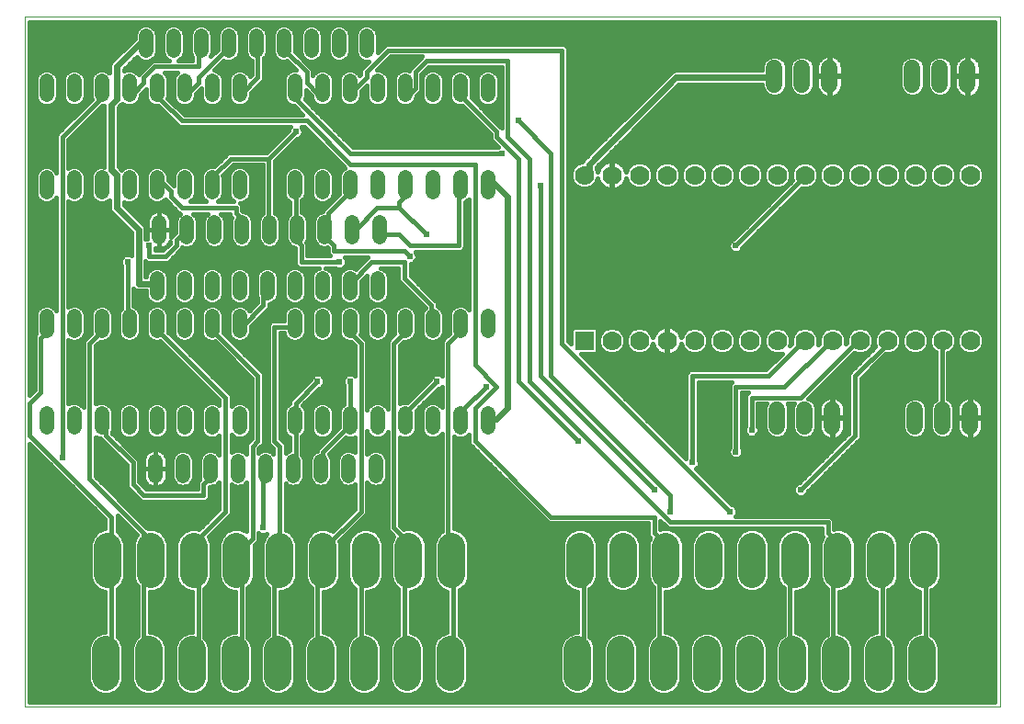
<source format=gtl>
G75*
%MOIN*%
%OFA0B0*%
%FSLAX25Y25*%
%IPPOS*%
%LPD*%
%AMOC8*
5,1,8,0,0,1.08239X$1,22.5*
%
%ADD10C,0.00000*%
%ADD11C,0.05937*%
%ADD12C,0.05200*%
%ADD13R,0.07000X0.07000*%
%ADD14C,0.07000*%
%ADD15C,0.09900*%
%ADD16C,0.10039*%
%ADD17C,0.01600*%
%ADD18C,0.02400*%
%ADD19C,0.02400*%
D10*
X0011800Y0011800D02*
X0011800Y0262076D01*
X0365501Y0262076D01*
X0365501Y0011800D01*
X0011800Y0011800D01*
D11*
X0284674Y0113635D02*
X0284674Y0119572D01*
X0294674Y0119572D02*
X0294674Y0113635D01*
X0304674Y0113635D02*
X0304674Y0119572D01*
X0334674Y0119572D02*
X0334674Y0113635D01*
X0344674Y0113635D02*
X0344674Y0119572D01*
X0354674Y0119572D02*
X0354674Y0113635D01*
X0353769Y0237650D02*
X0353769Y0243587D01*
X0343769Y0243587D02*
X0343769Y0237650D01*
X0333769Y0237650D02*
X0333769Y0243587D01*
X0303769Y0243587D02*
X0303769Y0237650D01*
X0293769Y0237650D02*
X0293769Y0243587D01*
X0283769Y0243587D02*
X0283769Y0237650D01*
D12*
X0179831Y0238929D02*
X0179831Y0233729D01*
X0169831Y0233729D02*
X0169831Y0238929D01*
X0159831Y0238929D02*
X0159831Y0233729D01*
X0149831Y0233729D02*
X0149831Y0238929D01*
X0139831Y0238929D02*
X0139831Y0233729D01*
X0129831Y0233729D02*
X0129831Y0238929D01*
X0119831Y0238929D02*
X0119831Y0233729D01*
X0109831Y0233729D02*
X0109831Y0238929D01*
X0105855Y0249909D02*
X0105855Y0255109D01*
X0095855Y0255109D02*
X0095855Y0249909D01*
X0085855Y0249909D02*
X0085855Y0255109D01*
X0075855Y0255109D02*
X0075855Y0249909D01*
X0065855Y0249909D02*
X0065855Y0255109D01*
X0055855Y0255109D02*
X0055855Y0249909D01*
X0059831Y0238929D02*
X0059831Y0233729D01*
X0049831Y0233729D02*
X0049831Y0238929D01*
X0039831Y0238929D02*
X0039831Y0233729D01*
X0029831Y0233729D02*
X0029831Y0238929D01*
X0019831Y0238929D02*
X0019831Y0233729D01*
X0019831Y0203729D02*
X0019831Y0198529D01*
X0029831Y0198529D02*
X0029831Y0203729D01*
X0039831Y0203729D02*
X0039831Y0198529D01*
X0049831Y0198529D02*
X0049831Y0203729D01*
X0059831Y0203729D02*
X0059831Y0198529D01*
X0069831Y0198529D02*
X0069831Y0203729D01*
X0079831Y0203729D02*
X0079831Y0198529D01*
X0089831Y0198529D02*
X0089831Y0203729D01*
X0090619Y0187510D02*
X0090619Y0182310D01*
X0080619Y0182310D02*
X0080619Y0187510D01*
X0070619Y0187510D02*
X0070619Y0182310D01*
X0060619Y0182310D02*
X0060619Y0187510D01*
X0059792Y0167117D02*
X0059792Y0161917D01*
X0059831Y0153496D02*
X0059831Y0148296D01*
X0049831Y0148296D02*
X0049831Y0153496D01*
X0039831Y0153496D02*
X0039831Y0148296D01*
X0029831Y0148296D02*
X0029831Y0153496D01*
X0019831Y0153496D02*
X0019831Y0148296D01*
X0019831Y0118296D02*
X0019831Y0113096D01*
X0029831Y0113096D02*
X0029831Y0118296D01*
X0039831Y0118296D02*
X0039831Y0113096D01*
X0049831Y0113096D02*
X0049831Y0118296D01*
X0059831Y0118296D02*
X0059831Y0113096D01*
X0069831Y0113096D02*
X0069831Y0118296D01*
X0079831Y0118296D02*
X0079831Y0113096D01*
X0089831Y0113096D02*
X0089831Y0118296D01*
X0109831Y0118296D02*
X0109831Y0113096D01*
X0119831Y0113096D02*
X0119831Y0118296D01*
X0129831Y0118296D02*
X0129831Y0113096D01*
X0139831Y0113096D02*
X0139831Y0118296D01*
X0149831Y0118296D02*
X0149831Y0113096D01*
X0159831Y0113096D02*
X0159831Y0118296D01*
X0169831Y0118296D02*
X0169831Y0113096D01*
X0179831Y0113096D02*
X0179831Y0118296D01*
X0179831Y0148296D02*
X0179831Y0153496D01*
X0169831Y0153496D02*
X0169831Y0148296D01*
X0159831Y0148296D02*
X0159831Y0153496D01*
X0149831Y0153496D02*
X0149831Y0148296D01*
X0139831Y0148296D02*
X0139831Y0153496D01*
X0129831Y0153496D02*
X0129831Y0148296D01*
X0119831Y0148296D02*
X0119831Y0153496D01*
X0109831Y0153496D02*
X0109831Y0148296D01*
X0109792Y0161917D02*
X0109792Y0167117D01*
X0099792Y0167117D02*
X0099792Y0161917D01*
X0089792Y0161917D02*
X0089792Y0167117D01*
X0079792Y0167117D02*
X0079792Y0161917D01*
X0079831Y0153496D02*
X0079831Y0148296D01*
X0089831Y0148296D02*
X0089831Y0153496D01*
X0069831Y0153496D02*
X0069831Y0148296D01*
X0069792Y0161917D02*
X0069792Y0167117D01*
X0100619Y0182310D02*
X0100619Y0187510D01*
X0110619Y0187510D02*
X0110619Y0182310D01*
X0120619Y0182310D02*
X0120619Y0187510D01*
X0130619Y0187510D02*
X0130619Y0182310D01*
X0140619Y0182310D02*
X0140619Y0187510D01*
X0139831Y0198529D02*
X0139831Y0203729D01*
X0129831Y0203729D02*
X0129831Y0198529D01*
X0119831Y0198529D02*
X0119831Y0203729D01*
X0109831Y0203729D02*
X0109831Y0198529D01*
X0149831Y0198529D02*
X0149831Y0203729D01*
X0159831Y0203729D02*
X0159831Y0198529D01*
X0169831Y0198529D02*
X0169831Y0203729D01*
X0179831Y0203729D02*
X0179831Y0198529D01*
X0139792Y0167117D02*
X0139792Y0161917D01*
X0129792Y0161917D02*
X0129792Y0167117D01*
X0119792Y0167117D02*
X0119792Y0161917D01*
X0119202Y0100896D02*
X0119202Y0095696D01*
X0129202Y0095696D02*
X0129202Y0100896D01*
X0139202Y0100896D02*
X0139202Y0095696D01*
X0109202Y0095696D02*
X0109202Y0100896D01*
X0099202Y0100896D02*
X0099202Y0095696D01*
X0089202Y0095696D02*
X0089202Y0100896D01*
X0079202Y0100896D02*
X0079202Y0095696D01*
X0069202Y0095696D02*
X0069202Y0100896D01*
X0059202Y0100896D02*
X0059202Y0095696D01*
X0069831Y0233729D02*
X0069831Y0238929D01*
X0079831Y0238929D02*
X0079831Y0233729D01*
X0089831Y0233729D02*
X0089831Y0238929D01*
X0115855Y0249909D02*
X0115855Y0255109D01*
X0125855Y0255109D02*
X0125855Y0249909D01*
X0135855Y0249909D02*
X0135855Y0255109D01*
D13*
X0214831Y0144635D03*
D14*
X0224831Y0144635D03*
X0234831Y0144635D03*
X0244831Y0144635D03*
X0254831Y0144635D03*
X0264831Y0144635D03*
X0274831Y0144635D03*
X0284831Y0144635D03*
X0294831Y0144635D03*
X0304831Y0144635D03*
X0314831Y0144635D03*
X0324831Y0144635D03*
X0334831Y0144635D03*
X0344831Y0144635D03*
X0354831Y0144635D03*
X0354831Y0204635D03*
X0344831Y0204635D03*
X0334831Y0204635D03*
X0324831Y0204635D03*
X0314831Y0204635D03*
X0304831Y0204635D03*
X0294831Y0204635D03*
X0284831Y0204635D03*
X0274831Y0204635D03*
X0264831Y0204635D03*
X0254831Y0204635D03*
X0244831Y0204635D03*
X0234831Y0204635D03*
X0224831Y0204635D03*
X0214831Y0204635D03*
D15*
X0212431Y0032459D02*
X0212431Y0022559D01*
X0228031Y0022559D02*
X0228031Y0032459D01*
X0243631Y0032459D02*
X0243631Y0022559D01*
X0259231Y0022559D02*
X0259231Y0032459D01*
X0274831Y0032459D02*
X0274831Y0022559D01*
X0290431Y0022559D02*
X0290431Y0032459D01*
X0306031Y0032459D02*
X0306031Y0022559D01*
X0321631Y0022559D02*
X0321631Y0032459D01*
X0337231Y0032459D02*
X0337231Y0022559D01*
X0166169Y0022559D02*
X0166169Y0032459D01*
X0150569Y0032459D02*
X0150569Y0022559D01*
X0134969Y0022559D02*
X0134969Y0032459D01*
X0119369Y0032459D02*
X0119369Y0022559D01*
X0103769Y0022559D02*
X0103769Y0032459D01*
X0088169Y0032459D02*
X0088169Y0022559D01*
X0072569Y0022559D02*
X0072569Y0032459D01*
X0056969Y0032459D02*
X0056969Y0022559D01*
X0041369Y0022559D02*
X0041369Y0032459D01*
D16*
X0041957Y0059930D02*
X0041957Y0069969D01*
X0057548Y0069969D02*
X0057548Y0059930D01*
X0073139Y0059930D02*
X0073139Y0069969D01*
X0088729Y0069969D02*
X0088729Y0059930D01*
X0104320Y0059930D02*
X0104320Y0069969D01*
X0119910Y0069969D02*
X0119910Y0059930D01*
X0135501Y0059930D02*
X0135501Y0069969D01*
X0151091Y0069969D02*
X0151091Y0059930D01*
X0166682Y0059930D02*
X0166682Y0069969D01*
X0213217Y0069969D02*
X0213217Y0059930D01*
X0228808Y0059930D02*
X0228808Y0069969D01*
X0244398Y0069969D02*
X0244398Y0059930D01*
X0259989Y0059930D02*
X0259989Y0069969D01*
X0275580Y0069969D02*
X0275580Y0059930D01*
X0291170Y0059930D02*
X0291170Y0069969D01*
X0306761Y0069969D02*
X0306761Y0059930D01*
X0322351Y0059930D02*
X0322351Y0069969D01*
X0337942Y0069969D02*
X0337942Y0059930D01*
D17*
X0344361Y0059755D02*
X0363701Y0059755D01*
X0363701Y0058157D02*
X0344156Y0058157D01*
X0344361Y0058653D02*
X0344361Y0071246D01*
X0343384Y0073606D01*
X0341578Y0075412D01*
X0339219Y0076389D01*
X0336665Y0076389D01*
X0334305Y0075412D01*
X0332499Y0073606D01*
X0331522Y0071246D01*
X0331522Y0058653D01*
X0332499Y0056293D01*
X0334305Y0054488D01*
X0336372Y0053632D01*
X0336372Y0038809D01*
X0335968Y0038809D01*
X0333635Y0037842D01*
X0331848Y0036056D01*
X0330881Y0033722D01*
X0330881Y0021296D01*
X0331848Y0018962D01*
X0333635Y0017175D01*
X0335968Y0016209D01*
X0338495Y0016209D01*
X0340828Y0017175D01*
X0342615Y0018962D01*
X0343581Y0021296D01*
X0343581Y0033722D01*
X0342615Y0036056D01*
X0340828Y0037842D01*
X0340772Y0037865D01*
X0340772Y0054153D01*
X0341578Y0054488D01*
X0343384Y0056293D01*
X0344361Y0058653D01*
X0343494Y0056558D02*
X0363701Y0056558D01*
X0363701Y0054960D02*
X0342050Y0054960D01*
X0340772Y0053361D02*
X0363701Y0053361D01*
X0363701Y0051763D02*
X0340772Y0051763D01*
X0340772Y0050164D02*
X0363701Y0050164D01*
X0363701Y0048566D02*
X0340772Y0048566D01*
X0340772Y0046967D02*
X0363701Y0046967D01*
X0363701Y0045369D02*
X0340772Y0045369D01*
X0340772Y0043770D02*
X0363701Y0043770D01*
X0363701Y0042172D02*
X0340772Y0042172D01*
X0340772Y0040573D02*
X0363701Y0040573D01*
X0363701Y0038975D02*
X0340772Y0038975D01*
X0341294Y0037376D02*
X0363701Y0037376D01*
X0363701Y0035778D02*
X0342730Y0035778D01*
X0343392Y0034179D02*
X0363701Y0034179D01*
X0363701Y0032581D02*
X0343581Y0032581D01*
X0343581Y0030982D02*
X0363701Y0030982D01*
X0363701Y0029384D02*
X0343581Y0029384D01*
X0343581Y0027785D02*
X0363701Y0027785D01*
X0363701Y0026187D02*
X0343581Y0026187D01*
X0343581Y0024588D02*
X0363701Y0024588D01*
X0363701Y0022990D02*
X0343581Y0022990D01*
X0343581Y0021391D02*
X0363701Y0021391D01*
X0363701Y0019793D02*
X0342959Y0019793D01*
X0341847Y0018194D02*
X0363701Y0018194D01*
X0363701Y0016596D02*
X0339429Y0016596D01*
X0335034Y0016596D02*
X0323829Y0016596D01*
X0322895Y0016209D02*
X0325228Y0017175D01*
X0327015Y0018962D01*
X0327981Y0021296D01*
X0327981Y0033722D01*
X0327015Y0036056D01*
X0325228Y0037842D01*
X0325024Y0037927D01*
X0325024Y0054088D01*
X0325988Y0054488D01*
X0327794Y0056293D01*
X0328771Y0058653D01*
X0328771Y0071246D01*
X0327794Y0073606D01*
X0325988Y0075412D01*
X0323628Y0076389D01*
X0321074Y0076389D01*
X0318715Y0075412D01*
X0316909Y0073606D01*
X0315931Y0071246D01*
X0315931Y0058653D01*
X0316909Y0056293D01*
X0318715Y0054488D01*
X0320624Y0053697D01*
X0320624Y0038809D01*
X0320368Y0038809D01*
X0318035Y0037842D01*
X0316248Y0036056D01*
X0315281Y0033722D01*
X0315281Y0021296D01*
X0316248Y0018962D01*
X0318035Y0017175D01*
X0320368Y0016209D01*
X0322895Y0016209D01*
X0319434Y0016596D02*
X0308229Y0016596D01*
X0307295Y0016209D02*
X0309628Y0017175D01*
X0311415Y0018962D01*
X0312381Y0021296D01*
X0312381Y0033722D01*
X0311415Y0036056D01*
X0309628Y0037842D01*
X0307307Y0038803D01*
X0307307Y0053510D01*
X0308038Y0053510D01*
X0310397Y0054488D01*
X0312203Y0056293D01*
X0313180Y0058653D01*
X0313180Y0071246D01*
X0312203Y0073606D01*
X0310397Y0075412D01*
X0308038Y0076389D01*
X0305484Y0076389D01*
X0305339Y0076329D01*
X0305339Y0079640D01*
X0304050Y0080929D01*
X0269645Y0080929D01*
X0269910Y0081193D01*
X0270305Y0082149D01*
X0270305Y0083183D01*
X0269910Y0084139D01*
X0269178Y0084870D01*
X0268223Y0085266D01*
X0268217Y0085266D01*
X0255332Y0098151D01*
X0255399Y0098179D01*
X0256130Y0098910D01*
X0256526Y0099865D01*
X0256526Y0100900D01*
X0256130Y0101855D01*
X0256126Y0101860D01*
X0256126Y0129679D01*
X0268300Y0129679D01*
X0267474Y0128853D01*
X0267474Y0105797D01*
X0267470Y0105792D01*
X0267074Y0104837D01*
X0267074Y0103802D01*
X0267470Y0102847D01*
X0268201Y0102116D01*
X0269157Y0101720D01*
X0270191Y0101720D01*
X0271147Y0102116D01*
X0271878Y0102847D01*
X0272274Y0103802D01*
X0272274Y0104837D01*
X0271878Y0105792D01*
X0271874Y0105797D01*
X0271874Y0125742D01*
X0274205Y0125742D01*
X0273380Y0124916D01*
X0273380Y0113671D01*
X0273375Y0113666D01*
X0272980Y0112711D01*
X0272980Y0111677D01*
X0273375Y0110721D01*
X0274107Y0109990D01*
X0275062Y0109594D01*
X0276097Y0109594D01*
X0277052Y0109990D01*
X0277784Y0110721D01*
X0278180Y0111677D01*
X0278180Y0112711D01*
X0277784Y0113666D01*
X0277780Y0113671D01*
X0277780Y0121805D01*
X0280871Y0121805D01*
X0280306Y0120441D01*
X0280306Y0112766D01*
X0280971Y0111160D01*
X0282199Y0109931D01*
X0283805Y0109266D01*
X0285543Y0109266D01*
X0287149Y0109931D01*
X0288377Y0111160D01*
X0289043Y0112766D01*
X0289043Y0120441D01*
X0288477Y0121805D01*
X0290871Y0121805D01*
X0290306Y0120441D01*
X0290306Y0112766D01*
X0290971Y0111160D01*
X0292199Y0109931D01*
X0293805Y0109266D01*
X0295543Y0109266D01*
X0297149Y0109931D01*
X0298377Y0111160D01*
X0299043Y0112766D01*
X0299043Y0120441D01*
X0298377Y0122046D01*
X0297149Y0123275D01*
X0296108Y0123706D01*
X0312641Y0140238D01*
X0313857Y0139735D01*
X0315806Y0139735D01*
X0317607Y0140481D01*
X0318986Y0141859D01*
X0319731Y0143660D01*
X0319731Y0145609D01*
X0318986Y0147410D01*
X0317607Y0148789D01*
X0315806Y0149535D01*
X0313857Y0149535D01*
X0312056Y0148789D01*
X0310677Y0147410D01*
X0309931Y0145609D01*
X0309931Y0143751D01*
X0309655Y0143475D01*
X0309731Y0143660D01*
X0309731Y0145609D01*
X0308986Y0147410D01*
X0307607Y0148789D01*
X0305806Y0149535D01*
X0303857Y0149535D01*
X0302056Y0148789D01*
X0300677Y0147410D01*
X0299931Y0145609D01*
X0299931Y0143660D01*
X0299951Y0143613D01*
X0299543Y0143206D01*
X0299731Y0143660D01*
X0299731Y0145609D01*
X0298986Y0147410D01*
X0297607Y0148789D01*
X0295806Y0149535D01*
X0293857Y0149535D01*
X0292056Y0148789D01*
X0290677Y0147410D01*
X0289931Y0145609D01*
X0289931Y0143660D01*
X0289997Y0143502D01*
X0289432Y0142937D01*
X0289731Y0143660D01*
X0289731Y0145609D01*
X0288986Y0147410D01*
X0287607Y0148789D01*
X0285806Y0149535D01*
X0283857Y0149535D01*
X0282056Y0148789D01*
X0280677Y0147410D01*
X0279931Y0145609D01*
X0279931Y0143660D01*
X0280677Y0141859D01*
X0282056Y0140481D01*
X0283857Y0139735D01*
X0285806Y0139735D01*
X0286529Y0140034D01*
X0280574Y0134079D01*
X0253015Y0134079D01*
X0251726Y0132790D01*
X0251726Y0101860D01*
X0251722Y0101855D01*
X0251694Y0101789D01*
X0213748Y0139735D01*
X0218911Y0139735D01*
X0219731Y0140555D01*
X0219731Y0148715D01*
X0218911Y0149535D01*
X0210752Y0149535D01*
X0209931Y0148715D01*
X0209931Y0143551D01*
X0208882Y0144601D01*
X0208882Y0250900D01*
X0207593Y0252189D01*
X0142778Y0252189D01*
X0141490Y0250900D01*
X0139855Y0249266D01*
X0139855Y0255904D01*
X0139246Y0257374D01*
X0138121Y0258500D01*
X0136651Y0259109D01*
X0135059Y0259109D01*
X0133589Y0258500D01*
X0132464Y0257374D01*
X0131855Y0255904D01*
X0131855Y0249113D01*
X0132464Y0247643D01*
X0133589Y0246518D01*
X0135059Y0245909D01*
X0136498Y0245909D01*
X0133616Y0243026D01*
X0133616Y0241058D01*
X0133378Y0240820D01*
X0133223Y0241195D01*
X0132097Y0242320D01*
X0130627Y0242929D01*
X0129036Y0242929D01*
X0127566Y0242320D01*
X0126440Y0241195D01*
X0125831Y0239725D01*
X0125831Y0232933D01*
X0126440Y0231463D01*
X0127566Y0230338D01*
X0129036Y0229729D01*
X0130627Y0229729D01*
X0132097Y0230338D01*
X0133223Y0231463D01*
X0133831Y0232933D01*
X0133831Y0235051D01*
X0135831Y0237051D01*
X0135831Y0232933D01*
X0136440Y0231463D01*
X0137566Y0230338D01*
X0139036Y0229729D01*
X0140627Y0229729D01*
X0142097Y0230338D01*
X0143223Y0231463D01*
X0143831Y0232933D01*
X0143831Y0239725D01*
X0143223Y0241195D01*
X0142097Y0242320D01*
X0140627Y0242929D01*
X0139741Y0242929D01*
X0144601Y0247789D01*
X0156095Y0247789D01*
X0155269Y0246963D01*
X0151332Y0243026D01*
X0151332Y0242637D01*
X0150627Y0242929D01*
X0149036Y0242929D01*
X0147566Y0242320D01*
X0146440Y0241195D01*
X0145831Y0239725D01*
X0145831Y0232933D01*
X0146440Y0231463D01*
X0147566Y0230338D01*
X0149036Y0229729D01*
X0150627Y0229729D01*
X0152097Y0230338D01*
X0153223Y0231463D01*
X0153831Y0232933D01*
X0153831Y0233397D01*
X0154444Y0234009D01*
X0155732Y0235298D01*
X0155732Y0241204D01*
X0158381Y0243852D01*
X0184797Y0243852D01*
X0184797Y0221836D01*
X0183971Y0222661D01*
X0173793Y0232840D01*
X0173831Y0232933D01*
X0173831Y0239725D01*
X0173223Y0241195D01*
X0172097Y0242320D01*
X0170627Y0242929D01*
X0169036Y0242929D01*
X0167566Y0242320D01*
X0166440Y0241195D01*
X0165831Y0239725D01*
X0165831Y0232933D01*
X0166440Y0231463D01*
X0167566Y0230338D01*
X0169036Y0229729D01*
X0170627Y0229729D01*
X0170665Y0229745D01*
X0180860Y0219550D01*
X0180860Y0217582D01*
X0183622Y0214819D01*
X0183556Y0214792D01*
X0183551Y0214787D01*
X0130822Y0214787D01*
X0113493Y0232116D01*
X0113831Y0232933D01*
X0113831Y0235397D01*
X0115831Y0233397D01*
X0115831Y0232933D01*
X0116440Y0231463D01*
X0117566Y0230338D01*
X0119036Y0229729D01*
X0120627Y0229729D01*
X0122097Y0230338D01*
X0123223Y0231463D01*
X0123831Y0232933D01*
X0123831Y0239725D01*
X0123223Y0241195D01*
X0122097Y0242320D01*
X0120627Y0242929D01*
X0119036Y0242929D01*
X0117566Y0242320D01*
X0116440Y0241195D01*
X0116362Y0241006D01*
X0116362Y0243026D01*
X0109855Y0249533D01*
X0109855Y0255904D01*
X0109246Y0257374D01*
X0108121Y0258500D01*
X0106651Y0259109D01*
X0105059Y0259109D01*
X0103589Y0258500D01*
X0102464Y0257374D01*
X0101855Y0255904D01*
X0101855Y0249113D01*
X0102464Y0247643D01*
X0103589Y0246518D01*
X0105059Y0245909D01*
X0106651Y0245909D01*
X0107080Y0246086D01*
X0110237Y0242929D01*
X0109036Y0242929D01*
X0107566Y0242320D01*
X0106440Y0241195D01*
X0105831Y0239725D01*
X0105831Y0232933D01*
X0106440Y0231463D01*
X0107566Y0230338D01*
X0109036Y0229729D01*
X0109657Y0229729D01*
X0112788Y0226598D01*
X0069798Y0226598D01*
X0063723Y0232673D01*
X0063831Y0232933D01*
X0063831Y0239725D01*
X0063223Y0241195D01*
X0062534Y0241883D01*
X0067129Y0241883D01*
X0066440Y0241195D01*
X0065831Y0239725D01*
X0065831Y0232933D01*
X0066440Y0231463D01*
X0067566Y0230338D01*
X0069036Y0229729D01*
X0070627Y0229729D01*
X0072097Y0230338D01*
X0073223Y0231463D01*
X0073831Y0232933D01*
X0073831Y0234106D01*
X0075703Y0235978D01*
X0075831Y0236106D01*
X0075831Y0232933D01*
X0076440Y0231463D01*
X0077566Y0230338D01*
X0079036Y0229729D01*
X0080627Y0229729D01*
X0082097Y0230338D01*
X0083223Y0231463D01*
X0083831Y0232933D01*
X0083831Y0239725D01*
X0083223Y0241195D01*
X0082097Y0242320D01*
X0080669Y0242912D01*
X0084074Y0246317D01*
X0085059Y0245909D01*
X0086651Y0245909D01*
X0088121Y0246518D01*
X0089246Y0247643D01*
X0089855Y0249113D01*
X0089855Y0255904D01*
X0089246Y0257374D01*
X0088121Y0258500D01*
X0086651Y0259109D01*
X0085059Y0259109D01*
X0083589Y0258500D01*
X0082464Y0257374D01*
X0081855Y0255904D01*
X0081855Y0250321D01*
X0079295Y0247760D01*
X0079855Y0249113D01*
X0079855Y0255904D01*
X0079246Y0257374D01*
X0078121Y0258500D01*
X0076651Y0259109D01*
X0075059Y0259109D01*
X0073589Y0258500D01*
X0072464Y0257374D01*
X0071855Y0255904D01*
X0071855Y0249113D01*
X0072464Y0247643D01*
X0072592Y0247515D01*
X0072592Y0246283D01*
X0067556Y0246283D01*
X0068121Y0246518D01*
X0069246Y0247643D01*
X0069855Y0249113D01*
X0069855Y0255904D01*
X0069246Y0257374D01*
X0068121Y0258500D01*
X0066651Y0259109D01*
X0065059Y0259109D01*
X0063589Y0258500D01*
X0062464Y0257374D01*
X0061855Y0255904D01*
X0061855Y0249113D01*
X0062464Y0247643D01*
X0063589Y0246518D01*
X0064155Y0246283D01*
X0058133Y0246283D01*
X0056844Y0244995D01*
X0053133Y0241284D01*
X0052097Y0242320D01*
X0050627Y0242929D01*
X0049036Y0242929D01*
X0047865Y0242444D01*
X0047865Y0243007D01*
X0052482Y0247624D01*
X0053589Y0246518D01*
X0055059Y0245909D01*
X0056651Y0245909D01*
X0058121Y0246518D01*
X0059246Y0247643D01*
X0059855Y0249113D01*
X0059855Y0255904D01*
X0059246Y0257374D01*
X0058121Y0258500D01*
X0056651Y0259109D01*
X0055059Y0259109D01*
X0053589Y0258500D01*
X0052464Y0257374D01*
X0051855Y0255904D01*
X0051855Y0254351D01*
X0043060Y0245556D01*
X0042665Y0244601D01*
X0042665Y0241753D01*
X0042097Y0242320D01*
X0040627Y0242929D01*
X0039036Y0242929D01*
X0037566Y0242320D01*
X0036440Y0241195D01*
X0035831Y0239725D01*
X0035831Y0232933D01*
X0036147Y0232172D01*
X0023380Y0219404D01*
X0023380Y0205616D01*
X0023223Y0205995D01*
X0022097Y0207120D01*
X0020627Y0207729D01*
X0019036Y0207729D01*
X0017566Y0207120D01*
X0016440Y0205995D01*
X0015831Y0204525D01*
X0015831Y0197733D01*
X0016440Y0196263D01*
X0017566Y0195138D01*
X0019036Y0194529D01*
X0020627Y0194529D01*
X0022097Y0195138D01*
X0023223Y0196263D01*
X0023380Y0196642D01*
X0023380Y0155383D01*
X0023223Y0155762D01*
X0022097Y0156887D01*
X0020627Y0157496D01*
X0019036Y0157496D01*
X0017566Y0156887D01*
X0016440Y0155762D01*
X0015831Y0154292D01*
X0015831Y0147500D01*
X0016009Y0147073D01*
X0015506Y0146570D01*
X0015506Y0126884D01*
X0013600Y0124979D01*
X0013600Y0260276D01*
X0363701Y0260276D01*
X0363701Y0013600D01*
X0013600Y0013600D01*
X0013600Y0107282D01*
X0041096Y0079786D01*
X0041096Y0076389D01*
X0040681Y0076389D01*
X0038321Y0075412D01*
X0036515Y0073606D01*
X0035538Y0071246D01*
X0035538Y0058653D01*
X0036515Y0056293D01*
X0038321Y0054488D01*
X0040681Y0053510D01*
X0041096Y0053510D01*
X0041096Y0038809D01*
X0040105Y0038809D01*
X0037772Y0037842D01*
X0035985Y0036056D01*
X0035019Y0033722D01*
X0035019Y0021296D01*
X0035985Y0018962D01*
X0037772Y0017175D01*
X0040105Y0016209D01*
X0042632Y0016209D01*
X0044965Y0017175D01*
X0046752Y0018962D01*
X0047718Y0021296D01*
X0047718Y0033722D01*
X0046752Y0036056D01*
X0045496Y0037311D01*
X0045496Y0054447D01*
X0045594Y0054488D01*
X0047400Y0056293D01*
X0048377Y0058653D01*
X0048377Y0071246D01*
X0047400Y0073606D01*
X0045594Y0075412D01*
X0045496Y0075452D01*
X0045496Y0081292D01*
X0052644Y0074144D01*
X0052106Y0073606D01*
X0051128Y0071246D01*
X0051128Y0058653D01*
X0052106Y0056293D01*
X0052907Y0055492D01*
X0052907Y0037377D01*
X0051585Y0036056D01*
X0050619Y0033722D01*
X0050619Y0021296D01*
X0051585Y0018962D01*
X0053372Y0017175D01*
X0055705Y0016209D01*
X0058232Y0016209D01*
X0060565Y0017175D01*
X0062352Y0018962D01*
X0063318Y0021296D01*
X0063318Y0033722D01*
X0062352Y0036056D01*
X0060565Y0037842D01*
X0058232Y0038809D01*
X0057307Y0038809D01*
X0057307Y0053510D01*
X0058825Y0053510D01*
X0061184Y0054488D01*
X0062990Y0056293D01*
X0063968Y0058653D01*
X0063968Y0071246D01*
X0062990Y0073606D01*
X0061184Y0075412D01*
X0058825Y0076389D01*
X0056622Y0076389D01*
X0056018Y0076992D01*
X0037622Y0095388D01*
X0037622Y0109682D01*
X0039036Y0109096D01*
X0039345Y0109096D01*
X0048970Y0099471D01*
X0048970Y0091597D01*
X0052907Y0087660D01*
X0054196Y0086372D01*
X0077672Y0086372D01*
X0078961Y0087660D01*
X0078961Y0091597D01*
X0079059Y0091696D01*
X0079997Y0091696D01*
X0081467Y0092305D01*
X0082435Y0093272D01*
X0082435Y0083577D01*
X0075003Y0076146D01*
X0074416Y0076389D01*
X0071862Y0076389D01*
X0069502Y0075412D01*
X0067696Y0073606D01*
X0066719Y0071246D01*
X0066719Y0058653D01*
X0067696Y0056293D01*
X0069502Y0054488D01*
X0071862Y0053510D01*
X0072592Y0053510D01*
X0072592Y0038809D01*
X0071305Y0038809D01*
X0068972Y0037842D01*
X0067185Y0036056D01*
X0066219Y0033722D01*
X0066219Y0021296D01*
X0067185Y0018962D01*
X0068972Y0017175D01*
X0071305Y0016209D01*
X0073832Y0016209D01*
X0076165Y0017175D01*
X0077952Y0018962D01*
X0078918Y0021296D01*
X0078918Y0033722D01*
X0077952Y0036056D01*
X0076992Y0037015D01*
X0076992Y0054705D01*
X0078581Y0056293D01*
X0079558Y0058653D01*
X0079558Y0071246D01*
X0078612Y0073532D01*
X0086835Y0081755D01*
X0086835Y0092406D01*
X0086936Y0092305D01*
X0088406Y0091696D01*
X0089997Y0091696D01*
X0091467Y0092305D01*
X0092277Y0093115D01*
X0092277Y0075448D01*
X0090006Y0076389D01*
X0087452Y0076389D01*
X0085093Y0075412D01*
X0083287Y0073606D01*
X0082309Y0071246D01*
X0082309Y0058653D01*
X0083287Y0056293D01*
X0085093Y0054488D01*
X0087452Y0053510D01*
X0088340Y0053510D01*
X0088340Y0038809D01*
X0086905Y0038809D01*
X0084572Y0037842D01*
X0082785Y0036056D01*
X0081819Y0033722D01*
X0081819Y0021296D01*
X0082785Y0018962D01*
X0084572Y0017175D01*
X0086905Y0016209D01*
X0089432Y0016209D01*
X0091765Y0017175D01*
X0093552Y0018962D01*
X0094518Y0021296D01*
X0094518Y0033722D01*
X0093552Y0036056D01*
X0092740Y0036867D01*
X0092740Y0054862D01*
X0094171Y0056293D01*
X0095149Y0058653D01*
X0095149Y0070384D01*
X0096677Y0071912D01*
X0096677Y0074821D01*
X0096941Y0074556D01*
X0097897Y0074161D01*
X0098931Y0074161D01*
X0099786Y0074515D01*
X0098877Y0073606D01*
X0097900Y0071246D01*
X0097900Y0058653D01*
X0098877Y0056293D01*
X0100151Y0055020D01*
X0100151Y0037822D01*
X0098385Y0036056D01*
X0097419Y0033722D01*
X0097419Y0021296D01*
X0098385Y0018962D01*
X0100172Y0017175D01*
X0102505Y0016209D01*
X0105032Y0016209D01*
X0107365Y0017175D01*
X0109152Y0018962D01*
X0110118Y0021296D01*
X0110118Y0033722D01*
X0109152Y0036056D01*
X0107365Y0037842D01*
X0105032Y0038809D01*
X0104551Y0038809D01*
X0104551Y0053510D01*
X0105597Y0053510D01*
X0107956Y0054488D01*
X0109762Y0056293D01*
X0110739Y0058653D01*
X0110739Y0071246D01*
X0109762Y0073606D01*
X0107956Y0075412D01*
X0106520Y0076007D01*
X0106520Y0092721D01*
X0106936Y0092305D01*
X0108406Y0091696D01*
X0109997Y0091696D01*
X0111467Y0092305D01*
X0112593Y0093430D01*
X0113202Y0094900D01*
X0113202Y0101692D01*
X0112593Y0103162D01*
X0112425Y0103329D01*
X0112425Y0110033D01*
X0113223Y0110830D01*
X0113831Y0112300D01*
X0113831Y0119092D01*
X0113223Y0120562D01*
X0112542Y0121242D01*
X0118610Y0127310D01*
X0118616Y0127310D01*
X0119572Y0127706D01*
X0120303Y0128437D01*
X0120699Y0129393D01*
X0120699Y0130427D01*
X0120303Y0131383D01*
X0119572Y0132114D01*
X0118616Y0132510D01*
X0117582Y0132510D01*
X0116626Y0132114D01*
X0115895Y0131383D01*
X0115499Y0130427D01*
X0115499Y0130422D01*
X0109314Y0124236D01*
X0108025Y0122947D01*
X0108025Y0121877D01*
X0107566Y0121687D01*
X0106440Y0120562D01*
X0105831Y0119092D01*
X0105831Y0112300D01*
X0106440Y0110830D01*
X0107566Y0109705D01*
X0108025Y0109515D01*
X0108025Y0104738D01*
X0106936Y0104287D01*
X0106520Y0103871D01*
X0106520Y0107199D01*
X0105231Y0108488D01*
X0104551Y0109168D01*
X0104551Y0147395D01*
X0105875Y0147395D01*
X0106440Y0146030D01*
X0107566Y0144905D01*
X0109036Y0144296D01*
X0110627Y0144296D01*
X0112097Y0144905D01*
X0113223Y0146030D01*
X0113831Y0147500D01*
X0113831Y0154292D01*
X0113223Y0155762D01*
X0112097Y0156887D01*
X0110627Y0157496D01*
X0109036Y0157496D01*
X0107566Y0156887D01*
X0106440Y0155762D01*
X0105831Y0154292D01*
X0105831Y0151795D01*
X0101440Y0151795D01*
X0100151Y0150507D01*
X0100151Y0107345D01*
X0102120Y0105377D01*
X0102120Y0103635D01*
X0101467Y0104287D01*
X0099997Y0104896D01*
X0098406Y0104896D01*
X0096936Y0104287D01*
X0096677Y0104028D01*
X0096677Y0105377D01*
X0098646Y0107345D01*
X0098646Y0132790D01*
X0097357Y0134079D01*
X0083831Y0147604D01*
X0083831Y0154292D01*
X0083223Y0155762D01*
X0082097Y0156887D01*
X0080627Y0157496D01*
X0079036Y0157496D01*
X0077566Y0156887D01*
X0076440Y0155762D01*
X0075831Y0154292D01*
X0075831Y0147500D01*
X0076440Y0146030D01*
X0077566Y0144905D01*
X0079036Y0144296D01*
X0080627Y0144296D01*
X0080832Y0144381D01*
X0094246Y0130967D01*
X0094246Y0109168D01*
X0093566Y0108488D01*
X0092277Y0107199D01*
X0092277Y0103477D01*
X0091467Y0104287D01*
X0089997Y0104896D01*
X0088406Y0104896D01*
X0086936Y0104287D01*
X0086835Y0104186D01*
X0086835Y0110436D01*
X0087566Y0109705D01*
X0089036Y0109096D01*
X0090627Y0109096D01*
X0092097Y0109705D01*
X0093223Y0110830D01*
X0093831Y0112300D01*
X0093831Y0119092D01*
X0093223Y0120562D01*
X0092097Y0121687D01*
X0090627Y0122296D01*
X0089036Y0122296D01*
X0087566Y0121687D01*
X0086835Y0120956D01*
X0086835Y0124916D01*
X0085546Y0126205D01*
X0063831Y0147919D01*
X0063831Y0154292D01*
X0063223Y0155762D01*
X0062097Y0156887D01*
X0060627Y0157496D01*
X0059036Y0157496D01*
X0057566Y0156887D01*
X0056440Y0155762D01*
X0055831Y0154292D01*
X0055831Y0147500D01*
X0056440Y0146030D01*
X0057566Y0144905D01*
X0059036Y0144296D01*
X0060627Y0144296D01*
X0061055Y0144473D01*
X0082435Y0123093D01*
X0082435Y0121350D01*
X0082097Y0121687D01*
X0080627Y0122296D01*
X0079036Y0122296D01*
X0077566Y0121687D01*
X0076440Y0120562D01*
X0075831Y0119092D01*
X0075831Y0112300D01*
X0076440Y0110830D01*
X0077566Y0109705D01*
X0079036Y0109096D01*
X0080627Y0109096D01*
X0082097Y0109705D01*
X0082435Y0110042D01*
X0082435Y0103320D01*
X0081467Y0104287D01*
X0079997Y0104896D01*
X0078406Y0104896D01*
X0076936Y0104287D01*
X0075811Y0103162D01*
X0075202Y0101692D01*
X0075202Y0094900D01*
X0075447Y0094307D01*
X0074561Y0093420D01*
X0074561Y0090772D01*
X0056018Y0090772D01*
X0053370Y0093420D01*
X0053370Y0101294D01*
X0052081Y0102583D01*
X0043528Y0111136D01*
X0043528Y0111567D01*
X0043831Y0112300D01*
X0043831Y0119092D01*
X0043223Y0120562D01*
X0042097Y0121687D01*
X0040627Y0122296D01*
X0039036Y0122296D01*
X0037622Y0121710D01*
X0037622Y0142778D01*
X0039140Y0144296D01*
X0040627Y0144296D01*
X0042097Y0144905D01*
X0043223Y0146030D01*
X0043831Y0147500D01*
X0043831Y0154292D01*
X0043223Y0155762D01*
X0042097Y0156887D01*
X0040627Y0157496D01*
X0039036Y0157496D01*
X0037566Y0156887D01*
X0036440Y0155762D01*
X0035831Y0154292D01*
X0035831Y0147500D01*
X0035916Y0147295D01*
X0034511Y0145890D01*
X0033222Y0144601D01*
X0033222Y0120562D01*
X0032097Y0121687D01*
X0030627Y0122296D01*
X0029036Y0122296D01*
X0027780Y0121776D01*
X0027780Y0144816D01*
X0029036Y0144296D01*
X0030627Y0144296D01*
X0032097Y0144905D01*
X0033223Y0146030D01*
X0033831Y0147500D01*
X0033831Y0154292D01*
X0033223Y0155762D01*
X0032097Y0156887D01*
X0030627Y0157496D01*
X0029036Y0157496D01*
X0027780Y0156976D01*
X0027780Y0195050D01*
X0029036Y0194529D01*
X0030627Y0194529D01*
X0032097Y0195138D01*
X0033223Y0196263D01*
X0033831Y0197733D01*
X0033831Y0204525D01*
X0033223Y0205995D01*
X0032097Y0207120D01*
X0030627Y0207729D01*
X0029036Y0207729D01*
X0027780Y0207209D01*
X0027780Y0217582D01*
X0039927Y0229729D01*
X0040627Y0229729D01*
X0040696Y0229758D01*
X0040696Y0207701D01*
X0040627Y0207729D01*
X0039036Y0207729D01*
X0037566Y0207120D01*
X0036440Y0205995D01*
X0035831Y0204525D01*
X0035831Y0197733D01*
X0036440Y0196263D01*
X0037566Y0195138D01*
X0039036Y0194529D01*
X0040627Y0194529D01*
X0042097Y0195138D01*
X0042665Y0195705D01*
X0042665Y0192385D01*
X0043060Y0191430D01*
X0043792Y0190698D01*
X0050539Y0183951D01*
X0050539Y0175478D01*
X0049719Y0175817D01*
X0048684Y0175817D01*
X0047729Y0175421D01*
X0046997Y0174690D01*
X0046602Y0173734D01*
X0046602Y0172700D01*
X0046997Y0171745D01*
X0047002Y0171740D01*
X0047002Y0156323D01*
X0046440Y0155762D01*
X0045831Y0154292D01*
X0045831Y0147500D01*
X0046440Y0146030D01*
X0047566Y0144905D01*
X0049036Y0144296D01*
X0050627Y0144296D01*
X0052097Y0144905D01*
X0053223Y0146030D01*
X0053831Y0147500D01*
X0053831Y0154292D01*
X0053223Y0155762D01*
X0052097Y0156887D01*
X0051402Y0157175D01*
X0051402Y0163403D01*
X0051666Y0163139D01*
X0052621Y0162743D01*
X0055792Y0162743D01*
X0055792Y0161121D01*
X0056401Y0159651D01*
X0057526Y0158525D01*
X0058996Y0157917D01*
X0060588Y0157917D01*
X0062058Y0158525D01*
X0063183Y0159651D01*
X0063792Y0161121D01*
X0063792Y0167912D01*
X0063183Y0169382D01*
X0062058Y0170508D01*
X0060588Y0171117D01*
X0058996Y0171117D01*
X0057526Y0170508D01*
X0056401Y0169382D01*
X0055805Y0167943D01*
X0055739Y0167943D01*
X0055739Y0173412D01*
X0056164Y0172986D01*
X0063892Y0172986D01*
X0065181Y0174275D01*
X0069118Y0178212D01*
X0069118Y0178602D01*
X0069823Y0178310D01*
X0071415Y0178310D01*
X0072885Y0178919D01*
X0074010Y0180044D01*
X0074619Y0181515D01*
X0074619Y0188306D01*
X0074010Y0189776D01*
X0073084Y0190702D01*
X0078154Y0190702D01*
X0077228Y0189776D01*
X0076619Y0188306D01*
X0076619Y0181515D01*
X0077228Y0180044D01*
X0078353Y0178919D01*
X0079823Y0178310D01*
X0081415Y0178310D01*
X0082885Y0178919D01*
X0084010Y0180044D01*
X0084619Y0181515D01*
X0084619Y0188306D01*
X0084010Y0189776D01*
X0083084Y0190702D01*
X0086372Y0190702D01*
X0086372Y0190023D01*
X0087049Y0189345D01*
X0086619Y0188306D01*
X0086619Y0181515D01*
X0087228Y0180044D01*
X0088353Y0178919D01*
X0089823Y0178310D01*
X0091415Y0178310D01*
X0092885Y0178919D01*
X0094010Y0180044D01*
X0094619Y0181515D01*
X0094619Y0188306D01*
X0094010Y0189776D01*
X0092885Y0190901D01*
X0091415Y0191510D01*
X0091107Y0191510D01*
X0090772Y0191845D01*
X0090772Y0193814D01*
X0090056Y0194529D01*
X0090627Y0194529D01*
X0092097Y0195138D01*
X0093223Y0196263D01*
X0093831Y0197733D01*
X0093831Y0204525D01*
X0093223Y0205995D01*
X0092097Y0207120D01*
X0090627Y0207729D01*
X0089036Y0207729D01*
X0087566Y0207120D01*
X0086440Y0205995D01*
X0085831Y0204525D01*
X0085831Y0197733D01*
X0086440Y0196263D01*
X0087566Y0195138D01*
X0087652Y0195102D01*
X0082011Y0195102D01*
X0082097Y0195138D01*
X0083223Y0196263D01*
X0083831Y0197733D01*
X0083831Y0204525D01*
X0083770Y0204674D01*
X0087514Y0208419D01*
X0098183Y0208419D01*
X0098183Y0190731D01*
X0097228Y0189776D01*
X0096619Y0188306D01*
X0096619Y0181515D01*
X0097228Y0180044D01*
X0098353Y0178919D01*
X0099823Y0178310D01*
X0101415Y0178310D01*
X0102885Y0178919D01*
X0104010Y0180044D01*
X0104619Y0181515D01*
X0104619Y0188306D01*
X0104010Y0189776D01*
X0102885Y0190901D01*
X0102583Y0191026D01*
X0102583Y0209708D01*
X0110736Y0217861D01*
X0110742Y0217861D01*
X0111698Y0218257D01*
X0112429Y0218989D01*
X0112825Y0219944D01*
X0112825Y0220979D01*
X0112429Y0221934D01*
X0112165Y0222198D01*
X0113251Y0222198D01*
X0127710Y0207739D01*
X0128106Y0207344D01*
X0127566Y0207120D01*
X0126440Y0205995D01*
X0125831Y0204525D01*
X0125831Y0197840D01*
X0119836Y0191845D01*
X0119836Y0191510D01*
X0119823Y0191510D01*
X0118353Y0190901D01*
X0117228Y0189776D01*
X0116619Y0188306D01*
X0116619Y0181515D01*
X0117228Y0180044D01*
X0118353Y0178919D01*
X0119823Y0178310D01*
X0121415Y0178310D01*
X0121621Y0178396D01*
X0121805Y0178212D01*
X0121805Y0176243D01*
X0122630Y0175417D01*
X0114394Y0175417D01*
X0114394Y0180034D01*
X0114119Y0180308D01*
X0114619Y0181515D01*
X0114619Y0188306D01*
X0114010Y0189776D01*
X0112885Y0190901D01*
X0112425Y0191092D01*
X0112425Y0195466D01*
X0113223Y0196263D01*
X0113831Y0197733D01*
X0113831Y0204525D01*
X0113223Y0205995D01*
X0112097Y0207120D01*
X0110627Y0207729D01*
X0109036Y0207729D01*
X0107566Y0207120D01*
X0106440Y0205995D01*
X0105831Y0204525D01*
X0105831Y0197733D01*
X0106440Y0196263D01*
X0107566Y0195138D01*
X0108025Y0194948D01*
X0108025Y0190573D01*
X0107228Y0189776D01*
X0106619Y0188306D01*
X0106619Y0181515D01*
X0107228Y0180044D01*
X0108353Y0178919D01*
X0109823Y0178310D01*
X0109895Y0178310D01*
X0109994Y0178212D01*
X0109994Y0172306D01*
X0111282Y0171017D01*
X0118757Y0171017D01*
X0117526Y0170508D01*
X0116401Y0169382D01*
X0115792Y0167912D01*
X0115792Y0161121D01*
X0116401Y0159651D01*
X0117526Y0158525D01*
X0118996Y0157917D01*
X0120588Y0157917D01*
X0122058Y0158525D01*
X0123183Y0159651D01*
X0123792Y0161121D01*
X0123792Y0167912D01*
X0123183Y0169382D01*
X0122058Y0170508D01*
X0120827Y0171017D01*
X0124496Y0171017D01*
X0124500Y0171013D01*
X0125456Y0170617D01*
X0126490Y0170617D01*
X0127446Y0171013D01*
X0128177Y0171745D01*
X0128573Y0172700D01*
X0128573Y0173734D01*
X0128177Y0174690D01*
X0127913Y0174954D01*
X0136410Y0174954D01*
X0135584Y0174129D01*
X0135584Y0174129D01*
X0131991Y0170535D01*
X0130588Y0171117D01*
X0128996Y0171117D01*
X0127526Y0170508D01*
X0126401Y0169382D01*
X0125792Y0167912D01*
X0125792Y0161121D01*
X0126401Y0159651D01*
X0127526Y0158525D01*
X0128996Y0157917D01*
X0130588Y0157917D01*
X0132058Y0158525D01*
X0133183Y0159651D01*
X0133792Y0161121D01*
X0133792Y0166114D01*
X0135935Y0168257D01*
X0135792Y0167912D01*
X0135792Y0161121D01*
X0136401Y0159651D01*
X0137526Y0158525D01*
X0138996Y0157917D01*
X0140588Y0157917D01*
X0142058Y0158525D01*
X0143183Y0159651D01*
X0143792Y0161121D01*
X0143792Y0167912D01*
X0143183Y0169382D01*
X0142058Y0170508D01*
X0140827Y0171017D01*
X0147395Y0171017D01*
X0147395Y0166401D01*
X0157237Y0156559D01*
X0156440Y0155762D01*
X0155831Y0154292D01*
X0155831Y0147500D01*
X0156440Y0146030D01*
X0157566Y0144905D01*
X0159036Y0144296D01*
X0160627Y0144296D01*
X0162097Y0144905D01*
X0163223Y0146030D01*
X0163831Y0147500D01*
X0163831Y0154292D01*
X0163223Y0155762D01*
X0162097Y0156887D01*
X0161638Y0157077D01*
X0161638Y0158381D01*
X0160349Y0159669D01*
X0151795Y0168223D01*
X0151795Y0172586D01*
X0152081Y0172586D01*
X0153037Y0172982D01*
X0153768Y0173713D01*
X0154164Y0174669D01*
X0154164Y0175703D01*
X0153768Y0176659D01*
X0153504Y0176923D01*
X0170192Y0176923D01*
X0171480Y0178212D01*
X0171480Y0194883D01*
X0172097Y0195138D01*
X0172986Y0196027D01*
X0172986Y0155999D01*
X0172097Y0156887D01*
X0170627Y0157496D01*
X0169036Y0157496D01*
X0167566Y0156887D01*
X0166440Y0155762D01*
X0165831Y0154292D01*
X0165831Y0147500D01*
X0165893Y0147351D01*
X0164432Y0145890D01*
X0163143Y0144601D01*
X0163143Y0131850D01*
X0162879Y0132114D01*
X0161923Y0132510D01*
X0160889Y0132510D01*
X0159934Y0132114D01*
X0159202Y0131383D01*
X0158806Y0130427D01*
X0158806Y0130421D01*
X0150665Y0122280D01*
X0150627Y0122296D01*
X0149036Y0122296D01*
X0147858Y0121808D01*
X0147858Y0142778D01*
X0149376Y0144296D01*
X0150627Y0144296D01*
X0152097Y0144905D01*
X0153223Y0146030D01*
X0153831Y0147500D01*
X0153831Y0154292D01*
X0153223Y0155762D01*
X0152097Y0156887D01*
X0150627Y0157496D01*
X0149036Y0157496D01*
X0147566Y0156887D01*
X0146440Y0155762D01*
X0145831Y0154292D01*
X0145831Y0147500D01*
X0145986Y0147128D01*
X0144747Y0145890D01*
X0143458Y0144601D01*
X0143458Y0119993D01*
X0143223Y0120562D01*
X0142097Y0121687D01*
X0140627Y0122296D01*
X0139036Y0122296D01*
X0137566Y0121687D01*
X0136440Y0120562D01*
X0136047Y0119613D01*
X0136047Y0144601D01*
X0134759Y0145890D01*
X0133631Y0147017D01*
X0133831Y0147500D01*
X0133831Y0154292D01*
X0133223Y0155762D01*
X0132097Y0156887D01*
X0130627Y0157496D01*
X0129036Y0157496D01*
X0127566Y0156887D01*
X0126440Y0155762D01*
X0125831Y0154292D01*
X0125831Y0147500D01*
X0126440Y0146030D01*
X0127566Y0144905D01*
X0129036Y0144296D01*
X0130130Y0144296D01*
X0131647Y0142778D01*
X0131647Y0131850D01*
X0131383Y0132114D01*
X0130427Y0132510D01*
X0129393Y0132510D01*
X0128437Y0132114D01*
X0127706Y0131383D01*
X0127310Y0130427D01*
X0127310Y0129393D01*
X0127706Y0128437D01*
X0127710Y0128433D01*
X0127710Y0121747D01*
X0127566Y0121687D01*
X0126440Y0120562D01*
X0125831Y0119092D01*
X0125831Y0113195D01*
X0117868Y0105231D01*
X0117868Y0104673D01*
X0116936Y0104287D01*
X0115811Y0103162D01*
X0115202Y0101692D01*
X0115202Y0094900D01*
X0115811Y0093430D01*
X0116936Y0092305D01*
X0118406Y0091696D01*
X0119997Y0091696D01*
X0121467Y0092305D01*
X0122593Y0093430D01*
X0123202Y0094900D01*
X0123202Y0101692D01*
X0122593Y0103162D01*
X0122307Y0103448D01*
X0128272Y0109413D01*
X0129036Y0109096D01*
X0130627Y0109096D01*
X0131647Y0109519D01*
X0131647Y0104107D01*
X0131467Y0104287D01*
X0129997Y0104896D01*
X0128406Y0104896D01*
X0126936Y0104287D01*
X0125811Y0103162D01*
X0125202Y0101692D01*
X0125202Y0094900D01*
X0125811Y0093430D01*
X0126936Y0092305D01*
X0128406Y0091696D01*
X0129997Y0091696D01*
X0131467Y0092305D01*
X0131647Y0092485D01*
X0131647Y0083577D01*
X0123501Y0075431D01*
X0121187Y0076389D01*
X0118633Y0076389D01*
X0116274Y0075412D01*
X0114468Y0073606D01*
X0113491Y0071246D01*
X0113491Y0058653D01*
X0114468Y0056293D01*
X0115899Y0054862D01*
X0115899Y0037895D01*
X0115772Y0037842D01*
X0113985Y0036056D01*
X0113019Y0033722D01*
X0113019Y0021296D01*
X0113985Y0018962D01*
X0115772Y0017175D01*
X0118105Y0016209D01*
X0120632Y0016209D01*
X0122965Y0017175D01*
X0124752Y0018962D01*
X0125718Y0021296D01*
X0125718Y0033722D01*
X0124752Y0036056D01*
X0122965Y0037842D01*
X0120632Y0038809D01*
X0120299Y0038809D01*
X0120299Y0053510D01*
X0121187Y0053510D01*
X0123547Y0054488D01*
X0125353Y0056293D01*
X0126330Y0058653D01*
X0126330Y0071246D01*
X0126098Y0071806D01*
X0136047Y0081755D01*
X0136047Y0093194D01*
X0136936Y0092305D01*
X0138406Y0091696D01*
X0139997Y0091696D01*
X0141467Y0092305D01*
X0142593Y0093430D01*
X0143202Y0094900D01*
X0143202Y0101692D01*
X0142593Y0103162D01*
X0141467Y0104287D01*
X0139997Y0104896D01*
X0138406Y0104896D01*
X0136936Y0104287D01*
X0136047Y0103399D01*
X0136047Y0111780D01*
X0136440Y0110830D01*
X0137566Y0109705D01*
X0139036Y0109096D01*
X0140627Y0109096D01*
X0142097Y0109705D01*
X0143223Y0110830D01*
X0143458Y0111399D01*
X0143458Y0075849D01*
X0145675Y0073632D01*
X0145649Y0073606D01*
X0144672Y0071246D01*
X0144672Y0058653D01*
X0145649Y0056293D01*
X0147395Y0054547D01*
X0147395Y0038017D01*
X0146972Y0037842D01*
X0145185Y0036056D01*
X0144219Y0033722D01*
X0144219Y0021296D01*
X0145185Y0018962D01*
X0146972Y0017175D01*
X0149305Y0016209D01*
X0151832Y0016209D01*
X0154165Y0017175D01*
X0155952Y0018962D01*
X0156918Y0021296D01*
X0156918Y0033722D01*
X0155952Y0036056D01*
X0154165Y0037842D01*
X0151832Y0038809D01*
X0151795Y0038809D01*
X0151795Y0053510D01*
X0152368Y0053510D01*
X0154728Y0054488D01*
X0156534Y0056293D01*
X0157511Y0058653D01*
X0157511Y0071246D01*
X0156534Y0073606D01*
X0154728Y0075412D01*
X0152368Y0076389D01*
X0149814Y0076389D01*
X0149338Y0076192D01*
X0147858Y0077672D01*
X0147858Y0109584D01*
X0149036Y0109096D01*
X0150627Y0109096D01*
X0152097Y0109705D01*
X0153223Y0110830D01*
X0153831Y0112300D01*
X0153831Y0119092D01*
X0153793Y0119185D01*
X0161918Y0127310D01*
X0161923Y0127310D01*
X0162879Y0127706D01*
X0163143Y0127970D01*
X0163143Y0120641D01*
X0162097Y0121687D01*
X0160627Y0122296D01*
X0159036Y0122296D01*
X0157566Y0121687D01*
X0156440Y0120562D01*
X0155831Y0119092D01*
X0155831Y0112300D01*
X0156440Y0110830D01*
X0157566Y0109705D01*
X0159036Y0109096D01*
X0160627Y0109096D01*
X0162097Y0109705D01*
X0163143Y0110751D01*
X0163143Y0075452D01*
X0163045Y0075412D01*
X0161240Y0073606D01*
X0160262Y0071246D01*
X0160262Y0058653D01*
X0161240Y0056293D01*
X0163045Y0054488D01*
X0165112Y0053632D01*
X0165112Y0038809D01*
X0164905Y0038809D01*
X0162572Y0037842D01*
X0160785Y0036056D01*
X0159819Y0033722D01*
X0159819Y0021296D01*
X0160785Y0018962D01*
X0162572Y0017175D01*
X0164905Y0016209D01*
X0167432Y0016209D01*
X0169765Y0017175D01*
X0171552Y0018962D01*
X0172518Y0021296D01*
X0172518Y0033722D01*
X0171552Y0036056D01*
X0169765Y0037842D01*
X0169512Y0037947D01*
X0169512Y0054153D01*
X0170318Y0054488D01*
X0172124Y0056293D01*
X0173102Y0058653D01*
X0173102Y0071246D01*
X0172124Y0073606D01*
X0170318Y0075412D01*
X0167959Y0076389D01*
X0167543Y0076389D01*
X0167543Y0109727D01*
X0167566Y0109705D01*
X0169036Y0109096D01*
X0170627Y0109096D01*
X0172097Y0109705D01*
X0172986Y0110594D01*
X0172986Y0107345D01*
X0200545Y0079786D01*
X0201834Y0078498D01*
X0237946Y0078498D01*
X0237946Y0073881D01*
X0238741Y0073086D01*
X0237979Y0071246D01*
X0237979Y0058653D01*
X0238956Y0056293D01*
X0239915Y0055335D01*
X0239915Y0037722D01*
X0238248Y0036056D01*
X0237281Y0033722D01*
X0237281Y0021296D01*
X0238248Y0018962D01*
X0240035Y0017175D01*
X0242368Y0016209D01*
X0244895Y0016209D01*
X0247228Y0017175D01*
X0249015Y0018962D01*
X0249981Y0021296D01*
X0249981Y0033722D01*
X0249015Y0036056D01*
X0247228Y0037842D01*
X0244895Y0038809D01*
X0244315Y0038809D01*
X0244315Y0053510D01*
X0245675Y0053510D01*
X0248035Y0054488D01*
X0249841Y0056293D01*
X0250818Y0058653D01*
X0250818Y0071246D01*
X0249841Y0073606D01*
X0248035Y0075412D01*
X0245675Y0076389D01*
X0243121Y0076389D01*
X0242346Y0076068D01*
X0242346Y0079323D01*
X0243852Y0077818D01*
X0245141Y0076529D01*
X0300939Y0076529D01*
X0300939Y0073881D01*
X0301288Y0073532D01*
X0300341Y0071246D01*
X0300341Y0058653D01*
X0301318Y0056293D01*
X0302907Y0054705D01*
X0302907Y0038038D01*
X0302435Y0037842D01*
X0300648Y0036056D01*
X0299681Y0033722D01*
X0299681Y0021296D01*
X0300648Y0018962D01*
X0302435Y0017175D01*
X0304768Y0016209D01*
X0307295Y0016209D01*
X0303834Y0016596D02*
X0292629Y0016596D01*
X0291695Y0016209D02*
X0294028Y0017175D01*
X0295815Y0018962D01*
X0296781Y0021296D01*
X0296781Y0033722D01*
X0295815Y0036056D01*
X0294028Y0037842D01*
X0291695Y0038809D01*
X0291559Y0038809D01*
X0291559Y0053510D01*
X0292447Y0053510D01*
X0294807Y0054488D01*
X0296612Y0056293D01*
X0297590Y0058653D01*
X0297590Y0071246D01*
X0296612Y0073606D01*
X0294807Y0075412D01*
X0292447Y0076389D01*
X0289893Y0076389D01*
X0287534Y0075412D01*
X0285728Y0073606D01*
X0284750Y0071246D01*
X0284750Y0058653D01*
X0285728Y0056293D01*
X0287159Y0054862D01*
X0287159Y0037976D01*
X0286835Y0037842D01*
X0285048Y0036056D01*
X0284081Y0033722D01*
X0284081Y0021296D01*
X0285048Y0018962D01*
X0286835Y0017175D01*
X0289168Y0016209D01*
X0291695Y0016209D01*
X0288234Y0016596D02*
X0277029Y0016596D01*
X0276095Y0016209D02*
X0278428Y0017175D01*
X0280215Y0018962D01*
X0281181Y0021296D01*
X0281181Y0033722D01*
X0280215Y0036056D01*
X0278428Y0037842D01*
X0276095Y0038809D01*
X0273568Y0038809D01*
X0271235Y0037842D01*
X0269448Y0036056D01*
X0268481Y0033722D01*
X0268481Y0021296D01*
X0269448Y0018962D01*
X0271235Y0017175D01*
X0273568Y0016209D01*
X0276095Y0016209D01*
X0272634Y0016596D02*
X0261429Y0016596D01*
X0260495Y0016209D02*
X0262828Y0017175D01*
X0264615Y0018962D01*
X0265581Y0021296D01*
X0265581Y0033722D01*
X0264615Y0036056D01*
X0262828Y0037842D01*
X0260495Y0038809D01*
X0257968Y0038809D01*
X0255635Y0037842D01*
X0253848Y0036056D01*
X0252881Y0033722D01*
X0252881Y0021296D01*
X0253848Y0018962D01*
X0255635Y0017175D01*
X0257968Y0016209D01*
X0260495Y0016209D01*
X0257034Y0016596D02*
X0245829Y0016596D01*
X0248247Y0018194D02*
X0254616Y0018194D01*
X0253504Y0019793D02*
X0249359Y0019793D01*
X0249981Y0021391D02*
X0252881Y0021391D01*
X0252881Y0022990D02*
X0249981Y0022990D01*
X0249981Y0024588D02*
X0252881Y0024588D01*
X0252881Y0026187D02*
X0249981Y0026187D01*
X0249981Y0027785D02*
X0252881Y0027785D01*
X0252881Y0029384D02*
X0249981Y0029384D01*
X0249981Y0030982D02*
X0252881Y0030982D01*
X0252881Y0032581D02*
X0249981Y0032581D01*
X0249792Y0034179D02*
X0253071Y0034179D01*
X0253733Y0035778D02*
X0249130Y0035778D01*
X0247694Y0037376D02*
X0255169Y0037376D01*
X0263294Y0037376D02*
X0270769Y0037376D01*
X0269333Y0035778D02*
X0264730Y0035778D01*
X0265392Y0034179D02*
X0268671Y0034179D01*
X0268481Y0032581D02*
X0265581Y0032581D01*
X0265581Y0030982D02*
X0268481Y0030982D01*
X0268481Y0029384D02*
X0265581Y0029384D01*
X0265581Y0027785D02*
X0268481Y0027785D01*
X0268481Y0026187D02*
X0265581Y0026187D01*
X0265581Y0024588D02*
X0268481Y0024588D01*
X0268481Y0022990D02*
X0265581Y0022990D01*
X0265581Y0021391D02*
X0268481Y0021391D01*
X0269104Y0019793D02*
X0264959Y0019793D01*
X0263847Y0018194D02*
X0270216Y0018194D01*
X0279447Y0018194D02*
X0285816Y0018194D01*
X0284704Y0019793D02*
X0280559Y0019793D01*
X0281181Y0021391D02*
X0284081Y0021391D01*
X0284081Y0022990D02*
X0281181Y0022990D01*
X0281181Y0024588D02*
X0284081Y0024588D01*
X0284081Y0026187D02*
X0281181Y0026187D01*
X0281181Y0027785D02*
X0284081Y0027785D01*
X0284081Y0029384D02*
X0281181Y0029384D01*
X0281181Y0030982D02*
X0284081Y0030982D01*
X0284081Y0032581D02*
X0281181Y0032581D01*
X0280992Y0034179D02*
X0284271Y0034179D01*
X0284933Y0035778D02*
X0280330Y0035778D01*
X0278894Y0037376D02*
X0286369Y0037376D01*
X0287159Y0038975D02*
X0244315Y0038975D01*
X0244315Y0040573D02*
X0287159Y0040573D01*
X0287159Y0042172D02*
X0244315Y0042172D01*
X0244315Y0043770D02*
X0287159Y0043770D01*
X0287159Y0045369D02*
X0244315Y0045369D01*
X0244315Y0046967D02*
X0287159Y0046967D01*
X0287159Y0048566D02*
X0244315Y0048566D01*
X0244315Y0050164D02*
X0287159Y0050164D01*
X0287159Y0051763D02*
X0244315Y0051763D01*
X0244315Y0053361D02*
X0287159Y0053361D01*
X0287061Y0054960D02*
X0279688Y0054960D01*
X0279216Y0054488D02*
X0281022Y0056293D01*
X0281999Y0058653D01*
X0281999Y0071246D01*
X0281022Y0073606D01*
X0279216Y0075412D01*
X0276856Y0076389D01*
X0274303Y0076389D01*
X0271943Y0075412D01*
X0270137Y0073606D01*
X0269160Y0071246D01*
X0269160Y0058653D01*
X0270137Y0056293D01*
X0271943Y0054488D01*
X0274303Y0053510D01*
X0276856Y0053510D01*
X0279216Y0054488D01*
X0281132Y0056558D02*
X0285618Y0056558D01*
X0284956Y0058157D02*
X0281794Y0058157D01*
X0281999Y0059755D02*
X0284750Y0059755D01*
X0284750Y0061354D02*
X0281999Y0061354D01*
X0281999Y0062952D02*
X0284750Y0062952D01*
X0284750Y0064551D02*
X0281999Y0064551D01*
X0281999Y0066149D02*
X0284750Y0066149D01*
X0284750Y0067748D02*
X0281999Y0067748D01*
X0281999Y0069346D02*
X0284750Y0069346D01*
X0284750Y0070945D02*
X0281999Y0070945D01*
X0281462Y0072543D02*
X0285288Y0072543D01*
X0286264Y0074142D02*
X0280486Y0074142D01*
X0278422Y0075740D02*
X0288327Y0075740D01*
X0294013Y0075740D02*
X0300939Y0075740D01*
X0300939Y0074142D02*
X0296076Y0074142D01*
X0297052Y0072543D02*
X0300878Y0072543D01*
X0300341Y0070945D02*
X0297590Y0070945D01*
X0297590Y0069346D02*
X0300341Y0069346D01*
X0300341Y0067748D02*
X0297590Y0067748D01*
X0297590Y0066149D02*
X0300341Y0066149D01*
X0300341Y0064551D02*
X0297590Y0064551D01*
X0297590Y0062952D02*
X0300341Y0062952D01*
X0300341Y0061354D02*
X0297590Y0061354D01*
X0297590Y0059755D02*
X0300341Y0059755D01*
X0300546Y0058157D02*
X0297384Y0058157D01*
X0296722Y0056558D02*
X0301209Y0056558D01*
X0302652Y0054960D02*
X0295279Y0054960D01*
X0291559Y0053361D02*
X0302907Y0053361D01*
X0302907Y0051763D02*
X0291559Y0051763D01*
X0291559Y0050164D02*
X0302907Y0050164D01*
X0302907Y0048566D02*
X0291559Y0048566D01*
X0291559Y0046967D02*
X0302907Y0046967D01*
X0302907Y0045369D02*
X0291559Y0045369D01*
X0291559Y0043770D02*
X0302907Y0043770D01*
X0302907Y0042172D02*
X0291559Y0042172D01*
X0291559Y0040573D02*
X0302907Y0040573D01*
X0302907Y0038975D02*
X0291559Y0038975D01*
X0294494Y0037376D02*
X0301969Y0037376D01*
X0300533Y0035778D02*
X0295930Y0035778D01*
X0296592Y0034179D02*
X0299871Y0034179D01*
X0299681Y0032581D02*
X0296781Y0032581D01*
X0296781Y0030982D02*
X0299681Y0030982D01*
X0299681Y0029384D02*
X0296781Y0029384D01*
X0296781Y0027785D02*
X0299681Y0027785D01*
X0299681Y0026187D02*
X0296781Y0026187D01*
X0296781Y0024588D02*
X0299681Y0024588D01*
X0299681Y0022990D02*
X0296781Y0022990D01*
X0296781Y0021391D02*
X0299681Y0021391D01*
X0300304Y0019793D02*
X0296159Y0019793D01*
X0295047Y0018194D02*
X0301416Y0018194D01*
X0310647Y0018194D02*
X0317016Y0018194D01*
X0315904Y0019793D02*
X0311759Y0019793D01*
X0312381Y0021391D02*
X0315281Y0021391D01*
X0315281Y0022990D02*
X0312381Y0022990D01*
X0312381Y0024588D02*
X0315281Y0024588D01*
X0315281Y0026187D02*
X0312381Y0026187D01*
X0312381Y0027785D02*
X0315281Y0027785D01*
X0315281Y0029384D02*
X0312381Y0029384D01*
X0312381Y0030982D02*
X0315281Y0030982D01*
X0315281Y0032581D02*
X0312381Y0032581D01*
X0312192Y0034179D02*
X0315471Y0034179D01*
X0316133Y0035778D02*
X0311530Y0035778D01*
X0310094Y0037376D02*
X0317569Y0037376D01*
X0320624Y0038975D02*
X0307307Y0038975D01*
X0307307Y0040573D02*
X0320624Y0040573D01*
X0320624Y0042172D02*
X0307307Y0042172D01*
X0307307Y0043770D02*
X0320624Y0043770D01*
X0320624Y0045369D02*
X0307307Y0045369D01*
X0307307Y0046967D02*
X0320624Y0046967D01*
X0320624Y0048566D02*
X0307307Y0048566D01*
X0307307Y0050164D02*
X0320624Y0050164D01*
X0320624Y0051763D02*
X0307307Y0051763D01*
X0307307Y0053361D02*
X0320624Y0053361D01*
X0318242Y0054960D02*
X0310869Y0054960D01*
X0312313Y0056558D02*
X0316799Y0056558D01*
X0316137Y0058157D02*
X0312975Y0058157D01*
X0313180Y0059755D02*
X0315931Y0059755D01*
X0315931Y0061354D02*
X0313180Y0061354D01*
X0313180Y0062952D02*
X0315931Y0062952D01*
X0315931Y0064551D02*
X0313180Y0064551D01*
X0313180Y0066149D02*
X0315931Y0066149D01*
X0315931Y0067748D02*
X0313180Y0067748D01*
X0313180Y0069346D02*
X0315931Y0069346D01*
X0315931Y0070945D02*
X0313180Y0070945D01*
X0312643Y0072543D02*
X0316469Y0072543D01*
X0317445Y0074142D02*
X0311667Y0074142D01*
X0309603Y0075740D02*
X0319509Y0075740D01*
X0325194Y0075740D02*
X0335099Y0075740D01*
X0333036Y0074142D02*
X0327257Y0074142D01*
X0328234Y0072543D02*
X0332059Y0072543D01*
X0331522Y0070945D02*
X0328771Y0070945D01*
X0328771Y0069346D02*
X0331522Y0069346D01*
X0331522Y0067748D02*
X0328771Y0067748D01*
X0328771Y0066149D02*
X0331522Y0066149D01*
X0331522Y0064551D02*
X0328771Y0064551D01*
X0328771Y0062952D02*
X0331522Y0062952D01*
X0331522Y0061354D02*
X0328771Y0061354D01*
X0328771Y0059755D02*
X0331522Y0059755D01*
X0331728Y0058157D02*
X0328565Y0058157D01*
X0327903Y0056558D02*
X0332390Y0056558D01*
X0333833Y0054960D02*
X0326460Y0054960D01*
X0325024Y0053361D02*
X0336372Y0053361D01*
X0336372Y0051763D02*
X0325024Y0051763D01*
X0325024Y0050164D02*
X0336372Y0050164D01*
X0336372Y0048566D02*
X0325024Y0048566D01*
X0325024Y0046967D02*
X0336372Y0046967D01*
X0336372Y0045369D02*
X0325024Y0045369D01*
X0325024Y0043770D02*
X0336372Y0043770D01*
X0336372Y0042172D02*
X0325024Y0042172D01*
X0325024Y0040573D02*
X0336372Y0040573D01*
X0336372Y0038975D02*
X0325024Y0038975D01*
X0325694Y0037376D02*
X0333169Y0037376D01*
X0331733Y0035778D02*
X0327130Y0035778D01*
X0327792Y0034179D02*
X0331071Y0034179D01*
X0330881Y0032581D02*
X0327981Y0032581D01*
X0327981Y0030982D02*
X0330881Y0030982D01*
X0330881Y0029384D02*
X0327981Y0029384D01*
X0327981Y0027785D02*
X0330881Y0027785D01*
X0330881Y0026187D02*
X0327981Y0026187D01*
X0327981Y0024588D02*
X0330881Y0024588D01*
X0330881Y0022990D02*
X0327981Y0022990D01*
X0327981Y0021391D02*
X0330881Y0021391D01*
X0331504Y0019793D02*
X0327359Y0019793D01*
X0326247Y0018194D02*
X0332616Y0018194D01*
X0337231Y0027509D02*
X0338572Y0027548D01*
X0338572Y0064950D01*
X0337942Y0064950D01*
X0344361Y0064551D02*
X0363701Y0064551D01*
X0363701Y0066149D02*
X0344361Y0066149D01*
X0344361Y0067748D02*
X0363701Y0067748D01*
X0363701Y0069346D02*
X0344361Y0069346D01*
X0344361Y0070945D02*
X0363701Y0070945D01*
X0363701Y0072543D02*
X0343824Y0072543D01*
X0342848Y0074142D02*
X0363701Y0074142D01*
X0363701Y0075740D02*
X0340784Y0075740D01*
X0344361Y0062952D02*
X0363701Y0062952D01*
X0363701Y0061354D02*
X0344361Y0061354D01*
X0322824Y0064950D02*
X0322351Y0064950D01*
X0322824Y0064950D02*
X0322824Y0027548D01*
X0321631Y0027509D01*
X0306031Y0027509D02*
X0305107Y0027548D01*
X0305107Y0064950D01*
X0306761Y0064950D01*
X0305107Y0064950D02*
X0305107Y0072824D01*
X0303139Y0074792D01*
X0303139Y0078729D01*
X0246052Y0078729D01*
X0194871Y0129910D01*
X0194871Y0210619D01*
X0186997Y0218493D01*
X0186997Y0246052D01*
X0157469Y0246052D01*
X0153532Y0242115D01*
X0153532Y0236209D01*
X0151564Y0234241D01*
X0149831Y0233729D01*
X0147108Y0230796D02*
X0142555Y0230796D01*
X0143608Y0232395D02*
X0146055Y0232395D01*
X0145831Y0233993D02*
X0143831Y0233993D01*
X0143831Y0235592D02*
X0145831Y0235592D01*
X0145831Y0237190D02*
X0143831Y0237190D01*
X0143831Y0238789D02*
X0145831Y0238789D01*
X0146106Y0240387D02*
X0143557Y0240387D01*
X0142432Y0241986D02*
X0147231Y0241986D01*
X0151890Y0243584D02*
X0140396Y0243584D01*
X0141995Y0245183D02*
X0153489Y0245183D01*
X0155087Y0246781D02*
X0143593Y0246781D01*
X0143690Y0249989D02*
X0206682Y0249989D01*
X0206682Y0143690D01*
X0267706Y0082666D01*
X0270078Y0083733D02*
X0363701Y0083733D01*
X0363701Y0082134D02*
X0270300Y0082134D01*
X0268151Y0085332D02*
X0363701Y0085332D01*
X0363701Y0086930D02*
X0266553Y0086930D01*
X0264954Y0088529D02*
X0291631Y0088529D01*
X0291823Y0088336D02*
X0292779Y0087940D01*
X0293813Y0087940D01*
X0294769Y0088336D01*
X0295500Y0089067D01*
X0295896Y0090023D01*
X0295896Y0090029D01*
X0315181Y0109314D01*
X0315181Y0130967D01*
X0323948Y0139735D01*
X0325806Y0139735D01*
X0327607Y0140481D01*
X0328986Y0141859D01*
X0329731Y0143660D01*
X0329731Y0145609D01*
X0328986Y0147410D01*
X0327607Y0148789D01*
X0325806Y0149535D01*
X0323857Y0149535D01*
X0322056Y0148789D01*
X0320677Y0147410D01*
X0319931Y0145609D01*
X0319931Y0143660D01*
X0320435Y0142444D01*
X0312070Y0134079D01*
X0310781Y0132790D01*
X0310781Y0111136D01*
X0292785Y0093140D01*
X0292779Y0093140D01*
X0291823Y0092744D01*
X0291092Y0092013D01*
X0290696Y0091057D01*
X0290696Y0090023D01*
X0291092Y0089067D01*
X0291823Y0088336D01*
X0290696Y0090127D02*
X0263356Y0090127D01*
X0261757Y0091726D02*
X0290973Y0091726D01*
X0292969Y0093324D02*
X0260159Y0093324D01*
X0258560Y0094923D02*
X0294567Y0094923D01*
X0296166Y0096521D02*
X0256962Y0096521D01*
X0255363Y0098120D02*
X0297764Y0098120D01*
X0299363Y0099718D02*
X0256465Y0099718D01*
X0256353Y0101317D02*
X0300961Y0101317D01*
X0302560Y0102915D02*
X0271906Y0102915D01*
X0272274Y0104514D02*
X0304158Y0104514D01*
X0305757Y0106112D02*
X0271874Y0106112D01*
X0271874Y0107711D02*
X0307355Y0107711D01*
X0306504Y0109216D02*
X0307173Y0109556D01*
X0307780Y0109997D01*
X0308311Y0110528D01*
X0308752Y0111135D01*
X0309093Y0111804D01*
X0309325Y0112518D01*
X0309443Y0113259D01*
X0309443Y0116419D01*
X0304858Y0116419D01*
X0304858Y0108866D01*
X0305049Y0108866D01*
X0305791Y0108984D01*
X0306504Y0109216D01*
X0306688Y0109309D02*
X0308954Y0109309D01*
X0308587Y0110908D02*
X0310552Y0110908D01*
X0310781Y0112506D02*
X0309321Y0112506D01*
X0309443Y0114105D02*
X0310781Y0114105D01*
X0310781Y0115703D02*
X0309443Y0115703D01*
X0309443Y0116787D02*
X0309443Y0119947D01*
X0309325Y0120688D01*
X0309093Y0121402D01*
X0308752Y0122071D01*
X0308311Y0122678D01*
X0307780Y0123209D01*
X0307173Y0123650D01*
X0306504Y0123991D01*
X0305791Y0124223D01*
X0305049Y0124340D01*
X0304858Y0124340D01*
X0304858Y0116787D01*
X0309443Y0116787D01*
X0309443Y0117302D02*
X0310781Y0117302D01*
X0310781Y0118900D02*
X0309443Y0118900D01*
X0309355Y0120499D02*
X0310781Y0120499D01*
X0310781Y0122097D02*
X0308733Y0122097D01*
X0307083Y0123696D02*
X0310781Y0123696D01*
X0310781Y0125294D02*
X0297697Y0125294D01*
X0296133Y0123696D02*
X0302265Y0123696D01*
X0302175Y0123650D02*
X0301568Y0123209D01*
X0301037Y0122678D01*
X0300596Y0122071D01*
X0300255Y0121402D01*
X0300023Y0120688D01*
X0299906Y0119947D01*
X0299906Y0116787D01*
X0304490Y0116787D01*
X0304490Y0116419D01*
X0304858Y0116419D01*
X0304858Y0116787D01*
X0304490Y0116787D01*
X0304490Y0124340D01*
X0304299Y0124340D01*
X0303557Y0124223D01*
X0302844Y0123991D01*
X0302175Y0123650D01*
X0300615Y0122097D02*
X0298326Y0122097D01*
X0299018Y0120499D02*
X0299993Y0120499D01*
X0299906Y0118900D02*
X0299043Y0118900D01*
X0299043Y0117302D02*
X0299906Y0117302D01*
X0299906Y0116419D02*
X0299906Y0113259D01*
X0300023Y0112518D01*
X0300255Y0111804D01*
X0300596Y0111135D01*
X0301037Y0110528D01*
X0301568Y0109997D01*
X0302175Y0109556D01*
X0302844Y0109216D01*
X0303557Y0108984D01*
X0304299Y0108866D01*
X0304490Y0108866D01*
X0304490Y0116419D01*
X0299906Y0116419D01*
X0299906Y0115703D02*
X0299043Y0115703D01*
X0299043Y0114105D02*
X0299906Y0114105D01*
X0300027Y0112506D02*
X0298935Y0112506D01*
X0298125Y0110908D02*
X0300761Y0110908D01*
X0302660Y0109309D02*
X0295647Y0109309D01*
X0293701Y0109309D02*
X0285647Y0109309D01*
X0283701Y0109309D02*
X0271874Y0109309D01*
X0271874Y0110908D02*
X0273298Y0110908D01*
X0272980Y0112506D02*
X0271874Y0112506D01*
X0271874Y0114105D02*
X0273380Y0114105D01*
X0273380Y0115703D02*
X0271874Y0115703D01*
X0271874Y0117302D02*
X0273380Y0117302D01*
X0273380Y0118900D02*
X0271874Y0118900D01*
X0271874Y0120499D02*
X0273380Y0120499D01*
X0273380Y0122097D02*
X0271874Y0122097D01*
X0271874Y0123696D02*
X0273380Y0123696D01*
X0273758Y0125294D02*
X0271874Y0125294D01*
X0269674Y0127942D02*
X0269674Y0104320D01*
X0267074Y0104514D02*
X0256126Y0104514D01*
X0256126Y0106112D02*
X0267474Y0106112D01*
X0267474Y0107711D02*
X0256126Y0107711D01*
X0256126Y0109309D02*
X0267474Y0109309D01*
X0267474Y0110908D02*
X0256126Y0110908D01*
X0256126Y0112506D02*
X0267474Y0112506D01*
X0267474Y0114105D02*
X0256126Y0114105D01*
X0256126Y0115703D02*
X0267474Y0115703D01*
X0267474Y0117302D02*
X0256126Y0117302D01*
X0256126Y0118900D02*
X0267474Y0118900D01*
X0267474Y0120499D02*
X0256126Y0120499D01*
X0256126Y0122097D02*
X0267474Y0122097D01*
X0267474Y0123696D02*
X0256126Y0123696D01*
X0256126Y0125294D02*
X0267474Y0125294D01*
X0267474Y0126893D02*
X0256126Y0126893D01*
X0256126Y0128491D02*
X0267474Y0128491D01*
X0269674Y0127942D02*
X0287391Y0127942D01*
X0303139Y0143690D01*
X0304831Y0144635D01*
X0299931Y0144476D02*
X0299731Y0144476D01*
X0299539Y0146075D02*
X0300124Y0146075D01*
X0300941Y0147673D02*
X0298722Y0147673D01*
X0296440Y0149272D02*
X0303223Y0149272D01*
X0306440Y0149272D02*
X0313223Y0149272D01*
X0310941Y0147673D02*
X0308722Y0147673D01*
X0309539Y0146075D02*
X0310124Y0146075D01*
X0309931Y0144476D02*
X0309731Y0144476D01*
X0312981Y0143690D02*
X0314831Y0144635D01*
X0312981Y0143690D02*
X0293296Y0124005D01*
X0275580Y0124005D01*
X0275580Y0112194D01*
X0278180Y0112506D02*
X0280413Y0112506D01*
X0280306Y0114105D02*
X0277780Y0114105D01*
X0277780Y0115703D02*
X0280306Y0115703D01*
X0280306Y0117302D02*
X0277780Y0117302D01*
X0277780Y0118900D02*
X0280306Y0118900D01*
X0280330Y0120499D02*
X0277780Y0120499D01*
X0289018Y0120499D02*
X0290330Y0120499D01*
X0290306Y0118900D02*
X0289043Y0118900D01*
X0289043Y0117302D02*
X0290306Y0117302D01*
X0290306Y0115703D02*
X0289043Y0115703D01*
X0289043Y0114105D02*
X0290306Y0114105D01*
X0290413Y0112506D02*
X0288935Y0112506D01*
X0288125Y0110908D02*
X0291223Y0110908D01*
X0281223Y0110908D02*
X0277861Y0110908D01*
X0267442Y0102915D02*
X0256126Y0102915D01*
X0253926Y0100383D02*
X0253926Y0131879D01*
X0281485Y0131879D01*
X0293296Y0143690D01*
X0294831Y0144635D01*
X0289931Y0144476D02*
X0289731Y0144476D01*
X0289539Y0146075D02*
X0290124Y0146075D01*
X0290941Y0147673D02*
X0288722Y0147673D01*
X0286440Y0149272D02*
X0293223Y0149272D01*
X0283223Y0149272D02*
X0276440Y0149272D01*
X0275806Y0149535D02*
X0277607Y0148789D01*
X0278986Y0147410D01*
X0279731Y0145609D01*
X0279731Y0143660D01*
X0278986Y0141859D01*
X0277607Y0140481D01*
X0275806Y0139735D01*
X0273857Y0139735D01*
X0272056Y0140481D01*
X0270677Y0141859D01*
X0269931Y0143660D01*
X0269931Y0145609D01*
X0270677Y0147410D01*
X0272056Y0148789D01*
X0273857Y0149535D01*
X0275806Y0149535D01*
X0273223Y0149272D02*
X0266440Y0149272D01*
X0265806Y0149535D02*
X0263857Y0149535D01*
X0262056Y0148789D01*
X0260677Y0147410D01*
X0259931Y0145609D01*
X0259931Y0143660D01*
X0260677Y0141859D01*
X0262056Y0140481D01*
X0263857Y0139735D01*
X0265806Y0139735D01*
X0267607Y0140481D01*
X0268986Y0141859D01*
X0269731Y0143660D01*
X0269731Y0145609D01*
X0268986Y0147410D01*
X0267607Y0148789D01*
X0265806Y0149535D01*
X0263223Y0149272D02*
X0256440Y0149272D01*
X0255806Y0149535D02*
X0253857Y0149535D01*
X0252056Y0148789D01*
X0250677Y0147410D01*
X0250012Y0145804D01*
X0250001Y0145876D01*
X0249743Y0146669D01*
X0249364Y0147412D01*
X0248874Y0148087D01*
X0248284Y0148677D01*
X0247609Y0149168D01*
X0246866Y0149546D01*
X0246073Y0149804D01*
X0245249Y0149935D01*
X0244931Y0149935D01*
X0244931Y0144735D01*
X0244731Y0144735D01*
X0244731Y0149935D01*
X0244414Y0149935D01*
X0243590Y0149804D01*
X0242797Y0149546D01*
X0242054Y0149168D01*
X0241379Y0148677D01*
X0240789Y0148087D01*
X0240299Y0147412D01*
X0239920Y0146669D01*
X0239662Y0145876D01*
X0239651Y0145804D01*
X0238986Y0147410D01*
X0237607Y0148789D01*
X0235806Y0149535D01*
X0233857Y0149535D01*
X0232056Y0148789D01*
X0230677Y0147410D01*
X0229931Y0145609D01*
X0229931Y0143660D01*
X0230677Y0141859D01*
X0232056Y0140481D01*
X0233857Y0139735D01*
X0235806Y0139735D01*
X0237607Y0140481D01*
X0238986Y0141859D01*
X0239651Y0143465D01*
X0239662Y0143394D01*
X0239920Y0142600D01*
X0240299Y0141857D01*
X0240789Y0141182D01*
X0241379Y0140592D01*
X0242054Y0140102D01*
X0242797Y0139723D01*
X0243590Y0139465D01*
X0244414Y0139335D01*
X0244731Y0139335D01*
X0244731Y0144535D01*
X0244931Y0144535D01*
X0244931Y0139335D01*
X0245249Y0139335D01*
X0246073Y0139465D01*
X0246866Y0139723D01*
X0247609Y0140102D01*
X0248284Y0140592D01*
X0248874Y0141182D01*
X0249364Y0141857D01*
X0249743Y0142600D01*
X0250001Y0143394D01*
X0250012Y0143465D01*
X0250677Y0141859D01*
X0252056Y0140481D01*
X0253857Y0139735D01*
X0255806Y0139735D01*
X0257607Y0140481D01*
X0258986Y0141859D01*
X0259731Y0143660D01*
X0259731Y0145609D01*
X0258986Y0147410D01*
X0257607Y0148789D01*
X0255806Y0149535D01*
X0253223Y0149272D02*
X0247404Y0149272D01*
X0249175Y0147673D02*
X0250941Y0147673D01*
X0250124Y0146075D02*
X0249936Y0146075D01*
X0249833Y0142878D02*
X0250255Y0142878D01*
X0251257Y0141279D02*
X0248945Y0141279D01*
X0246737Y0139681D02*
X0286176Y0139681D01*
X0284577Y0138082D02*
X0215401Y0138082D01*
X0216999Y0136484D02*
X0282979Y0136484D01*
X0281380Y0134885D02*
X0218598Y0134885D01*
X0220196Y0133287D02*
X0252223Y0133287D01*
X0251726Y0131688D02*
X0221795Y0131688D01*
X0223393Y0130090D02*
X0251726Y0130090D01*
X0251726Y0128491D02*
X0224992Y0128491D01*
X0226590Y0126893D02*
X0251726Y0126893D01*
X0251726Y0125294D02*
X0228189Y0125294D01*
X0229787Y0123696D02*
X0251726Y0123696D01*
X0251726Y0122097D02*
X0231386Y0122097D01*
X0232984Y0120499D02*
X0251726Y0120499D01*
X0251726Y0118900D02*
X0234583Y0118900D01*
X0236181Y0117302D02*
X0251726Y0117302D01*
X0251726Y0115703D02*
X0237780Y0115703D01*
X0239378Y0114105D02*
X0251726Y0114105D01*
X0251726Y0112506D02*
X0240977Y0112506D01*
X0242575Y0110908D02*
X0251726Y0110908D01*
X0251726Y0109309D02*
X0244174Y0109309D01*
X0245772Y0107711D02*
X0251726Y0107711D01*
X0251726Y0106112D02*
X0247371Y0106112D01*
X0248969Y0104514D02*
X0251726Y0104514D01*
X0251726Y0102915D02*
X0250568Y0102915D01*
X0240146Y0090540D02*
X0198808Y0131879D01*
X0198808Y0200776D01*
X0208882Y0200424D02*
X0212192Y0200424D01*
X0212056Y0200481D02*
X0213857Y0199735D01*
X0215806Y0199735D01*
X0217607Y0200481D01*
X0218986Y0201859D01*
X0219651Y0203465D01*
X0219662Y0203394D01*
X0219920Y0202600D01*
X0220299Y0201857D01*
X0220789Y0201182D01*
X0221379Y0200592D01*
X0222054Y0200102D01*
X0222797Y0199723D01*
X0223590Y0199465D01*
X0224414Y0199335D01*
X0224731Y0199335D01*
X0224731Y0204535D01*
X0224931Y0204535D01*
X0224931Y0199335D01*
X0225249Y0199335D01*
X0226073Y0199465D01*
X0226866Y0199723D01*
X0227609Y0200102D01*
X0228284Y0200592D01*
X0228874Y0201182D01*
X0229364Y0201857D01*
X0229743Y0202600D01*
X0230001Y0203394D01*
X0230012Y0203465D01*
X0230677Y0201859D01*
X0232056Y0200481D01*
X0233857Y0199735D01*
X0235806Y0199735D01*
X0237607Y0200481D01*
X0238986Y0201859D01*
X0239731Y0203660D01*
X0239731Y0205609D01*
X0238986Y0207410D01*
X0237607Y0208789D01*
X0235806Y0209535D01*
X0233857Y0209535D01*
X0232056Y0208789D01*
X0230677Y0207410D01*
X0230012Y0205804D01*
X0230001Y0205876D01*
X0229743Y0206669D01*
X0229364Y0207412D01*
X0228874Y0208087D01*
X0228284Y0208677D01*
X0227609Y0209168D01*
X0226866Y0209546D01*
X0226073Y0209804D01*
X0225249Y0209935D01*
X0224931Y0209935D01*
X0224931Y0204735D01*
X0224731Y0204735D01*
X0224731Y0209935D01*
X0224414Y0209935D01*
X0223590Y0209804D01*
X0222797Y0209546D01*
X0222054Y0209168D01*
X0221379Y0208677D01*
X0220789Y0208087D01*
X0220299Y0207412D01*
X0219920Y0206669D01*
X0219662Y0205876D01*
X0219651Y0205804D01*
X0219124Y0207075D01*
X0219124Y0207573D01*
X0249097Y0237546D01*
X0279400Y0237546D01*
X0279400Y0236781D01*
X0280065Y0235176D01*
X0281294Y0233947D01*
X0282900Y0233282D01*
X0284637Y0233282D01*
X0286243Y0233947D01*
X0287472Y0235176D01*
X0288137Y0236781D01*
X0288137Y0244456D01*
X0287472Y0246062D01*
X0286243Y0247291D01*
X0284637Y0247956D01*
X0282900Y0247956D01*
X0281294Y0247291D01*
X0280065Y0246062D01*
X0279400Y0244456D01*
X0279400Y0242746D01*
X0247503Y0242746D01*
X0246548Y0242351D01*
X0245816Y0241619D01*
X0214320Y0210123D01*
X0214076Y0209535D01*
X0213857Y0209535D01*
X0212056Y0208789D01*
X0210677Y0207410D01*
X0209931Y0205609D01*
X0209931Y0203660D01*
X0210677Y0201859D01*
X0212056Y0200481D01*
X0210610Y0202023D02*
X0208882Y0202023D01*
X0208882Y0203621D02*
X0209947Y0203621D01*
X0209931Y0205220D02*
X0208882Y0205220D01*
X0208882Y0206818D02*
X0210432Y0206818D01*
X0211684Y0208417D02*
X0208882Y0208417D01*
X0208882Y0210015D02*
X0214276Y0210015D01*
X0215811Y0211614D02*
X0208882Y0211614D01*
X0208882Y0213212D02*
X0217409Y0213212D01*
X0219008Y0214811D02*
X0208882Y0214811D01*
X0208882Y0216409D02*
X0220607Y0216409D01*
X0222205Y0218008D02*
X0208882Y0218008D01*
X0208882Y0219606D02*
X0223804Y0219606D01*
X0225402Y0221205D02*
X0208882Y0221205D01*
X0208882Y0222803D02*
X0227001Y0222803D01*
X0228599Y0224402D02*
X0208882Y0224402D01*
X0208882Y0226001D02*
X0230198Y0226001D01*
X0231796Y0227599D02*
X0208882Y0227599D01*
X0208882Y0229198D02*
X0233395Y0229198D01*
X0234993Y0230796D02*
X0208882Y0230796D01*
X0208882Y0232395D02*
X0236592Y0232395D01*
X0238190Y0233993D02*
X0208882Y0233993D01*
X0208882Y0235592D02*
X0239789Y0235592D01*
X0241387Y0237190D02*
X0208882Y0237190D01*
X0208882Y0238789D02*
X0242986Y0238789D01*
X0244584Y0240387D02*
X0208882Y0240387D01*
X0208882Y0241986D02*
X0246183Y0241986D01*
X0248741Y0237190D02*
X0279400Y0237190D01*
X0279893Y0235592D02*
X0247143Y0235592D01*
X0245544Y0233993D02*
X0281248Y0233993D01*
X0286289Y0233993D02*
X0291248Y0233993D01*
X0291294Y0233947D02*
X0292900Y0233282D01*
X0294637Y0233282D01*
X0296243Y0233947D01*
X0297472Y0235176D01*
X0298137Y0236781D01*
X0298137Y0244456D01*
X0297472Y0246062D01*
X0296243Y0247291D01*
X0294637Y0247956D01*
X0292900Y0247956D01*
X0291294Y0247291D01*
X0290065Y0246062D01*
X0289400Y0244456D01*
X0289400Y0236781D01*
X0290065Y0235176D01*
X0291294Y0233947D01*
X0289893Y0235592D02*
X0287644Y0235592D01*
X0288137Y0237190D02*
X0289400Y0237190D01*
X0289400Y0238789D02*
X0288137Y0238789D01*
X0288137Y0240387D02*
X0289400Y0240387D01*
X0289400Y0241986D02*
X0288137Y0241986D01*
X0288137Y0243584D02*
X0289400Y0243584D01*
X0289701Y0245183D02*
X0287836Y0245183D01*
X0286753Y0246781D02*
X0290784Y0246781D01*
X0296753Y0246781D02*
X0300219Y0246781D01*
X0300131Y0246694D02*
X0299690Y0246087D01*
X0299349Y0245418D01*
X0299117Y0244704D01*
X0299000Y0243963D01*
X0299000Y0240803D01*
X0303584Y0240803D01*
X0303584Y0240435D01*
X0299000Y0240435D01*
X0299000Y0237275D01*
X0299117Y0236534D01*
X0299349Y0235820D01*
X0299690Y0235151D01*
X0300131Y0234544D01*
X0300662Y0234013D01*
X0301269Y0233572D01*
X0301938Y0233231D01*
X0302652Y0232999D01*
X0303393Y0232882D01*
X0303584Y0232882D01*
X0303584Y0240435D01*
X0303953Y0240435D01*
X0303953Y0240803D01*
X0308537Y0240803D01*
X0308537Y0243963D01*
X0308420Y0244704D01*
X0308188Y0245418D01*
X0307847Y0246087D01*
X0307406Y0246694D01*
X0306875Y0247225D01*
X0306268Y0247666D01*
X0305599Y0248007D01*
X0304885Y0248238D01*
X0304144Y0248356D01*
X0303953Y0248356D01*
X0303953Y0240803D01*
X0303584Y0240803D01*
X0303584Y0248356D01*
X0303393Y0248356D01*
X0302652Y0248238D01*
X0301938Y0248007D01*
X0301269Y0247666D01*
X0300662Y0247225D01*
X0300131Y0246694D01*
X0299273Y0245183D02*
X0297836Y0245183D01*
X0298137Y0243584D02*
X0299000Y0243584D01*
X0299000Y0241986D02*
X0298137Y0241986D01*
X0298137Y0240387D02*
X0299000Y0240387D01*
X0299000Y0238789D02*
X0298137Y0238789D01*
X0298137Y0237190D02*
X0299013Y0237190D01*
X0299466Y0235592D02*
X0297644Y0235592D01*
X0296289Y0233993D02*
X0300690Y0233993D01*
X0303584Y0233993D02*
X0303953Y0233993D01*
X0303953Y0232882D02*
X0304144Y0232882D01*
X0304885Y0232999D01*
X0305599Y0233231D01*
X0306268Y0233572D01*
X0306875Y0234013D01*
X0307406Y0234544D01*
X0307847Y0235151D01*
X0308188Y0235820D01*
X0308420Y0236534D01*
X0308537Y0237275D01*
X0308537Y0240435D01*
X0303953Y0240435D01*
X0303953Y0232882D01*
X0303953Y0235592D02*
X0303584Y0235592D01*
X0303584Y0237190D02*
X0303953Y0237190D01*
X0303953Y0238789D02*
X0303584Y0238789D01*
X0303584Y0240387D02*
X0303953Y0240387D01*
X0303953Y0241986D02*
X0303584Y0241986D01*
X0303584Y0243584D02*
X0303953Y0243584D01*
X0303953Y0245183D02*
X0303584Y0245183D01*
X0303584Y0246781D02*
X0303953Y0246781D01*
X0307318Y0246781D02*
X0330784Y0246781D01*
X0331294Y0247291D02*
X0330065Y0246062D01*
X0329400Y0244456D01*
X0329400Y0236781D01*
X0330065Y0235176D01*
X0331294Y0233947D01*
X0332900Y0233282D01*
X0334637Y0233282D01*
X0336243Y0233947D01*
X0337472Y0235176D01*
X0338137Y0236781D01*
X0338137Y0244456D01*
X0337472Y0246062D01*
X0336243Y0247291D01*
X0334637Y0247956D01*
X0332900Y0247956D01*
X0331294Y0247291D01*
X0329701Y0245183D02*
X0308264Y0245183D01*
X0308537Y0243584D02*
X0329400Y0243584D01*
X0329400Y0241986D02*
X0308537Y0241986D01*
X0308537Y0240387D02*
X0329400Y0240387D01*
X0329400Y0238789D02*
X0308537Y0238789D01*
X0308524Y0237190D02*
X0329400Y0237190D01*
X0329893Y0235592D02*
X0308071Y0235592D01*
X0306847Y0233993D02*
X0331248Y0233993D01*
X0336289Y0233993D02*
X0341248Y0233993D01*
X0341294Y0233947D02*
X0342900Y0233282D01*
X0344637Y0233282D01*
X0346243Y0233947D01*
X0347472Y0235176D01*
X0348137Y0236781D01*
X0348137Y0244456D01*
X0347472Y0246062D01*
X0346243Y0247291D01*
X0344637Y0247956D01*
X0342900Y0247956D01*
X0341294Y0247291D01*
X0340065Y0246062D01*
X0339400Y0244456D01*
X0339400Y0236781D01*
X0340065Y0235176D01*
X0341294Y0233947D01*
X0339893Y0235592D02*
X0337644Y0235592D01*
X0338137Y0237190D02*
X0339400Y0237190D01*
X0339400Y0238789D02*
X0338137Y0238789D01*
X0338137Y0240387D02*
X0339400Y0240387D01*
X0339400Y0241986D02*
X0338137Y0241986D01*
X0338137Y0243584D02*
X0339400Y0243584D01*
X0339701Y0245183D02*
X0337836Y0245183D01*
X0336753Y0246781D02*
X0340784Y0246781D01*
X0346753Y0246781D02*
X0350219Y0246781D01*
X0350131Y0246694D02*
X0349690Y0246087D01*
X0349349Y0245418D01*
X0349117Y0244704D01*
X0349000Y0243963D01*
X0349000Y0240803D01*
X0353584Y0240803D01*
X0353584Y0240435D01*
X0349000Y0240435D01*
X0349000Y0237275D01*
X0349117Y0236534D01*
X0349349Y0235820D01*
X0349690Y0235151D01*
X0350131Y0234544D01*
X0350662Y0234013D01*
X0351269Y0233572D01*
X0351938Y0233231D01*
X0352652Y0232999D01*
X0353393Y0232882D01*
X0353584Y0232882D01*
X0353584Y0240435D01*
X0353953Y0240435D01*
X0353953Y0240803D01*
X0358537Y0240803D01*
X0358537Y0243963D01*
X0358420Y0244704D01*
X0358188Y0245418D01*
X0357847Y0246087D01*
X0357406Y0246694D01*
X0356875Y0247225D01*
X0356268Y0247666D01*
X0355599Y0248007D01*
X0354885Y0248238D01*
X0354144Y0248356D01*
X0353953Y0248356D01*
X0353953Y0240803D01*
X0353584Y0240803D01*
X0353584Y0248356D01*
X0353393Y0248356D01*
X0352652Y0248238D01*
X0351938Y0248007D01*
X0351269Y0247666D01*
X0350662Y0247225D01*
X0350131Y0246694D01*
X0349273Y0245183D02*
X0347836Y0245183D01*
X0348137Y0243584D02*
X0349000Y0243584D01*
X0349000Y0241986D02*
X0348137Y0241986D01*
X0348137Y0240387D02*
X0349000Y0240387D01*
X0349000Y0238789D02*
X0348137Y0238789D01*
X0348137Y0237190D02*
X0349013Y0237190D01*
X0349466Y0235592D02*
X0347644Y0235592D01*
X0346289Y0233993D02*
X0350690Y0233993D01*
X0353584Y0233993D02*
X0353953Y0233993D01*
X0353953Y0232882D02*
X0354144Y0232882D01*
X0354885Y0232999D01*
X0355599Y0233231D01*
X0356268Y0233572D01*
X0356875Y0234013D01*
X0357406Y0234544D01*
X0357847Y0235151D01*
X0358188Y0235820D01*
X0358420Y0236534D01*
X0358537Y0237275D01*
X0358537Y0240435D01*
X0353953Y0240435D01*
X0353953Y0232882D01*
X0353953Y0235592D02*
X0353584Y0235592D01*
X0353584Y0237190D02*
X0353953Y0237190D01*
X0353953Y0238789D02*
X0353584Y0238789D01*
X0353584Y0240387D02*
X0353953Y0240387D01*
X0353953Y0241986D02*
X0353584Y0241986D01*
X0353584Y0243584D02*
X0353953Y0243584D01*
X0353953Y0245183D02*
X0353584Y0245183D01*
X0353584Y0246781D02*
X0353953Y0246781D01*
X0357318Y0246781D02*
X0363701Y0246781D01*
X0363701Y0245183D02*
X0358264Y0245183D01*
X0358537Y0243584D02*
X0363701Y0243584D01*
X0363701Y0241986D02*
X0358537Y0241986D01*
X0358537Y0240387D02*
X0363701Y0240387D01*
X0363701Y0238789D02*
X0358537Y0238789D01*
X0358524Y0237190D02*
X0363701Y0237190D01*
X0363701Y0235592D02*
X0358071Y0235592D01*
X0356847Y0233993D02*
X0363701Y0233993D01*
X0363701Y0232395D02*
X0243946Y0232395D01*
X0242347Y0230796D02*
X0363701Y0230796D01*
X0363701Y0229198D02*
X0240748Y0229198D01*
X0239150Y0227599D02*
X0363701Y0227599D01*
X0363701Y0226001D02*
X0237551Y0226001D01*
X0235953Y0224402D02*
X0363701Y0224402D01*
X0363701Y0222803D02*
X0234354Y0222803D01*
X0232756Y0221205D02*
X0363701Y0221205D01*
X0363701Y0219606D02*
X0231157Y0219606D01*
X0229559Y0218008D02*
X0363701Y0218008D01*
X0363701Y0216409D02*
X0227960Y0216409D01*
X0226362Y0214811D02*
X0363701Y0214811D01*
X0363701Y0213212D02*
X0224763Y0213212D01*
X0223165Y0211614D02*
X0363701Y0211614D01*
X0363701Y0210015D02*
X0221566Y0210015D01*
X0221118Y0208417D02*
X0219968Y0208417D01*
X0219996Y0206818D02*
X0219231Y0206818D01*
X0219053Y0202023D02*
X0220214Y0202023D01*
X0221610Y0200424D02*
X0217471Y0200424D01*
X0224731Y0200424D02*
X0224931Y0200424D01*
X0224931Y0202023D02*
X0224731Y0202023D01*
X0224731Y0203621D02*
X0224931Y0203621D01*
X0224931Y0205220D02*
X0224731Y0205220D01*
X0224731Y0206818D02*
X0224931Y0206818D01*
X0224931Y0208417D02*
X0224731Y0208417D01*
X0228545Y0208417D02*
X0231684Y0208417D01*
X0230432Y0206818D02*
X0229667Y0206818D01*
X0229449Y0202023D02*
X0230610Y0202023D01*
X0232192Y0200424D02*
X0228053Y0200424D01*
X0237471Y0200424D02*
X0242192Y0200424D01*
X0242056Y0200481D02*
X0243857Y0199735D01*
X0245806Y0199735D01*
X0247607Y0200481D01*
X0248986Y0201859D01*
X0249731Y0203660D01*
X0249731Y0205609D01*
X0248986Y0207410D01*
X0247607Y0208789D01*
X0245806Y0209535D01*
X0243857Y0209535D01*
X0242056Y0208789D01*
X0240677Y0207410D01*
X0239931Y0205609D01*
X0239931Y0203660D01*
X0240677Y0201859D01*
X0242056Y0200481D01*
X0240610Y0202023D02*
X0239053Y0202023D01*
X0239715Y0203621D02*
X0239947Y0203621D01*
X0239931Y0205220D02*
X0239731Y0205220D01*
X0239231Y0206818D02*
X0240432Y0206818D01*
X0241684Y0208417D02*
X0237979Y0208417D01*
X0247979Y0208417D02*
X0251684Y0208417D01*
X0252056Y0208789D02*
X0250677Y0207410D01*
X0249931Y0205609D01*
X0249931Y0203660D01*
X0250677Y0201859D01*
X0252056Y0200481D01*
X0253857Y0199735D01*
X0255806Y0199735D01*
X0257607Y0200481D01*
X0258986Y0201859D01*
X0259731Y0203660D01*
X0259731Y0205609D01*
X0258986Y0207410D01*
X0257607Y0208789D01*
X0255806Y0209535D01*
X0253857Y0209535D01*
X0252056Y0208789D01*
X0250432Y0206818D02*
X0249231Y0206818D01*
X0249731Y0205220D02*
X0249931Y0205220D01*
X0249947Y0203621D02*
X0249715Y0203621D01*
X0249053Y0202023D02*
X0250610Y0202023D01*
X0252192Y0200424D02*
X0247471Y0200424D01*
X0257471Y0200424D02*
X0262192Y0200424D01*
X0262056Y0200481D02*
X0263857Y0199735D01*
X0265806Y0199735D01*
X0267607Y0200481D01*
X0268986Y0201859D01*
X0269731Y0203660D01*
X0269731Y0205609D01*
X0268986Y0207410D01*
X0267607Y0208789D01*
X0265806Y0209535D01*
X0263857Y0209535D01*
X0262056Y0208789D01*
X0260677Y0207410D01*
X0259931Y0205609D01*
X0259931Y0203660D01*
X0260677Y0201859D01*
X0262056Y0200481D01*
X0260610Y0202023D02*
X0259053Y0202023D01*
X0259715Y0203621D02*
X0259947Y0203621D01*
X0259931Y0205220D02*
X0259731Y0205220D01*
X0259231Y0206818D02*
X0260432Y0206818D01*
X0261684Y0208417D02*
X0257979Y0208417D01*
X0267979Y0208417D02*
X0271684Y0208417D01*
X0272056Y0208789D02*
X0270677Y0207410D01*
X0269931Y0205609D01*
X0269931Y0203660D01*
X0270677Y0201859D01*
X0272056Y0200481D01*
X0273857Y0199735D01*
X0275806Y0199735D01*
X0277607Y0200481D01*
X0278986Y0201859D01*
X0279731Y0203660D01*
X0279731Y0205609D01*
X0278986Y0207410D01*
X0277607Y0208789D01*
X0275806Y0209535D01*
X0273857Y0209535D01*
X0272056Y0208789D01*
X0270432Y0206818D02*
X0269231Y0206818D01*
X0269731Y0205220D02*
X0269931Y0205220D01*
X0269947Y0203621D02*
X0269715Y0203621D01*
X0269053Y0202023D02*
X0270610Y0202023D01*
X0272192Y0200424D02*
X0267471Y0200424D01*
X0277471Y0200424D02*
X0282192Y0200424D01*
X0282056Y0200481D02*
X0283857Y0199735D01*
X0285806Y0199735D01*
X0287607Y0200481D01*
X0288986Y0201859D01*
X0289731Y0203660D01*
X0289731Y0205609D01*
X0288986Y0207410D01*
X0287607Y0208789D01*
X0285806Y0209535D01*
X0283857Y0209535D01*
X0282056Y0208789D01*
X0280677Y0207410D01*
X0279931Y0205609D01*
X0279931Y0203660D01*
X0280677Y0201859D01*
X0282056Y0200481D01*
X0280610Y0202023D02*
X0279053Y0202023D01*
X0279715Y0203621D02*
X0279947Y0203621D01*
X0279931Y0205220D02*
X0279731Y0205220D01*
X0279231Y0206818D02*
X0280432Y0206818D01*
X0281684Y0208417D02*
X0277979Y0208417D01*
X0287979Y0208417D02*
X0291684Y0208417D01*
X0292056Y0208789D02*
X0290677Y0207410D01*
X0289931Y0205609D01*
X0289931Y0203660D01*
X0290274Y0202834D01*
X0269163Y0181723D01*
X0269157Y0181723D01*
X0268201Y0181327D01*
X0267470Y0180596D01*
X0267074Y0179640D01*
X0267074Y0178606D01*
X0267470Y0177650D01*
X0268201Y0176919D01*
X0269157Y0176523D01*
X0270191Y0176523D01*
X0271147Y0176919D01*
X0271878Y0177650D01*
X0272274Y0178606D01*
X0272274Y0178612D01*
X0293532Y0199869D01*
X0293857Y0199735D01*
X0295806Y0199735D01*
X0297607Y0200481D01*
X0298986Y0201859D01*
X0299731Y0203660D01*
X0299731Y0205609D01*
X0298986Y0207410D01*
X0297607Y0208789D01*
X0295806Y0209535D01*
X0293857Y0209535D01*
X0292056Y0208789D01*
X0290432Y0206818D02*
X0289231Y0206818D01*
X0289731Y0205220D02*
X0289931Y0205220D01*
X0289947Y0203621D02*
X0289715Y0203621D01*
X0289463Y0202023D02*
X0289053Y0202023D01*
X0287864Y0200424D02*
X0287471Y0200424D01*
X0286266Y0198826D02*
X0208882Y0198826D01*
X0208882Y0197227D02*
X0284667Y0197227D01*
X0283069Y0195629D02*
X0208882Y0195629D01*
X0208882Y0194030D02*
X0281470Y0194030D01*
X0279872Y0192432D02*
X0208882Y0192432D01*
X0208882Y0190833D02*
X0278273Y0190833D01*
X0276675Y0189235D02*
X0208882Y0189235D01*
X0208882Y0187636D02*
X0275076Y0187636D01*
X0273478Y0186038D02*
X0208882Y0186038D01*
X0208882Y0184439D02*
X0271879Y0184439D01*
X0270281Y0182841D02*
X0208882Y0182841D01*
X0208882Y0181242D02*
X0268116Y0181242D01*
X0267076Y0179644D02*
X0208882Y0179644D01*
X0208882Y0178045D02*
X0267306Y0178045D01*
X0269674Y0179123D02*
X0293296Y0202745D01*
X0294831Y0204635D01*
X0299053Y0202023D02*
X0300610Y0202023D01*
X0300677Y0201859D02*
X0302056Y0200481D01*
X0303857Y0199735D01*
X0305806Y0199735D01*
X0307607Y0200481D01*
X0308986Y0201859D01*
X0309731Y0203660D01*
X0309731Y0205609D01*
X0308986Y0207410D01*
X0307607Y0208789D01*
X0305806Y0209535D01*
X0303857Y0209535D01*
X0302056Y0208789D01*
X0300677Y0207410D01*
X0299931Y0205609D01*
X0299931Y0203660D01*
X0300677Y0201859D01*
X0299947Y0203621D02*
X0299715Y0203621D01*
X0299731Y0205220D02*
X0299931Y0205220D01*
X0300432Y0206818D02*
X0299231Y0206818D01*
X0297979Y0208417D02*
X0301684Y0208417D01*
X0307979Y0208417D02*
X0311684Y0208417D01*
X0312056Y0208789D02*
X0310677Y0207410D01*
X0309931Y0205609D01*
X0309931Y0203660D01*
X0310677Y0201859D01*
X0312056Y0200481D01*
X0313857Y0199735D01*
X0315806Y0199735D01*
X0317607Y0200481D01*
X0318986Y0201859D01*
X0319731Y0203660D01*
X0319731Y0205609D01*
X0318986Y0207410D01*
X0317607Y0208789D01*
X0315806Y0209535D01*
X0313857Y0209535D01*
X0312056Y0208789D01*
X0310432Y0206818D02*
X0309231Y0206818D01*
X0309731Y0205220D02*
X0309931Y0205220D01*
X0309947Y0203621D02*
X0309715Y0203621D01*
X0309053Y0202023D02*
X0310610Y0202023D01*
X0312192Y0200424D02*
X0307471Y0200424D01*
X0302192Y0200424D02*
X0297471Y0200424D01*
X0292488Y0198826D02*
X0363701Y0198826D01*
X0363701Y0200424D02*
X0357471Y0200424D01*
X0357607Y0200481D02*
X0358986Y0201859D01*
X0359731Y0203660D01*
X0359731Y0205609D01*
X0358986Y0207410D01*
X0357607Y0208789D01*
X0355806Y0209535D01*
X0353857Y0209535D01*
X0352056Y0208789D01*
X0350677Y0207410D01*
X0349931Y0205609D01*
X0349931Y0203660D01*
X0350677Y0201859D01*
X0352056Y0200481D01*
X0353857Y0199735D01*
X0355806Y0199735D01*
X0357607Y0200481D01*
X0359053Y0202023D02*
X0363701Y0202023D01*
X0363701Y0203621D02*
X0359715Y0203621D01*
X0359731Y0205220D02*
X0363701Y0205220D01*
X0363701Y0206818D02*
X0359231Y0206818D01*
X0357979Y0208417D02*
X0363701Y0208417D01*
X0352192Y0200424D02*
X0347471Y0200424D01*
X0347607Y0200481D02*
X0348986Y0201859D01*
X0349731Y0203660D01*
X0349731Y0205609D01*
X0348986Y0207410D01*
X0347607Y0208789D01*
X0345806Y0209535D01*
X0343857Y0209535D01*
X0342056Y0208789D01*
X0340677Y0207410D01*
X0339931Y0205609D01*
X0339931Y0203660D01*
X0340677Y0201859D01*
X0342056Y0200481D01*
X0343857Y0199735D01*
X0345806Y0199735D01*
X0347607Y0200481D01*
X0349053Y0202023D02*
X0350610Y0202023D01*
X0349947Y0203621D02*
X0349715Y0203621D01*
X0349731Y0205220D02*
X0349931Y0205220D01*
X0350432Y0206818D02*
X0349231Y0206818D01*
X0347979Y0208417D02*
X0351684Y0208417D01*
X0341684Y0208417D02*
X0337979Y0208417D01*
X0337607Y0208789D02*
X0335806Y0209535D01*
X0333857Y0209535D01*
X0332056Y0208789D01*
X0330677Y0207410D01*
X0329931Y0205609D01*
X0329931Y0203660D01*
X0330677Y0201859D01*
X0332056Y0200481D01*
X0333857Y0199735D01*
X0335806Y0199735D01*
X0337607Y0200481D01*
X0338986Y0201859D01*
X0339731Y0203660D01*
X0339731Y0205609D01*
X0338986Y0207410D01*
X0337607Y0208789D01*
X0339231Y0206818D02*
X0340432Y0206818D01*
X0339931Y0205220D02*
X0339731Y0205220D01*
X0339715Y0203621D02*
X0339947Y0203621D01*
X0340610Y0202023D02*
X0339053Y0202023D01*
X0337471Y0200424D02*
X0342192Y0200424D01*
X0332192Y0200424D02*
X0327471Y0200424D01*
X0327607Y0200481D02*
X0328986Y0201859D01*
X0329731Y0203660D01*
X0329731Y0205609D01*
X0328986Y0207410D01*
X0327607Y0208789D01*
X0325806Y0209535D01*
X0323857Y0209535D01*
X0322056Y0208789D01*
X0320677Y0207410D01*
X0319931Y0205609D01*
X0319931Y0203660D01*
X0320677Y0201859D01*
X0322056Y0200481D01*
X0323857Y0199735D01*
X0325806Y0199735D01*
X0327607Y0200481D01*
X0329053Y0202023D02*
X0330610Y0202023D01*
X0329947Y0203621D02*
X0329715Y0203621D01*
X0329731Y0205220D02*
X0329931Y0205220D01*
X0330432Y0206818D02*
X0329231Y0206818D01*
X0327979Y0208417D02*
X0331684Y0208417D01*
X0321684Y0208417D02*
X0317979Y0208417D01*
X0319231Y0206818D02*
X0320432Y0206818D01*
X0319931Y0205220D02*
X0319731Y0205220D01*
X0319715Y0203621D02*
X0319947Y0203621D01*
X0320610Y0202023D02*
X0319053Y0202023D01*
X0317471Y0200424D02*
X0322192Y0200424D01*
X0290890Y0197227D02*
X0363701Y0197227D01*
X0363701Y0195629D02*
X0289291Y0195629D01*
X0287693Y0194030D02*
X0363701Y0194030D01*
X0363701Y0192432D02*
X0286094Y0192432D01*
X0284496Y0190833D02*
X0363701Y0190833D01*
X0363701Y0189235D02*
X0282897Y0189235D01*
X0281299Y0187636D02*
X0363701Y0187636D01*
X0363701Y0186038D02*
X0279700Y0186038D01*
X0278102Y0184439D02*
X0363701Y0184439D01*
X0363701Y0182841D02*
X0276503Y0182841D01*
X0274905Y0181242D02*
X0363701Y0181242D01*
X0363701Y0179644D02*
X0273306Y0179644D01*
X0272042Y0178045D02*
X0363701Y0178045D01*
X0363701Y0176447D02*
X0208882Y0176447D01*
X0208882Y0174848D02*
X0363701Y0174848D01*
X0363701Y0173250D02*
X0208882Y0173250D01*
X0208882Y0171651D02*
X0363701Y0171651D01*
X0363701Y0170053D02*
X0208882Y0170053D01*
X0208882Y0168454D02*
X0363701Y0168454D01*
X0363701Y0166856D02*
X0208882Y0166856D01*
X0208882Y0165257D02*
X0363701Y0165257D01*
X0363701Y0163659D02*
X0208882Y0163659D01*
X0208882Y0162060D02*
X0363701Y0162060D01*
X0363701Y0160462D02*
X0208882Y0160462D01*
X0208882Y0158863D02*
X0363701Y0158863D01*
X0363701Y0157265D02*
X0208882Y0157265D01*
X0208882Y0155666D02*
X0363701Y0155666D01*
X0363701Y0154068D02*
X0208882Y0154068D01*
X0208882Y0152469D02*
X0363701Y0152469D01*
X0363701Y0150870D02*
X0208882Y0150870D01*
X0208882Y0149272D02*
X0210489Y0149272D01*
X0209931Y0147673D02*
X0208882Y0147673D01*
X0208882Y0146075D02*
X0209931Y0146075D01*
X0209931Y0144476D02*
X0209006Y0144476D01*
X0213802Y0139681D02*
X0242926Y0139681D01*
X0244731Y0139681D02*
X0244931Y0139681D01*
X0244931Y0141279D02*
X0244731Y0141279D01*
X0244731Y0142878D02*
X0244931Y0142878D01*
X0244931Y0144476D02*
X0244731Y0144476D01*
X0244731Y0146075D02*
X0244931Y0146075D01*
X0244931Y0147673D02*
X0244731Y0147673D01*
X0244731Y0149272D02*
X0244931Y0149272D01*
X0242259Y0149272D02*
X0236440Y0149272D01*
X0238722Y0147673D02*
X0240488Y0147673D01*
X0239727Y0146075D02*
X0239539Y0146075D01*
X0239408Y0142878D02*
X0239830Y0142878D01*
X0240718Y0141279D02*
X0238406Y0141279D01*
X0231257Y0141279D02*
X0228406Y0141279D01*
X0228986Y0141859D02*
X0229731Y0143660D01*
X0229731Y0145609D01*
X0228986Y0147410D01*
X0227607Y0148789D01*
X0225806Y0149535D01*
X0223857Y0149535D01*
X0222056Y0148789D01*
X0220677Y0147410D01*
X0219931Y0145609D01*
X0219931Y0143660D01*
X0220677Y0141859D01*
X0222056Y0140481D01*
X0223857Y0139735D01*
X0225806Y0139735D01*
X0227607Y0140481D01*
X0228986Y0141859D01*
X0229408Y0142878D02*
X0230255Y0142878D01*
X0229931Y0144476D02*
X0229731Y0144476D01*
X0229539Y0146075D02*
X0230124Y0146075D01*
X0230941Y0147673D02*
X0228722Y0147673D01*
X0226440Y0149272D02*
X0233223Y0149272D01*
X0223223Y0149272D02*
X0219174Y0149272D01*
X0219731Y0147673D02*
X0220941Y0147673D01*
X0220124Y0146075D02*
X0219731Y0146075D01*
X0219731Y0144476D02*
X0219931Y0144476D01*
X0219731Y0142878D02*
X0220255Y0142878D01*
X0219731Y0141279D02*
X0221257Y0141279D01*
X0202745Y0131879D02*
X0246052Y0088572D01*
X0246052Y0082666D01*
X0240146Y0080698D02*
X0240146Y0074792D01*
X0242115Y0072824D01*
X0244398Y0064950D01*
X0244083Y0064950D01*
X0244083Y0070855D01*
X0242115Y0072824D01*
X0242115Y0027548D01*
X0243631Y0027509D01*
X0237281Y0027785D02*
X0234381Y0027785D01*
X0234381Y0026187D02*
X0237281Y0026187D01*
X0237281Y0024588D02*
X0234381Y0024588D01*
X0234381Y0022990D02*
X0237281Y0022990D01*
X0237281Y0021391D02*
X0234381Y0021391D01*
X0234381Y0021296D02*
X0234381Y0033722D01*
X0233415Y0036056D01*
X0231628Y0037842D01*
X0229295Y0038809D01*
X0226768Y0038809D01*
X0224435Y0037842D01*
X0222648Y0036056D01*
X0221681Y0033722D01*
X0221681Y0021296D01*
X0222648Y0018962D01*
X0224435Y0017175D01*
X0226768Y0016209D01*
X0229295Y0016209D01*
X0231628Y0017175D01*
X0233415Y0018962D01*
X0234381Y0021296D01*
X0233759Y0019793D02*
X0237904Y0019793D01*
X0239016Y0018194D02*
X0232647Y0018194D01*
X0230229Y0016596D02*
X0241434Y0016596D01*
X0237281Y0029384D02*
X0234381Y0029384D01*
X0234381Y0030982D02*
X0237281Y0030982D01*
X0237281Y0032581D02*
X0234381Y0032581D01*
X0234192Y0034179D02*
X0237471Y0034179D01*
X0238133Y0035778D02*
X0233530Y0035778D01*
X0232094Y0037376D02*
X0239569Y0037376D01*
X0239915Y0038975D02*
X0216756Y0038975D01*
X0216756Y0040573D02*
X0239915Y0040573D01*
X0239915Y0042172D02*
X0216756Y0042172D01*
X0216756Y0043770D02*
X0239915Y0043770D01*
X0239915Y0045369D02*
X0216756Y0045369D01*
X0216756Y0046967D02*
X0239915Y0046967D01*
X0239915Y0048566D02*
X0216756Y0048566D01*
X0216756Y0050164D02*
X0239915Y0050164D01*
X0239915Y0051763D02*
X0216756Y0051763D01*
X0216756Y0053361D02*
X0239915Y0053361D01*
X0239915Y0054960D02*
X0232917Y0054960D01*
X0232444Y0054488D02*
X0234250Y0056293D01*
X0235228Y0058653D01*
X0235228Y0071246D01*
X0234250Y0073606D01*
X0232444Y0075412D01*
X0230085Y0076389D01*
X0227531Y0076389D01*
X0225171Y0075412D01*
X0223366Y0073606D01*
X0222388Y0071246D01*
X0222388Y0058653D01*
X0223366Y0056293D01*
X0225171Y0054488D01*
X0227531Y0053510D01*
X0230085Y0053510D01*
X0232444Y0054488D01*
X0234360Y0056558D02*
X0238846Y0056558D01*
X0238184Y0058157D02*
X0235022Y0058157D01*
X0235228Y0059755D02*
X0237979Y0059755D01*
X0237979Y0061354D02*
X0235228Y0061354D01*
X0235228Y0062952D02*
X0237979Y0062952D01*
X0237979Y0064551D02*
X0235228Y0064551D01*
X0235228Y0066149D02*
X0237979Y0066149D01*
X0237979Y0067748D02*
X0235228Y0067748D01*
X0235228Y0069346D02*
X0237979Y0069346D01*
X0237979Y0070945D02*
X0235228Y0070945D01*
X0234690Y0072543D02*
X0238516Y0072543D01*
X0237946Y0074142D02*
X0233714Y0074142D01*
X0231650Y0075740D02*
X0237946Y0075740D01*
X0237946Y0077339D02*
X0167543Y0077339D01*
X0167543Y0078937D02*
X0201394Y0078937D01*
X0202745Y0080698D02*
X0240146Y0080698D01*
X0242346Y0078937D02*
X0242732Y0078937D01*
X0242346Y0077339D02*
X0244331Y0077339D01*
X0247241Y0075740D02*
X0257146Y0075740D01*
X0256353Y0075412D02*
X0254547Y0073606D01*
X0253569Y0071246D01*
X0253569Y0058653D01*
X0254547Y0056293D01*
X0256353Y0054488D01*
X0258712Y0053510D01*
X0261266Y0053510D01*
X0263625Y0054488D01*
X0265431Y0056293D01*
X0266409Y0058653D01*
X0266409Y0071246D01*
X0265431Y0073606D01*
X0263625Y0075412D01*
X0261266Y0076389D01*
X0258712Y0076389D01*
X0256353Y0075412D01*
X0255083Y0074142D02*
X0249305Y0074142D01*
X0250281Y0072543D02*
X0254107Y0072543D01*
X0253569Y0070945D02*
X0250818Y0070945D01*
X0250818Y0069346D02*
X0253569Y0069346D01*
X0253569Y0067748D02*
X0250818Y0067748D01*
X0250818Y0066149D02*
X0253569Y0066149D01*
X0253569Y0064551D02*
X0250818Y0064551D01*
X0250818Y0062952D02*
X0253569Y0062952D01*
X0253569Y0061354D02*
X0250818Y0061354D01*
X0250818Y0059755D02*
X0253569Y0059755D01*
X0253775Y0058157D02*
X0250613Y0058157D01*
X0249950Y0056558D02*
X0254437Y0056558D01*
X0255880Y0054960D02*
X0248507Y0054960D01*
X0264098Y0054960D02*
X0271471Y0054960D01*
X0270027Y0056558D02*
X0265541Y0056558D01*
X0266203Y0058157D02*
X0269365Y0058157D01*
X0269160Y0059755D02*
X0266409Y0059755D01*
X0266409Y0061354D02*
X0269160Y0061354D01*
X0269160Y0062952D02*
X0266409Y0062952D01*
X0266409Y0064551D02*
X0269160Y0064551D01*
X0269160Y0066149D02*
X0266409Y0066149D01*
X0266409Y0067748D02*
X0269160Y0067748D01*
X0269160Y0069346D02*
X0266409Y0069346D01*
X0266409Y0070945D02*
X0269160Y0070945D01*
X0269697Y0072543D02*
X0265871Y0072543D01*
X0264895Y0074142D02*
X0270673Y0074142D01*
X0272737Y0075740D02*
X0262832Y0075740D01*
X0289359Y0064950D02*
X0291170Y0064950D01*
X0289359Y0064950D02*
X0289359Y0027548D01*
X0290431Y0027509D01*
X0225834Y0016596D02*
X0214629Y0016596D01*
X0213695Y0016209D02*
X0211168Y0016209D01*
X0208835Y0017175D01*
X0207048Y0018962D01*
X0206081Y0021296D01*
X0206081Y0033722D01*
X0207048Y0036056D01*
X0208835Y0037842D01*
X0211168Y0038809D01*
X0212356Y0038809D01*
X0212356Y0053510D01*
X0211940Y0053510D01*
X0209581Y0054488D01*
X0207775Y0056293D01*
X0206798Y0058653D01*
X0206798Y0071246D01*
X0207775Y0073606D01*
X0209581Y0075412D01*
X0211940Y0076389D01*
X0214494Y0076389D01*
X0216854Y0075412D01*
X0218660Y0073606D01*
X0219637Y0071246D01*
X0219637Y0058653D01*
X0218660Y0056293D01*
X0216854Y0054488D01*
X0216756Y0054447D01*
X0216756Y0037114D01*
X0217815Y0036056D01*
X0218781Y0033722D01*
X0218781Y0021296D01*
X0217815Y0018962D01*
X0216028Y0017175D01*
X0213695Y0016209D01*
X0210234Y0016596D02*
X0168366Y0016596D01*
X0170784Y0018194D02*
X0207816Y0018194D01*
X0206704Y0019793D02*
X0171896Y0019793D01*
X0172518Y0021391D02*
X0206081Y0021391D01*
X0206081Y0022990D02*
X0172518Y0022990D01*
X0172518Y0024588D02*
X0206081Y0024588D01*
X0206081Y0026187D02*
X0172518Y0026187D01*
X0172518Y0027785D02*
X0206081Y0027785D01*
X0206081Y0029384D02*
X0172518Y0029384D01*
X0172518Y0030982D02*
X0206081Y0030982D01*
X0206081Y0032581D02*
X0172518Y0032581D01*
X0172329Y0034179D02*
X0206271Y0034179D01*
X0206933Y0035778D02*
X0171667Y0035778D01*
X0170231Y0037376D02*
X0208369Y0037376D01*
X0212356Y0038975D02*
X0169512Y0038975D01*
X0169512Y0040573D02*
X0212356Y0040573D01*
X0212356Y0042172D02*
X0169512Y0042172D01*
X0169512Y0043770D02*
X0212356Y0043770D01*
X0212356Y0045369D02*
X0169512Y0045369D01*
X0169512Y0046967D02*
X0212356Y0046967D01*
X0212356Y0048566D02*
X0169512Y0048566D01*
X0169512Y0050164D02*
X0212356Y0050164D01*
X0212356Y0051763D02*
X0169512Y0051763D01*
X0169512Y0053361D02*
X0212356Y0053361D01*
X0209109Y0054960D02*
X0170791Y0054960D01*
X0172234Y0056558D02*
X0207665Y0056558D01*
X0207003Y0058157D02*
X0172896Y0058157D01*
X0173102Y0059755D02*
X0206798Y0059755D01*
X0206798Y0061354D02*
X0173102Y0061354D01*
X0173102Y0062952D02*
X0206798Y0062952D01*
X0206798Y0064551D02*
X0173102Y0064551D01*
X0173102Y0066149D02*
X0206798Y0066149D01*
X0206798Y0067748D02*
X0173102Y0067748D01*
X0173102Y0069346D02*
X0206798Y0069346D01*
X0206798Y0070945D02*
X0173102Y0070945D01*
X0172564Y0072543D02*
X0207335Y0072543D01*
X0208311Y0074142D02*
X0171588Y0074142D01*
X0169524Y0075740D02*
X0210375Y0075740D01*
X0216060Y0075740D02*
X0225965Y0075740D01*
X0223902Y0074142D02*
X0218123Y0074142D01*
X0219100Y0072543D02*
X0222926Y0072543D01*
X0222388Y0070945D02*
X0219637Y0070945D01*
X0219637Y0069346D02*
X0222388Y0069346D01*
X0222388Y0067748D02*
X0219637Y0067748D01*
X0219637Y0066149D02*
X0222388Y0066149D01*
X0222388Y0064551D02*
X0219637Y0064551D01*
X0219637Y0062952D02*
X0222388Y0062952D01*
X0222388Y0061354D02*
X0219637Y0061354D01*
X0219637Y0059755D02*
X0222388Y0059755D01*
X0222594Y0058157D02*
X0219431Y0058157D01*
X0218769Y0056558D02*
X0223256Y0056558D01*
X0224699Y0054960D02*
X0217326Y0054960D01*
X0214556Y0064950D02*
X0213217Y0064950D01*
X0214556Y0064950D02*
X0214556Y0029517D01*
X0212587Y0027548D01*
X0212431Y0027509D01*
X0218781Y0027785D02*
X0221681Y0027785D01*
X0221681Y0026187D02*
X0218781Y0026187D01*
X0218781Y0024588D02*
X0221681Y0024588D01*
X0221681Y0022990D02*
X0218781Y0022990D01*
X0218781Y0021391D02*
X0221681Y0021391D01*
X0222304Y0019793D02*
X0218159Y0019793D01*
X0217047Y0018194D02*
X0223416Y0018194D01*
X0221681Y0029384D02*
X0218781Y0029384D01*
X0218781Y0030982D02*
X0221681Y0030982D01*
X0221681Y0032581D02*
X0218781Y0032581D01*
X0218592Y0034179D02*
X0221871Y0034179D01*
X0222533Y0035778D02*
X0217930Y0035778D01*
X0216756Y0037376D02*
X0223969Y0037376D01*
X0167312Y0027548D02*
X0166169Y0027509D01*
X0167312Y0027548D02*
X0167312Y0064950D01*
X0166682Y0064950D01*
X0165343Y0064950D01*
X0165343Y0143690D01*
X0169280Y0147627D01*
X0169831Y0148296D01*
X0165831Y0147673D02*
X0163831Y0147673D01*
X0163831Y0149272D02*
X0165831Y0149272D01*
X0165831Y0150870D02*
X0163831Y0150870D01*
X0163831Y0152469D02*
X0165831Y0152469D01*
X0165831Y0154068D02*
X0163831Y0154068D01*
X0163262Y0155666D02*
X0166401Y0155666D01*
X0168477Y0157265D02*
X0161638Y0157265D01*
X0161155Y0158863D02*
X0172986Y0158863D01*
X0172986Y0157265D02*
X0171186Y0157265D01*
X0172986Y0160462D02*
X0159557Y0160462D01*
X0157958Y0162060D02*
X0172986Y0162060D01*
X0172986Y0163659D02*
X0156360Y0163659D01*
X0154761Y0165257D02*
X0172986Y0165257D01*
X0172986Y0166856D02*
X0153163Y0166856D01*
X0151795Y0168454D02*
X0172986Y0168454D01*
X0172986Y0170053D02*
X0151795Y0170053D01*
X0151795Y0171651D02*
X0172986Y0171651D01*
X0172986Y0173250D02*
X0153305Y0173250D01*
X0154164Y0174848D02*
X0172986Y0174848D01*
X0172986Y0176447D02*
X0153856Y0176447D01*
X0151564Y0175186D02*
X0149595Y0177154D01*
X0124005Y0177154D01*
X0124005Y0179123D01*
X0122036Y0181091D01*
X0122036Y0183060D01*
X0120619Y0184910D01*
X0122036Y0185028D01*
X0122036Y0190934D01*
X0129910Y0198808D01*
X0129910Y0202745D01*
X0129831Y0203729D01*
X0126119Y0205220D02*
X0123544Y0205220D01*
X0123831Y0204525D02*
X0123223Y0205995D01*
X0122097Y0207120D01*
X0120627Y0207729D01*
X0119036Y0207729D01*
X0117566Y0207120D01*
X0116440Y0205995D01*
X0115831Y0204525D01*
X0115831Y0197733D01*
X0116440Y0196263D01*
X0117566Y0195138D01*
X0119036Y0194529D01*
X0120627Y0194529D01*
X0122097Y0195138D01*
X0123223Y0196263D01*
X0123831Y0197733D01*
X0123831Y0204525D01*
X0123831Y0203621D02*
X0125831Y0203621D01*
X0125831Y0202023D02*
X0123831Y0202023D01*
X0123831Y0200424D02*
X0125831Y0200424D01*
X0125831Y0198826D02*
X0123831Y0198826D01*
X0123622Y0197227D02*
X0125218Y0197227D01*
X0123620Y0195629D02*
X0122588Y0195629D01*
X0122021Y0194030D02*
X0112425Y0194030D01*
X0112425Y0192432D02*
X0120423Y0192432D01*
X0118285Y0190833D02*
X0112953Y0190833D01*
X0114234Y0189235D02*
X0117004Y0189235D01*
X0116619Y0187636D02*
X0114619Y0187636D01*
X0114619Y0186038D02*
X0116619Y0186038D01*
X0116619Y0184439D02*
X0114619Y0184439D01*
X0114619Y0182841D02*
X0116619Y0182841D01*
X0116732Y0181242D02*
X0114506Y0181242D01*
X0114394Y0179644D02*
X0117629Y0179644D01*
X0114394Y0178045D02*
X0121805Y0178045D01*
X0121805Y0176447D02*
X0114394Y0176447D01*
X0112194Y0179123D02*
X0112194Y0173217D01*
X0125973Y0173217D01*
X0128573Y0173250D02*
X0134705Y0173250D01*
X0136304Y0174848D02*
X0128019Y0174848D01*
X0128084Y0171651D02*
X0133107Y0171651D01*
X0137784Y0173217D02*
X0149595Y0173217D01*
X0149595Y0167312D01*
X0159438Y0157469D01*
X0159438Y0149595D01*
X0159831Y0148296D01*
X0155831Y0147673D02*
X0153831Y0147673D01*
X0153831Y0149272D02*
X0155831Y0149272D01*
X0155831Y0150870D02*
X0153831Y0150870D01*
X0153831Y0152469D02*
X0155831Y0152469D01*
X0155831Y0154068D02*
X0153831Y0154068D01*
X0153262Y0155666D02*
X0156401Y0155666D01*
X0156531Y0157265D02*
X0151186Y0157265D01*
X0148477Y0157265D02*
X0141186Y0157265D01*
X0140627Y0157496D02*
X0139036Y0157496D01*
X0137566Y0156887D01*
X0136440Y0155762D01*
X0135831Y0154292D01*
X0135831Y0147500D01*
X0136440Y0146030D01*
X0137566Y0144905D01*
X0139036Y0144296D01*
X0140627Y0144296D01*
X0142097Y0144905D01*
X0143223Y0146030D01*
X0143831Y0147500D01*
X0143831Y0154292D01*
X0143223Y0155762D01*
X0142097Y0156887D01*
X0140627Y0157496D01*
X0138477Y0157265D02*
X0131186Y0157265D01*
X0132395Y0158863D02*
X0137189Y0158863D01*
X0136065Y0160462D02*
X0133519Y0160462D01*
X0133792Y0162060D02*
X0135792Y0162060D01*
X0135792Y0163659D02*
X0133792Y0163659D01*
X0133792Y0165257D02*
X0135792Y0165257D01*
X0135792Y0166856D02*
X0134534Y0166856D01*
X0129910Y0165343D02*
X0129792Y0164517D01*
X0129910Y0165343D02*
X0137784Y0173217D01*
X0142513Y0170053D02*
X0147395Y0170053D01*
X0147395Y0168454D02*
X0143568Y0168454D01*
X0143792Y0166856D02*
X0147395Y0166856D01*
X0148539Y0165257D02*
X0143792Y0165257D01*
X0143792Y0163659D02*
X0150137Y0163659D01*
X0151736Y0162060D02*
X0143792Y0162060D01*
X0143519Y0160462D02*
X0153334Y0160462D01*
X0154933Y0158863D02*
X0142395Y0158863D01*
X0143262Y0155666D02*
X0146401Y0155666D01*
X0145831Y0154068D02*
X0143831Y0154068D01*
X0143831Y0152469D02*
X0145831Y0152469D01*
X0145831Y0150870D02*
X0143831Y0150870D01*
X0143831Y0149272D02*
X0145831Y0149272D01*
X0145831Y0147673D02*
X0143831Y0147673D01*
X0143241Y0146075D02*
X0144932Y0146075D01*
X0143458Y0144476D02*
X0141063Y0144476D01*
X0138600Y0144476D02*
X0136047Y0144476D01*
X0136047Y0142878D02*
X0143458Y0142878D01*
X0143458Y0141279D02*
X0136047Y0141279D01*
X0136047Y0139681D02*
X0143458Y0139681D01*
X0143458Y0138082D02*
X0136047Y0138082D01*
X0136047Y0136484D02*
X0143458Y0136484D01*
X0143458Y0134885D02*
X0136047Y0134885D01*
X0136047Y0133287D02*
X0143458Y0133287D01*
X0143458Y0131688D02*
X0136047Y0131688D01*
X0136047Y0130090D02*
X0143458Y0130090D01*
X0143458Y0128491D02*
X0136047Y0128491D01*
X0136047Y0126893D02*
X0143458Y0126893D01*
X0143458Y0125294D02*
X0136047Y0125294D01*
X0136047Y0123696D02*
X0143458Y0123696D01*
X0143458Y0122097D02*
X0141107Y0122097D01*
X0138556Y0122097D02*
X0136047Y0122097D01*
X0136047Y0120499D02*
X0136414Y0120499D01*
X0143249Y0120499D02*
X0143458Y0120499D01*
X0147858Y0122097D02*
X0148556Y0122097D01*
X0147858Y0123696D02*
X0152081Y0123696D01*
X0153679Y0125294D02*
X0147858Y0125294D01*
X0147858Y0126893D02*
X0155278Y0126893D01*
X0156876Y0128491D02*
X0147858Y0128491D01*
X0147858Y0130090D02*
X0158475Y0130090D01*
X0159507Y0131688D02*
X0147858Y0131688D01*
X0147858Y0133287D02*
X0163143Y0133287D01*
X0163143Y0134885D02*
X0147858Y0134885D01*
X0147858Y0136484D02*
X0163143Y0136484D01*
X0163143Y0138082D02*
X0147858Y0138082D01*
X0147858Y0139681D02*
X0163143Y0139681D01*
X0163143Y0141279D02*
X0147858Y0141279D01*
X0147958Y0142878D02*
X0163143Y0142878D01*
X0163143Y0144476D02*
X0161063Y0144476D01*
X0158600Y0144476D02*
X0151063Y0144476D01*
X0153241Y0146075D02*
X0156422Y0146075D01*
X0163241Y0146075D02*
X0164617Y0146075D01*
X0175186Y0135816D02*
X0183060Y0127942D01*
X0175186Y0120068D01*
X0175186Y0108257D01*
X0202745Y0080698D01*
X0199795Y0080536D02*
X0167543Y0080536D01*
X0167543Y0082134D02*
X0198197Y0082134D01*
X0196598Y0083733D02*
X0167543Y0083733D01*
X0167543Y0085332D02*
X0195000Y0085332D01*
X0193401Y0086930D02*
X0167543Y0086930D01*
X0167543Y0088529D02*
X0191803Y0088529D01*
X0190204Y0090127D02*
X0167543Y0090127D01*
X0167543Y0091726D02*
X0188606Y0091726D01*
X0187007Y0093324D02*
X0167543Y0093324D01*
X0167543Y0094923D02*
X0185409Y0094923D01*
X0183810Y0096521D02*
X0167543Y0096521D01*
X0167543Y0098120D02*
X0182212Y0098120D01*
X0180613Y0099718D02*
X0167543Y0099718D01*
X0167543Y0101317D02*
X0179015Y0101317D01*
X0177416Y0102915D02*
X0167543Y0102915D01*
X0167543Y0104514D02*
X0175818Y0104514D01*
X0174219Y0106112D02*
X0167543Y0106112D01*
X0167543Y0107711D02*
X0172986Y0107711D01*
X0172986Y0109309D02*
X0171142Y0109309D01*
X0168521Y0109309D02*
X0167543Y0109309D01*
X0163143Y0109309D02*
X0161142Y0109309D01*
X0163143Y0107711D02*
X0147858Y0107711D01*
X0147858Y0109309D02*
X0148521Y0109309D01*
X0151142Y0109309D02*
X0158521Y0109309D01*
X0156408Y0110908D02*
X0153255Y0110908D01*
X0153831Y0112506D02*
X0155831Y0112506D01*
X0155831Y0114105D02*
X0153831Y0114105D01*
X0153831Y0115703D02*
X0155831Y0115703D01*
X0155831Y0117302D02*
X0153831Y0117302D01*
X0153831Y0118900D02*
X0155831Y0118900D01*
X0156414Y0120499D02*
X0155106Y0120499D01*
X0156705Y0122097D02*
X0158556Y0122097D01*
X0158303Y0123696D02*
X0163143Y0123696D01*
X0163143Y0125294D02*
X0159902Y0125294D01*
X0161500Y0126893D02*
X0163143Y0126893D01*
X0161406Y0129910D02*
X0151564Y0120068D01*
X0149831Y0118296D01*
X0143458Y0110908D02*
X0143255Y0110908D01*
X0143458Y0109309D02*
X0141142Y0109309D01*
X0138521Y0109309D02*
X0136047Y0109309D01*
X0136047Y0107711D02*
X0143458Y0107711D01*
X0143458Y0106112D02*
X0136047Y0106112D01*
X0136047Y0104514D02*
X0137483Y0104514D01*
X0140920Y0104514D02*
X0143458Y0104514D01*
X0143458Y0102915D02*
X0142695Y0102915D01*
X0143202Y0101317D02*
X0143458Y0101317D01*
X0143458Y0099718D02*
X0143202Y0099718D01*
X0143202Y0098120D02*
X0143458Y0098120D01*
X0143458Y0096521D02*
X0143202Y0096521D01*
X0143202Y0094923D02*
X0143458Y0094923D01*
X0143458Y0093324D02*
X0142486Y0093324D01*
X0143458Y0091726D02*
X0140068Y0091726D01*
X0138335Y0091726D02*
X0136047Y0091726D01*
X0136047Y0090127D02*
X0143458Y0090127D01*
X0143458Y0088529D02*
X0136047Y0088529D01*
X0136047Y0086930D02*
X0143458Y0086930D01*
X0143458Y0085332D02*
X0136047Y0085332D01*
X0136047Y0083733D02*
X0143458Y0083733D01*
X0143458Y0082134D02*
X0136047Y0082134D01*
X0134828Y0080536D02*
X0143458Y0080536D01*
X0143458Y0078937D02*
X0133230Y0078937D01*
X0131631Y0077339D02*
X0143458Y0077339D01*
X0143567Y0075740D02*
X0138343Y0075740D01*
X0139137Y0075412D02*
X0136778Y0076389D01*
X0134224Y0076389D01*
X0131864Y0075412D01*
X0130058Y0073606D01*
X0129081Y0071246D01*
X0129081Y0058653D01*
X0130058Y0056293D01*
X0131647Y0054705D01*
X0131647Y0037956D01*
X0131372Y0037842D01*
X0129585Y0036056D01*
X0128619Y0033722D01*
X0128619Y0021296D01*
X0129585Y0018962D01*
X0131372Y0017175D01*
X0133705Y0016209D01*
X0136232Y0016209D01*
X0138565Y0017175D01*
X0140352Y0018962D01*
X0141318Y0021296D01*
X0141318Y0033722D01*
X0140352Y0036056D01*
X0138565Y0037842D01*
X0136232Y0038809D01*
X0136047Y0038809D01*
X0136047Y0053510D01*
X0136778Y0053510D01*
X0139137Y0054488D01*
X0140943Y0056293D01*
X0141920Y0058653D01*
X0141920Y0071246D01*
X0140943Y0073606D01*
X0139137Y0075412D01*
X0140407Y0074142D02*
X0145166Y0074142D01*
X0145209Y0072543D02*
X0141383Y0072543D01*
X0141920Y0070945D02*
X0144672Y0070945D01*
X0144672Y0069346D02*
X0141920Y0069346D01*
X0141920Y0067748D02*
X0144672Y0067748D01*
X0144672Y0066149D02*
X0141920Y0066149D01*
X0141920Y0064551D02*
X0144672Y0064551D01*
X0144672Y0062952D02*
X0141920Y0062952D01*
X0141920Y0061354D02*
X0144672Y0061354D01*
X0144672Y0059755D02*
X0141920Y0059755D01*
X0141715Y0058157D02*
X0144877Y0058157D01*
X0145539Y0056558D02*
X0141053Y0056558D01*
X0139609Y0054960D02*
X0146983Y0054960D01*
X0147395Y0053361D02*
X0136047Y0053361D01*
X0136047Y0051763D02*
X0147395Y0051763D01*
X0147395Y0050164D02*
X0136047Y0050164D01*
X0136047Y0048566D02*
X0147395Y0048566D01*
X0147395Y0046967D02*
X0136047Y0046967D01*
X0136047Y0045369D02*
X0147395Y0045369D01*
X0147395Y0043770D02*
X0136047Y0043770D01*
X0136047Y0042172D02*
X0147395Y0042172D01*
X0147395Y0040573D02*
X0136047Y0040573D01*
X0136047Y0038975D02*
X0147395Y0038975D01*
X0146506Y0037376D02*
X0139031Y0037376D01*
X0140467Y0035778D02*
X0145070Y0035778D01*
X0144408Y0034179D02*
X0141129Y0034179D01*
X0141318Y0032581D02*
X0144219Y0032581D01*
X0144219Y0030982D02*
X0141318Y0030982D01*
X0141318Y0029384D02*
X0144219Y0029384D01*
X0144219Y0027785D02*
X0141318Y0027785D01*
X0141318Y0026187D02*
X0144219Y0026187D01*
X0144219Y0024588D02*
X0141318Y0024588D01*
X0141318Y0022990D02*
X0144219Y0022990D01*
X0144219Y0021391D02*
X0141318Y0021391D01*
X0140696Y0019793D02*
X0144841Y0019793D01*
X0145953Y0018194D02*
X0139584Y0018194D01*
X0137166Y0016596D02*
X0148371Y0016596D01*
X0152766Y0016596D02*
X0163971Y0016596D01*
X0161553Y0018194D02*
X0155184Y0018194D01*
X0156296Y0019793D02*
X0160441Y0019793D01*
X0159819Y0021391D02*
X0156918Y0021391D01*
X0156918Y0022990D02*
X0159819Y0022990D01*
X0159819Y0024588D02*
X0156918Y0024588D01*
X0156918Y0026187D02*
X0159819Y0026187D01*
X0159819Y0027785D02*
X0156918Y0027785D01*
X0156918Y0029384D02*
X0159819Y0029384D01*
X0159819Y0030982D02*
X0156918Y0030982D01*
X0156918Y0032581D02*
X0159819Y0032581D01*
X0160008Y0034179D02*
X0156729Y0034179D01*
X0156067Y0035778D02*
X0160670Y0035778D01*
X0162106Y0037376D02*
X0154631Y0037376D01*
X0151795Y0038975D02*
X0165112Y0038975D01*
X0165112Y0040573D02*
X0151795Y0040573D01*
X0151795Y0042172D02*
X0165112Y0042172D01*
X0165112Y0043770D02*
X0151795Y0043770D01*
X0151795Y0045369D02*
X0165112Y0045369D01*
X0165112Y0046967D02*
X0151795Y0046967D01*
X0151795Y0048566D02*
X0165112Y0048566D01*
X0165112Y0050164D02*
X0151795Y0050164D01*
X0151795Y0051763D02*
X0165112Y0051763D01*
X0165112Y0053361D02*
X0151795Y0053361D01*
X0155200Y0054960D02*
X0162573Y0054960D01*
X0161130Y0056558D02*
X0156643Y0056558D01*
X0157305Y0058157D02*
X0160468Y0058157D01*
X0160262Y0059755D02*
X0157511Y0059755D01*
X0157511Y0061354D02*
X0160262Y0061354D01*
X0160262Y0062952D02*
X0157511Y0062952D01*
X0157511Y0064551D02*
X0160262Y0064551D01*
X0160262Y0066149D02*
X0157511Y0066149D01*
X0157511Y0067748D02*
X0160262Y0067748D01*
X0160262Y0069346D02*
X0157511Y0069346D01*
X0157511Y0070945D02*
X0160262Y0070945D01*
X0160800Y0072543D02*
X0156974Y0072543D01*
X0155997Y0074142D02*
X0161776Y0074142D01*
X0163143Y0075740D02*
X0153934Y0075740D01*
X0149595Y0072824D02*
X0149595Y0064950D01*
X0151091Y0064950D01*
X0149595Y0064950D02*
X0149595Y0027548D01*
X0150569Y0027509D01*
X0134969Y0027509D02*
X0133847Y0027548D01*
X0133847Y0064950D01*
X0135501Y0064950D01*
X0129081Y0064551D02*
X0126330Y0064551D01*
X0126330Y0066149D02*
X0129081Y0066149D01*
X0129081Y0067748D02*
X0126330Y0067748D01*
X0126330Y0069346D02*
X0129081Y0069346D01*
X0129081Y0070945D02*
X0126330Y0070945D01*
X0126836Y0072543D02*
X0129618Y0072543D01*
X0130595Y0074142D02*
X0128434Y0074142D01*
X0130033Y0075740D02*
X0132658Y0075740D01*
X0128606Y0080536D02*
X0106520Y0080536D01*
X0106520Y0082134D02*
X0130204Y0082134D01*
X0131647Y0083733D02*
X0106520Y0083733D01*
X0106520Y0085332D02*
X0131647Y0085332D01*
X0131647Y0086930D02*
X0106520Y0086930D01*
X0106520Y0088529D02*
X0131647Y0088529D01*
X0131647Y0090127D02*
X0106520Y0090127D01*
X0106520Y0091726D02*
X0108335Y0091726D01*
X0110068Y0091726D02*
X0118335Y0091726D01*
X0120068Y0091726D02*
X0128335Y0091726D01*
X0130068Y0091726D02*
X0131647Y0091726D01*
X0125917Y0093324D02*
X0122486Y0093324D01*
X0123202Y0094923D02*
X0125202Y0094923D01*
X0125202Y0096521D02*
X0123202Y0096521D01*
X0123202Y0098120D02*
X0125202Y0098120D01*
X0125202Y0099718D02*
X0123202Y0099718D01*
X0123202Y0101317D02*
X0125202Y0101317D01*
X0125708Y0102915D02*
X0122695Y0102915D01*
X0123373Y0104514D02*
X0127483Y0104514D01*
X0124971Y0106112D02*
X0131647Y0106112D01*
X0131647Y0104514D02*
X0130920Y0104514D01*
X0131647Y0107711D02*
X0126570Y0107711D01*
X0128168Y0109309D02*
X0128521Y0109309D01*
X0131142Y0109309D02*
X0131647Y0109309D01*
X0136047Y0110908D02*
X0136408Y0110908D01*
X0129910Y0114162D02*
X0129910Y0118099D01*
X0129831Y0118296D01*
X0129910Y0120068D01*
X0129910Y0129910D01*
X0128011Y0131688D02*
X0119998Y0131688D01*
X0120699Y0130090D02*
X0127310Y0130090D01*
X0127684Y0128491D02*
X0120326Y0128491D01*
X0118099Y0129910D02*
X0110225Y0122036D01*
X0110225Y0120068D01*
X0109831Y0118296D01*
X0110225Y0118099D01*
X0110225Y0098414D01*
X0109202Y0098296D01*
X0113202Y0098120D02*
X0115202Y0098120D01*
X0115202Y0099718D02*
X0113202Y0099718D01*
X0113202Y0101317D02*
X0115202Y0101317D01*
X0115708Y0102915D02*
X0112695Y0102915D01*
X0112425Y0104514D02*
X0117483Y0104514D01*
X0118749Y0106112D02*
X0112425Y0106112D01*
X0112425Y0107711D02*
X0120347Y0107711D01*
X0120627Y0109096D02*
X0122097Y0109705D01*
X0123223Y0110830D01*
X0123831Y0112300D01*
X0123831Y0119092D01*
X0123223Y0120562D01*
X0122097Y0121687D01*
X0120627Y0122296D01*
X0119036Y0122296D01*
X0117566Y0121687D01*
X0116440Y0120562D01*
X0115831Y0119092D01*
X0115831Y0112300D01*
X0116440Y0110830D01*
X0117566Y0109705D01*
X0119036Y0109096D01*
X0120627Y0109096D01*
X0121142Y0109309D02*
X0121946Y0109309D01*
X0123255Y0110908D02*
X0123544Y0110908D01*
X0123831Y0112506D02*
X0125143Y0112506D01*
X0125831Y0114105D02*
X0123831Y0114105D01*
X0123831Y0115703D02*
X0125831Y0115703D01*
X0125831Y0117302D02*
X0123831Y0117302D01*
X0123831Y0118900D02*
X0125831Y0118900D01*
X0126414Y0120499D02*
X0123249Y0120499D01*
X0121107Y0122097D02*
X0127710Y0122097D01*
X0127710Y0123696D02*
X0114996Y0123696D01*
X0116595Y0125294D02*
X0127710Y0125294D01*
X0127710Y0126893D02*
X0118193Y0126893D01*
X0115168Y0130090D02*
X0104551Y0130090D01*
X0104551Y0131688D02*
X0116200Y0131688D01*
X0113569Y0128491D02*
X0104551Y0128491D01*
X0104551Y0126893D02*
X0111971Y0126893D01*
X0110372Y0125294D02*
X0104551Y0125294D01*
X0104551Y0123696D02*
X0108773Y0123696D01*
X0108025Y0122097D02*
X0104551Y0122097D01*
X0104551Y0120499D02*
X0106414Y0120499D01*
X0105831Y0118900D02*
X0104551Y0118900D01*
X0104551Y0117302D02*
X0105831Y0117302D01*
X0105831Y0115703D02*
X0104551Y0115703D01*
X0104551Y0114105D02*
X0105831Y0114105D01*
X0105831Y0112506D02*
X0104551Y0112506D01*
X0104551Y0110908D02*
X0106408Y0110908D01*
X0108025Y0109309D02*
X0104551Y0109309D01*
X0105231Y0108488D02*
X0105231Y0108488D01*
X0106008Y0107711D02*
X0108025Y0107711D01*
X0108025Y0106112D02*
X0106520Y0106112D01*
X0106520Y0104514D02*
X0107483Y0104514D01*
X0104320Y0106288D02*
X0102351Y0108257D01*
X0102351Y0149595D01*
X0108257Y0149595D01*
X0109831Y0148296D01*
X0113831Y0147673D02*
X0115831Y0147673D01*
X0115831Y0147500D02*
X0116440Y0146030D01*
X0117566Y0144905D01*
X0119036Y0144296D01*
X0120627Y0144296D01*
X0122097Y0144905D01*
X0123223Y0146030D01*
X0123831Y0147500D01*
X0123831Y0154292D01*
X0123223Y0155762D01*
X0122097Y0156887D01*
X0120627Y0157496D01*
X0119036Y0157496D01*
X0117566Y0156887D01*
X0116440Y0155762D01*
X0115831Y0154292D01*
X0115831Y0147500D01*
X0116422Y0146075D02*
X0113241Y0146075D01*
X0111063Y0144476D02*
X0118600Y0144476D01*
X0121063Y0144476D02*
X0128600Y0144476D01*
X0126422Y0146075D02*
X0123241Y0146075D01*
X0123831Y0147673D02*
X0125831Y0147673D01*
X0125831Y0149272D02*
X0123831Y0149272D01*
X0123831Y0150870D02*
X0125831Y0150870D01*
X0125831Y0152469D02*
X0123831Y0152469D01*
X0123831Y0154068D02*
X0125831Y0154068D01*
X0126401Y0155666D02*
X0123262Y0155666D01*
X0121186Y0157265D02*
X0128477Y0157265D01*
X0127189Y0158863D02*
X0122395Y0158863D01*
X0123519Y0160462D02*
X0126065Y0160462D01*
X0125792Y0162060D02*
X0123792Y0162060D01*
X0123792Y0163659D02*
X0125792Y0163659D01*
X0125792Y0165257D02*
X0123792Y0165257D01*
X0123792Y0166856D02*
X0125792Y0166856D01*
X0126017Y0168454D02*
X0123568Y0168454D01*
X0122513Y0170053D02*
X0127071Y0170053D01*
X0117071Y0170053D02*
X0112513Y0170053D01*
X0112058Y0170508D02*
X0110588Y0171117D01*
X0108996Y0171117D01*
X0107526Y0170508D01*
X0106401Y0169382D01*
X0105792Y0167912D01*
X0105792Y0161121D01*
X0106401Y0159651D01*
X0107526Y0158525D01*
X0108996Y0157917D01*
X0110588Y0157917D01*
X0112058Y0158525D01*
X0113183Y0159651D01*
X0113792Y0161121D01*
X0113792Y0167912D01*
X0113183Y0169382D01*
X0112058Y0170508D01*
X0110649Y0171651D02*
X0055739Y0171651D01*
X0055739Y0170053D02*
X0057071Y0170053D01*
X0056017Y0168454D02*
X0055739Y0168454D01*
X0055739Y0173250D02*
X0055900Y0173250D01*
X0057076Y0175186D02*
X0057076Y0179123D01*
X0059451Y0178063D02*
X0059589Y0178019D01*
X0060273Y0177910D01*
X0060619Y0177910D01*
X0060965Y0177910D01*
X0061649Y0178019D01*
X0062308Y0178233D01*
X0062925Y0178547D01*
X0063485Y0178954D01*
X0063975Y0179444D01*
X0064382Y0180004D01*
X0064697Y0180621D01*
X0064718Y0180688D01*
X0064718Y0180034D01*
X0062070Y0177386D01*
X0059276Y0177386D01*
X0059276Y0177646D01*
X0059280Y0177650D01*
X0059451Y0178063D01*
X0059443Y0178045D02*
X0059507Y0178045D01*
X0060619Y0178045D02*
X0060619Y0178045D01*
X0060619Y0177910D02*
X0060619Y0184910D01*
X0060619Y0184910D01*
X0060619Y0184910D01*
X0065019Y0184910D01*
X0065019Y0182303D01*
X0066007Y0183291D01*
X0066619Y0183903D01*
X0066619Y0188306D01*
X0067228Y0189776D01*
X0068154Y0190702D01*
X0067975Y0190702D01*
X0066687Y0191991D01*
X0062818Y0195859D01*
X0062097Y0195138D01*
X0060627Y0194529D01*
X0059036Y0194529D01*
X0057566Y0195138D01*
X0056440Y0196263D01*
X0055831Y0197733D01*
X0055831Y0204525D01*
X0056440Y0205995D01*
X0057566Y0207120D01*
X0059036Y0207729D01*
X0060627Y0207729D01*
X0062097Y0207120D01*
X0063223Y0205995D01*
X0063831Y0204525D01*
X0063831Y0203037D01*
X0065831Y0201037D01*
X0065831Y0204525D01*
X0066440Y0205995D01*
X0067566Y0207120D01*
X0069036Y0207729D01*
X0070627Y0207729D01*
X0072097Y0207120D01*
X0073223Y0205995D01*
X0073831Y0204525D01*
X0073831Y0197733D01*
X0073223Y0196263D01*
X0072097Y0195138D01*
X0072011Y0195102D01*
X0077652Y0195102D01*
X0077566Y0195138D01*
X0076440Y0196263D01*
X0075831Y0197733D01*
X0075831Y0204525D01*
X0076440Y0205995D01*
X0077566Y0207120D01*
X0079036Y0207729D01*
X0080602Y0207729D01*
X0084403Y0211530D01*
X0085692Y0212819D01*
X0099471Y0212819D01*
X0107625Y0220973D01*
X0107625Y0220979D01*
X0108021Y0221934D01*
X0108285Y0222198D01*
X0067975Y0222198D01*
X0066687Y0223487D01*
X0060445Y0229729D01*
X0059036Y0229729D01*
X0057566Y0230338D01*
X0056440Y0231463D01*
X0055831Y0232933D01*
X0055831Y0235791D01*
X0053831Y0233791D01*
X0053831Y0232933D01*
X0053223Y0231463D01*
X0052097Y0230338D01*
X0050627Y0229729D01*
X0049036Y0229729D01*
X0047566Y0230338D01*
X0047286Y0230617D01*
X0046737Y0230068D01*
X0045896Y0229227D01*
X0045896Y0207759D01*
X0047050Y0206605D01*
X0047566Y0207120D01*
X0049036Y0207729D01*
X0050627Y0207729D01*
X0052097Y0207120D01*
X0053223Y0205995D01*
X0053831Y0204525D01*
X0053831Y0197733D01*
X0053223Y0196263D01*
X0052097Y0195138D01*
X0050627Y0194529D01*
X0049036Y0194529D01*
X0047865Y0195014D01*
X0047865Y0193979D01*
X0055343Y0186501D01*
X0055739Y0185546D01*
X0055739Y0184511D01*
X0055739Y0181383D01*
X0056276Y0181606D01*
X0056219Y0181964D01*
X0056219Y0184910D01*
X0060619Y0184910D01*
X0060619Y0177910D01*
X0061731Y0178045D02*
X0062729Y0178045D01*
X0064120Y0179644D02*
X0064328Y0179644D01*
X0066918Y0179123D02*
X0062981Y0175186D01*
X0057076Y0175186D01*
X0060619Y0179644D02*
X0060619Y0179644D01*
X0060619Y0181242D02*
X0060619Y0181242D01*
X0060619Y0182841D02*
X0060619Y0182841D01*
X0060619Y0184439D02*
X0060619Y0184439D01*
X0060619Y0184910D02*
X0060619Y0184910D01*
X0065019Y0184910D01*
X0065019Y0187857D01*
X0064911Y0188541D01*
X0064697Y0189199D01*
X0064382Y0189816D01*
X0063975Y0190377D01*
X0063485Y0190866D01*
X0062925Y0191273D01*
X0062308Y0191588D01*
X0061649Y0191802D01*
X0060965Y0191910D01*
X0060619Y0191910D01*
X0060619Y0184910D01*
X0056219Y0184910D01*
X0056219Y0187857D01*
X0056327Y0188541D01*
X0056541Y0189199D01*
X0056856Y0189816D01*
X0057263Y0190377D01*
X0057752Y0190866D01*
X0058313Y0191273D01*
X0058930Y0191588D01*
X0059589Y0191802D01*
X0060273Y0191910D01*
X0060619Y0191910D01*
X0060619Y0184910D01*
X0060619Y0184910D01*
X0060619Y0186038D02*
X0060619Y0186038D01*
X0060619Y0187636D02*
X0060619Y0187636D01*
X0060619Y0189235D02*
X0060619Y0189235D01*
X0060619Y0190833D02*
X0060619Y0190833D01*
X0063518Y0190833D02*
X0067844Y0190833D01*
X0067004Y0189235D02*
X0064678Y0189235D01*
X0065019Y0187636D02*
X0066619Y0187636D01*
X0066619Y0186038D02*
X0065019Y0186038D01*
X0065019Y0184439D02*
X0066619Y0184439D01*
X0065556Y0182841D02*
X0065019Y0182841D01*
X0066918Y0181091D02*
X0066918Y0179123D01*
X0066918Y0181091D02*
X0068887Y0183060D01*
X0070619Y0184910D01*
X0074619Y0184439D02*
X0076619Y0184439D01*
X0076619Y0182841D02*
X0074619Y0182841D01*
X0074506Y0181242D02*
X0076732Y0181242D01*
X0077629Y0179644D02*
X0073609Y0179644D01*
X0068952Y0178045D02*
X0109994Y0178045D01*
X0109994Y0176447D02*
X0067353Y0176447D01*
X0065755Y0174848D02*
X0109994Y0174848D01*
X0109994Y0173250D02*
X0064156Y0173250D01*
X0062513Y0170053D02*
X0067071Y0170053D01*
X0067526Y0170508D02*
X0066401Y0169382D01*
X0065792Y0167912D01*
X0065792Y0161121D01*
X0066401Y0159651D01*
X0067526Y0158525D01*
X0068996Y0157917D01*
X0070588Y0157917D01*
X0072058Y0158525D01*
X0073183Y0159651D01*
X0073792Y0161121D01*
X0073792Y0167912D01*
X0073183Y0169382D01*
X0072058Y0170508D01*
X0070588Y0171117D01*
X0068996Y0171117D01*
X0067526Y0170508D01*
X0066017Y0168454D02*
X0063568Y0168454D01*
X0063792Y0166856D02*
X0065792Y0166856D01*
X0065792Y0165257D02*
X0063792Y0165257D01*
X0063792Y0163659D02*
X0065792Y0163659D01*
X0065792Y0162060D02*
X0063792Y0162060D01*
X0063519Y0160462D02*
X0066065Y0160462D01*
X0067189Y0158863D02*
X0062395Y0158863D01*
X0061186Y0157265D02*
X0068477Y0157265D01*
X0069036Y0157496D02*
X0067566Y0156887D01*
X0066440Y0155762D01*
X0065831Y0154292D01*
X0065831Y0147500D01*
X0066440Y0146030D01*
X0067566Y0144905D01*
X0069036Y0144296D01*
X0070627Y0144296D01*
X0072097Y0144905D01*
X0073223Y0146030D01*
X0073831Y0147500D01*
X0073831Y0154292D01*
X0073223Y0155762D01*
X0072097Y0156887D01*
X0070627Y0157496D01*
X0069036Y0157496D01*
X0071186Y0157265D02*
X0078477Y0157265D01*
X0078996Y0157917D02*
X0080588Y0157917D01*
X0082058Y0158525D01*
X0083183Y0159651D01*
X0083792Y0161121D01*
X0083792Y0167912D01*
X0083183Y0169382D01*
X0082058Y0170508D01*
X0080588Y0171117D01*
X0078996Y0171117D01*
X0077526Y0170508D01*
X0076401Y0169382D01*
X0075792Y0167912D01*
X0075792Y0161121D01*
X0076401Y0159651D01*
X0077526Y0158525D01*
X0078996Y0157917D01*
X0077189Y0158863D02*
X0072395Y0158863D01*
X0073519Y0160462D02*
X0076065Y0160462D01*
X0075792Y0162060D02*
X0073792Y0162060D01*
X0073792Y0163659D02*
X0075792Y0163659D01*
X0075792Y0165257D02*
X0073792Y0165257D01*
X0073792Y0166856D02*
X0075792Y0166856D01*
X0076017Y0168454D02*
X0073568Y0168454D01*
X0072513Y0170053D02*
X0077071Y0170053D01*
X0082513Y0170053D02*
X0087071Y0170053D01*
X0087526Y0170508D02*
X0086401Y0169382D01*
X0085792Y0167912D01*
X0085792Y0161121D01*
X0086401Y0159651D01*
X0087526Y0158525D01*
X0088996Y0157917D01*
X0090588Y0157917D01*
X0092058Y0158525D01*
X0093183Y0159651D01*
X0093792Y0161121D01*
X0093792Y0167912D01*
X0093183Y0169382D01*
X0092058Y0170508D01*
X0090588Y0171117D01*
X0088996Y0171117D01*
X0087526Y0170508D01*
X0086017Y0168454D02*
X0083568Y0168454D01*
X0083792Y0166856D02*
X0085792Y0166856D01*
X0085792Y0165257D02*
X0083792Y0165257D01*
X0083792Y0163659D02*
X0085792Y0163659D01*
X0085792Y0162060D02*
X0083792Y0162060D01*
X0083519Y0160462D02*
X0086065Y0160462D01*
X0087189Y0158863D02*
X0082395Y0158863D01*
X0081186Y0157265D02*
X0088477Y0157265D01*
X0089036Y0157496D02*
X0087566Y0156887D01*
X0086440Y0155762D01*
X0085831Y0154292D01*
X0085831Y0147500D01*
X0086440Y0146030D01*
X0087566Y0144905D01*
X0089036Y0144296D01*
X0090627Y0144296D01*
X0092097Y0144905D01*
X0093223Y0146030D01*
X0093831Y0147500D01*
X0093831Y0149775D01*
X0099325Y0155269D01*
X0100614Y0156558D01*
X0100614Y0157927D01*
X0102058Y0158525D01*
X0103183Y0159651D01*
X0103792Y0161121D01*
X0103792Y0167912D01*
X0103183Y0169382D01*
X0102058Y0170508D01*
X0100588Y0171117D01*
X0098996Y0171117D01*
X0097526Y0170508D01*
X0096401Y0169382D01*
X0095792Y0167912D01*
X0095792Y0161121D01*
X0096214Y0160102D01*
X0096214Y0158381D01*
X0093332Y0155498D01*
X0093223Y0155762D01*
X0092097Y0156887D01*
X0090627Y0157496D01*
X0089036Y0157496D01*
X0091186Y0157265D02*
X0095098Y0157265D01*
X0096214Y0158863D02*
X0092395Y0158863D01*
X0093519Y0160462D02*
X0096065Y0160462D01*
X0095792Y0162060D02*
X0093792Y0162060D01*
X0093792Y0163659D02*
X0095792Y0163659D01*
X0095792Y0165257D02*
X0093792Y0165257D01*
X0093792Y0166856D02*
X0095792Y0166856D01*
X0096017Y0168454D02*
X0093568Y0168454D01*
X0092513Y0170053D02*
X0097071Y0170053D01*
X0102513Y0170053D02*
X0107071Y0170053D01*
X0106017Y0168454D02*
X0103568Y0168454D01*
X0103792Y0166856D02*
X0105792Y0166856D01*
X0105792Y0165257D02*
X0103792Y0165257D01*
X0103792Y0163659D02*
X0105792Y0163659D01*
X0105792Y0162060D02*
X0103792Y0162060D01*
X0103519Y0160462D02*
X0106065Y0160462D01*
X0107189Y0158863D02*
X0102395Y0158863D01*
X0100614Y0157265D02*
X0108477Y0157265D01*
X0106401Y0155666D02*
X0099722Y0155666D01*
X0098414Y0157469D02*
X0098414Y0163375D01*
X0099792Y0164517D01*
X0098414Y0157469D02*
X0090540Y0149595D01*
X0089831Y0148296D01*
X0085831Y0147673D02*
X0083831Y0147673D01*
X0083831Y0149272D02*
X0085831Y0149272D01*
X0085831Y0150870D02*
X0083831Y0150870D01*
X0083831Y0152469D02*
X0085831Y0152469D01*
X0085831Y0154068D02*
X0083831Y0154068D01*
X0083262Y0155666D02*
X0086401Y0155666D01*
X0093262Y0155666D02*
X0093500Y0155666D01*
X0096525Y0152469D02*
X0105831Y0152469D01*
X0105831Y0154068D02*
X0098124Y0154068D01*
X0100515Y0150870D02*
X0094927Y0150870D01*
X0093831Y0149272D02*
X0100151Y0149272D01*
X0100151Y0147673D02*
X0093831Y0147673D01*
X0093241Y0146075D02*
X0100151Y0146075D01*
X0100151Y0144476D02*
X0091063Y0144476D01*
X0088600Y0144476D02*
X0086959Y0144476D01*
X0086422Y0146075D02*
X0085361Y0146075D01*
X0082335Y0142878D02*
X0068873Y0142878D01*
X0068600Y0144476D02*
X0067274Y0144476D01*
X0066422Y0146075D02*
X0065676Y0146075D01*
X0065831Y0147673D02*
X0064077Y0147673D01*
X0063831Y0149272D02*
X0065831Y0149272D01*
X0065831Y0150870D02*
X0063831Y0150870D01*
X0063831Y0152469D02*
X0065831Y0152469D01*
X0065831Y0154068D02*
X0063831Y0154068D01*
X0063262Y0155666D02*
X0066401Y0155666D01*
X0073262Y0155666D02*
X0076401Y0155666D01*
X0075831Y0154068D02*
X0073831Y0154068D01*
X0073831Y0152469D02*
X0075831Y0152469D01*
X0075831Y0150870D02*
X0073831Y0150870D01*
X0073831Y0149272D02*
X0075831Y0149272D01*
X0075831Y0147673D02*
X0073831Y0147673D01*
X0073241Y0146075D02*
X0076422Y0146075D01*
X0078600Y0144476D02*
X0071063Y0144476D01*
X0070471Y0141279D02*
X0083934Y0141279D01*
X0085532Y0139681D02*
X0072070Y0139681D01*
X0073668Y0138082D02*
X0087131Y0138082D01*
X0088729Y0136484D02*
X0075267Y0136484D01*
X0076865Y0134885D02*
X0090328Y0134885D01*
X0091926Y0133287D02*
X0078464Y0133287D01*
X0080062Y0131688D02*
X0093525Y0131688D01*
X0094246Y0130090D02*
X0081661Y0130090D01*
X0083259Y0128491D02*
X0094246Y0128491D01*
X0094246Y0126893D02*
X0084858Y0126893D01*
X0086456Y0125294D02*
X0094246Y0125294D01*
X0094246Y0123696D02*
X0086835Y0123696D01*
X0086835Y0122097D02*
X0088556Y0122097D01*
X0091107Y0122097D02*
X0094246Y0122097D01*
X0094246Y0120499D02*
X0093249Y0120499D01*
X0093831Y0118900D02*
X0094246Y0118900D01*
X0094246Y0117302D02*
X0093831Y0117302D01*
X0093831Y0115703D02*
X0094246Y0115703D01*
X0094246Y0114105D02*
X0093831Y0114105D01*
X0093831Y0112506D02*
X0094246Y0112506D01*
X0094246Y0110908D02*
X0093255Y0110908D01*
X0094246Y0109309D02*
X0091142Y0109309D01*
X0092788Y0107711D02*
X0086835Y0107711D01*
X0086835Y0109309D02*
X0088521Y0109309D01*
X0086835Y0106112D02*
X0092277Y0106112D01*
X0092277Y0104514D02*
X0090920Y0104514D01*
X0087483Y0104514D02*
X0086835Y0104514D01*
X0082435Y0104514D02*
X0080920Y0104514D01*
X0082435Y0106112D02*
X0048552Y0106112D01*
X0050150Y0104514D02*
X0056695Y0104514D01*
X0056895Y0104659D02*
X0056335Y0104252D01*
X0055845Y0103762D01*
X0055438Y0103202D01*
X0055124Y0102585D01*
X0054910Y0101926D01*
X0054802Y0101242D01*
X0054802Y0098296D01*
X0054802Y0095350D01*
X0054910Y0094666D01*
X0055124Y0094007D01*
X0055438Y0093390D01*
X0055845Y0092830D01*
X0056335Y0092340D01*
X0056895Y0091933D01*
X0057513Y0091618D01*
X0058171Y0091404D01*
X0058855Y0091296D01*
X0059202Y0091296D01*
X0059548Y0091296D01*
X0060232Y0091404D01*
X0060891Y0091618D01*
X0061508Y0091933D01*
X0062068Y0092340D01*
X0062558Y0092830D01*
X0062965Y0093390D01*
X0063279Y0094007D01*
X0063493Y0094666D01*
X0063602Y0095350D01*
X0063602Y0098296D01*
X0059202Y0098296D01*
X0059202Y0098296D01*
X0063602Y0098296D01*
X0063602Y0101242D01*
X0063493Y0101926D01*
X0063279Y0102585D01*
X0062965Y0103202D01*
X0062558Y0103762D01*
X0062068Y0104252D01*
X0061508Y0104659D01*
X0060891Y0104974D01*
X0060232Y0105188D01*
X0059548Y0105296D01*
X0059202Y0105296D01*
X0059202Y0098296D01*
X0059202Y0091296D01*
X0059202Y0098296D01*
X0059202Y0098296D01*
X0059202Y0098296D01*
X0059202Y0105296D01*
X0058855Y0105296D01*
X0058171Y0105188D01*
X0057513Y0104974D01*
X0056895Y0104659D01*
X0059202Y0104514D02*
X0059202Y0104514D01*
X0059202Y0102915D02*
X0059202Y0102915D01*
X0059202Y0101317D02*
X0059202Y0101317D01*
X0059202Y0099718D02*
X0059202Y0099718D01*
X0059201Y0098296D02*
X0054802Y0098296D01*
X0059201Y0098296D01*
X0059201Y0098296D01*
X0059202Y0098120D02*
X0059202Y0098120D01*
X0059202Y0096521D02*
X0059202Y0096521D01*
X0059202Y0094923D02*
X0059202Y0094923D01*
X0059202Y0093324D02*
X0059202Y0093324D01*
X0059202Y0091726D02*
X0059202Y0091726D01*
X0061101Y0091726D02*
X0068335Y0091726D01*
X0068406Y0091696D02*
X0069997Y0091696D01*
X0071467Y0092305D01*
X0072593Y0093430D01*
X0073202Y0094900D01*
X0073202Y0101692D01*
X0072593Y0103162D01*
X0071467Y0104287D01*
X0069997Y0104896D01*
X0068406Y0104896D01*
X0066936Y0104287D01*
X0065811Y0103162D01*
X0065202Y0101692D01*
X0065202Y0094900D01*
X0065811Y0093430D01*
X0066936Y0092305D01*
X0068406Y0091696D01*
X0070068Y0091726D02*
X0074561Y0091726D01*
X0074561Y0093324D02*
X0072486Y0093324D01*
X0073202Y0094923D02*
X0075202Y0094923D01*
X0075202Y0096521D02*
X0073202Y0096521D01*
X0073202Y0098120D02*
X0075202Y0098120D01*
X0075202Y0099718D02*
X0073202Y0099718D01*
X0073202Y0101317D02*
X0075202Y0101317D01*
X0075708Y0102915D02*
X0072695Y0102915D01*
X0070920Y0104514D02*
X0077483Y0104514D01*
X0078521Y0109309D02*
X0071142Y0109309D01*
X0070627Y0109096D02*
X0072097Y0109705D01*
X0073223Y0110830D01*
X0073831Y0112300D01*
X0073831Y0119092D01*
X0073223Y0120562D01*
X0072097Y0121687D01*
X0070627Y0122296D01*
X0069036Y0122296D01*
X0067566Y0121687D01*
X0066440Y0120562D01*
X0065831Y0119092D01*
X0065831Y0112300D01*
X0066440Y0110830D01*
X0067566Y0109705D01*
X0069036Y0109096D01*
X0070627Y0109096D01*
X0068521Y0109309D02*
X0061142Y0109309D01*
X0060627Y0109096D02*
X0062097Y0109705D01*
X0063223Y0110830D01*
X0063831Y0112300D01*
X0063831Y0119092D01*
X0063223Y0120562D01*
X0062097Y0121687D01*
X0060627Y0122296D01*
X0059036Y0122296D01*
X0057566Y0121687D01*
X0056440Y0120562D01*
X0055831Y0119092D01*
X0055831Y0112300D01*
X0056440Y0110830D01*
X0057566Y0109705D01*
X0059036Y0109096D01*
X0060627Y0109096D01*
X0058521Y0109309D02*
X0051142Y0109309D01*
X0050627Y0109096D02*
X0052097Y0109705D01*
X0053223Y0110830D01*
X0053831Y0112300D01*
X0053831Y0119092D01*
X0053223Y0120562D01*
X0052097Y0121687D01*
X0050627Y0122296D01*
X0049036Y0122296D01*
X0047566Y0121687D01*
X0046440Y0120562D01*
X0045831Y0119092D01*
X0045831Y0112300D01*
X0046440Y0110830D01*
X0047566Y0109705D01*
X0049036Y0109096D01*
X0050627Y0109096D01*
X0048521Y0109309D02*
X0045355Y0109309D01*
X0046408Y0110908D02*
X0043756Y0110908D01*
X0043831Y0112506D02*
X0045831Y0112506D01*
X0045831Y0114105D02*
X0043831Y0114105D01*
X0043831Y0115703D02*
X0045831Y0115703D01*
X0045831Y0117302D02*
X0043831Y0117302D01*
X0043831Y0118900D02*
X0045831Y0118900D01*
X0046414Y0120499D02*
X0043249Y0120499D01*
X0041107Y0122097D02*
X0048556Y0122097D01*
X0051107Y0122097D02*
X0058556Y0122097D01*
X0061107Y0122097D02*
X0068556Y0122097D01*
X0071107Y0122097D02*
X0078556Y0122097D01*
X0081107Y0122097D02*
X0082435Y0122097D01*
X0081832Y0123696D02*
X0037622Y0123696D01*
X0037622Y0125294D02*
X0080234Y0125294D01*
X0078635Y0126893D02*
X0037622Y0126893D01*
X0037622Y0128491D02*
X0077037Y0128491D01*
X0075438Y0130090D02*
X0037622Y0130090D01*
X0037622Y0131688D02*
X0073840Y0131688D01*
X0072241Y0133287D02*
X0037622Y0133287D01*
X0037622Y0134885D02*
X0070643Y0134885D01*
X0069044Y0136484D02*
X0037622Y0136484D01*
X0037622Y0138082D02*
X0067446Y0138082D01*
X0065847Y0139681D02*
X0037622Y0139681D01*
X0037622Y0141279D02*
X0064249Y0141279D01*
X0062650Y0142878D02*
X0037721Y0142878D01*
X0035422Y0143690D02*
X0035422Y0094477D01*
X0055107Y0074792D01*
X0055107Y0027548D01*
X0056969Y0027509D01*
X0063318Y0027785D02*
X0066219Y0027785D01*
X0066219Y0026187D02*
X0063318Y0026187D01*
X0063318Y0024588D02*
X0066219Y0024588D01*
X0066219Y0022990D02*
X0063318Y0022990D01*
X0063318Y0021391D02*
X0066219Y0021391D01*
X0066841Y0019793D02*
X0062696Y0019793D01*
X0061584Y0018194D02*
X0067953Y0018194D01*
X0070371Y0016596D02*
X0059166Y0016596D01*
X0054771Y0016596D02*
X0043566Y0016596D01*
X0045984Y0018194D02*
X0052353Y0018194D01*
X0051241Y0019793D02*
X0047096Y0019793D01*
X0047718Y0021391D02*
X0050619Y0021391D01*
X0050619Y0022990D02*
X0047718Y0022990D01*
X0047718Y0024588D02*
X0050619Y0024588D01*
X0050619Y0026187D02*
X0047718Y0026187D01*
X0047718Y0027785D02*
X0050619Y0027785D01*
X0050619Y0029384D02*
X0047718Y0029384D01*
X0047718Y0030982D02*
X0050619Y0030982D01*
X0050619Y0032581D02*
X0047718Y0032581D01*
X0047529Y0034179D02*
X0050808Y0034179D01*
X0051470Y0035778D02*
X0046867Y0035778D01*
X0045496Y0037376D02*
X0052906Y0037376D01*
X0052907Y0038975D02*
X0045496Y0038975D01*
X0045496Y0040573D02*
X0052907Y0040573D01*
X0052907Y0042172D02*
X0045496Y0042172D01*
X0045496Y0043770D02*
X0052907Y0043770D01*
X0052907Y0045369D02*
X0045496Y0045369D01*
X0045496Y0046967D02*
X0052907Y0046967D01*
X0052907Y0048566D02*
X0045496Y0048566D01*
X0045496Y0050164D02*
X0052907Y0050164D01*
X0052907Y0051763D02*
X0045496Y0051763D01*
X0045496Y0053361D02*
X0052907Y0053361D01*
X0052907Y0054960D02*
X0046066Y0054960D01*
X0047510Y0056558D02*
X0051996Y0056558D01*
X0051334Y0058157D02*
X0048172Y0058157D01*
X0048377Y0059755D02*
X0051128Y0059755D01*
X0051128Y0061354D02*
X0048377Y0061354D01*
X0048377Y0062952D02*
X0051128Y0062952D01*
X0051128Y0064551D02*
X0048377Y0064551D01*
X0048377Y0066149D02*
X0051128Y0066149D01*
X0051128Y0067748D02*
X0048377Y0067748D01*
X0048377Y0069346D02*
X0051128Y0069346D01*
X0051128Y0070945D02*
X0048377Y0070945D01*
X0047840Y0072543D02*
X0051666Y0072543D01*
X0052642Y0074142D02*
X0046864Y0074142D01*
X0045496Y0075740D02*
X0051047Y0075740D01*
X0049449Y0077339D02*
X0045496Y0077339D01*
X0045496Y0078937D02*
X0047850Y0078937D01*
X0046252Y0080536D02*
X0045496Y0080536D01*
X0043296Y0080698D02*
X0043296Y0064950D01*
X0041957Y0064950D01*
X0043296Y0064950D02*
X0043296Y0027548D01*
X0041369Y0027509D01*
X0035019Y0027785D02*
X0013600Y0027785D01*
X0013600Y0026187D02*
X0035019Y0026187D01*
X0035019Y0024588D02*
X0013600Y0024588D01*
X0013600Y0022990D02*
X0035019Y0022990D01*
X0035019Y0021391D02*
X0013600Y0021391D01*
X0013600Y0019793D02*
X0035641Y0019793D01*
X0036753Y0018194D02*
X0013600Y0018194D01*
X0013600Y0016596D02*
X0039171Y0016596D01*
X0035019Y0029384D02*
X0013600Y0029384D01*
X0013600Y0030982D02*
X0035019Y0030982D01*
X0035019Y0032581D02*
X0013600Y0032581D01*
X0013600Y0034179D02*
X0035208Y0034179D01*
X0035870Y0035778D02*
X0013600Y0035778D01*
X0013600Y0037376D02*
X0037306Y0037376D01*
X0041096Y0038975D02*
X0013600Y0038975D01*
X0013600Y0040573D02*
X0041096Y0040573D01*
X0041096Y0042172D02*
X0013600Y0042172D01*
X0013600Y0043770D02*
X0041096Y0043770D01*
X0041096Y0045369D02*
X0013600Y0045369D01*
X0013600Y0046967D02*
X0041096Y0046967D01*
X0041096Y0048566D02*
X0013600Y0048566D01*
X0013600Y0050164D02*
X0041096Y0050164D01*
X0041096Y0051763D02*
X0013600Y0051763D01*
X0013600Y0053361D02*
X0041096Y0053361D01*
X0037849Y0054960D02*
X0013600Y0054960D01*
X0013600Y0056558D02*
X0036405Y0056558D01*
X0035743Y0058157D02*
X0013600Y0058157D01*
X0013600Y0059755D02*
X0035538Y0059755D01*
X0035538Y0061354D02*
X0013600Y0061354D01*
X0013600Y0062952D02*
X0035538Y0062952D01*
X0035538Y0064551D02*
X0013600Y0064551D01*
X0013600Y0066149D02*
X0035538Y0066149D01*
X0035538Y0067748D02*
X0013600Y0067748D01*
X0013600Y0069346D02*
X0035538Y0069346D01*
X0035538Y0070945D02*
X0013600Y0070945D01*
X0013600Y0072543D02*
X0036075Y0072543D01*
X0037051Y0074142D02*
X0013600Y0074142D01*
X0013600Y0075740D02*
X0039115Y0075740D01*
X0041096Y0077339D02*
X0013600Y0077339D01*
X0013600Y0078937D02*
X0041096Y0078937D01*
X0040346Y0080536D02*
X0013600Y0080536D01*
X0013600Y0082134D02*
X0038748Y0082134D01*
X0037149Y0083733D02*
X0013600Y0083733D01*
X0013600Y0085332D02*
X0035551Y0085332D01*
X0033952Y0086930D02*
X0013600Y0086930D01*
X0013600Y0088529D02*
X0032354Y0088529D01*
X0030755Y0090127D02*
X0013600Y0090127D01*
X0013600Y0091726D02*
X0029157Y0091726D01*
X0027558Y0093324D02*
X0013600Y0093324D01*
X0013600Y0094923D02*
X0025960Y0094923D01*
X0024361Y0096521D02*
X0013600Y0096521D01*
X0013600Y0098120D02*
X0022763Y0098120D01*
X0021164Y0099718D02*
X0013600Y0099718D01*
X0013600Y0101317D02*
X0019566Y0101317D01*
X0017967Y0102915D02*
X0013600Y0102915D01*
X0013600Y0104514D02*
X0016369Y0104514D01*
X0014770Y0106112D02*
X0013600Y0106112D01*
X0013769Y0110225D02*
X0043296Y0080698D01*
X0047679Y0085332D02*
X0082435Y0085332D01*
X0082435Y0086930D02*
X0078230Y0086930D01*
X0078961Y0088529D02*
X0082435Y0088529D01*
X0082435Y0090127D02*
X0078961Y0090127D01*
X0080068Y0091726D02*
X0082435Y0091726D01*
X0086835Y0091726D02*
X0088335Y0091726D01*
X0090068Y0091726D02*
X0092277Y0091726D01*
X0092277Y0090127D02*
X0086835Y0090127D01*
X0086835Y0088529D02*
X0092277Y0088529D01*
X0092277Y0086930D02*
X0086835Y0086930D01*
X0086835Y0085332D02*
X0092277Y0085332D01*
X0092277Y0083733D02*
X0086835Y0083733D01*
X0086835Y0082134D02*
X0092277Y0082134D01*
X0092277Y0080536D02*
X0085616Y0080536D01*
X0084017Y0078937D02*
X0092277Y0078937D01*
X0092277Y0077339D02*
X0082419Y0077339D01*
X0080820Y0075740D02*
X0085887Y0075740D01*
X0083823Y0074142D02*
X0079222Y0074142D01*
X0079021Y0072543D02*
X0082847Y0072543D01*
X0082309Y0070945D02*
X0079558Y0070945D01*
X0079558Y0069346D02*
X0082309Y0069346D01*
X0082309Y0067748D02*
X0079558Y0067748D01*
X0079558Y0066149D02*
X0082309Y0066149D01*
X0082309Y0064551D02*
X0079558Y0064551D01*
X0079558Y0062952D02*
X0082309Y0062952D01*
X0082309Y0061354D02*
X0079558Y0061354D01*
X0079558Y0059755D02*
X0082309Y0059755D01*
X0082515Y0058157D02*
X0079353Y0058157D01*
X0078691Y0056558D02*
X0083177Y0056558D01*
X0084620Y0054960D02*
X0077247Y0054960D01*
X0076992Y0053361D02*
X0088340Y0053361D01*
X0088340Y0051763D02*
X0076992Y0051763D01*
X0076992Y0050164D02*
X0088340Y0050164D01*
X0088340Y0048566D02*
X0076992Y0048566D01*
X0076992Y0046967D02*
X0088340Y0046967D01*
X0088340Y0045369D02*
X0076992Y0045369D01*
X0076992Y0043770D02*
X0088340Y0043770D01*
X0088340Y0042172D02*
X0076992Y0042172D01*
X0076992Y0040573D02*
X0088340Y0040573D01*
X0088340Y0038975D02*
X0076992Y0038975D01*
X0076992Y0037376D02*
X0084106Y0037376D01*
X0082670Y0035778D02*
X0078067Y0035778D01*
X0078729Y0034179D02*
X0082008Y0034179D01*
X0081819Y0032581D02*
X0078918Y0032581D01*
X0078918Y0030982D02*
X0081819Y0030982D01*
X0081819Y0029384D02*
X0078918Y0029384D01*
X0078918Y0027785D02*
X0081819Y0027785D01*
X0081819Y0026187D02*
X0078918Y0026187D01*
X0078918Y0024588D02*
X0081819Y0024588D01*
X0081819Y0022990D02*
X0078918Y0022990D01*
X0078918Y0021391D02*
X0081819Y0021391D01*
X0082441Y0019793D02*
X0078296Y0019793D01*
X0077184Y0018194D02*
X0083553Y0018194D01*
X0085971Y0016596D02*
X0074766Y0016596D01*
X0072824Y0027548D02*
X0072569Y0027509D01*
X0072824Y0027548D02*
X0074792Y0029517D01*
X0074792Y0064950D01*
X0073139Y0064950D01*
X0074792Y0064950D02*
X0074792Y0072824D01*
X0084635Y0082666D01*
X0084635Y0124005D01*
X0061013Y0147627D01*
X0059831Y0148296D01*
X0055831Y0147673D02*
X0053831Y0147673D01*
X0053831Y0149272D02*
X0055831Y0149272D01*
X0055831Y0150870D02*
X0053831Y0150870D01*
X0053831Y0152469D02*
X0055831Y0152469D01*
X0055831Y0154068D02*
X0053831Y0154068D01*
X0053262Y0155666D02*
X0056401Y0155666D01*
X0058477Y0157265D02*
X0051402Y0157265D01*
X0051402Y0158863D02*
X0057189Y0158863D01*
X0056065Y0160462D02*
X0051402Y0160462D01*
X0051402Y0162060D02*
X0055792Y0162060D01*
X0047002Y0162060D02*
X0027780Y0162060D01*
X0027780Y0160462D02*
X0047002Y0160462D01*
X0047002Y0158863D02*
X0027780Y0158863D01*
X0027780Y0157265D02*
X0028477Y0157265D01*
X0031186Y0157265D02*
X0038477Y0157265D01*
X0036401Y0155666D02*
X0033262Y0155666D01*
X0033831Y0154068D02*
X0035831Y0154068D01*
X0035831Y0152469D02*
X0033831Y0152469D01*
X0033831Y0150870D02*
X0035831Y0150870D01*
X0035831Y0149272D02*
X0033831Y0149272D01*
X0033831Y0147673D02*
X0035831Y0147673D01*
X0034696Y0146075D02*
X0033241Y0146075D01*
X0033222Y0144476D02*
X0031063Y0144476D01*
X0028600Y0144476D02*
X0027780Y0144476D01*
X0027780Y0142878D02*
X0033222Y0142878D01*
X0033222Y0141279D02*
X0027780Y0141279D01*
X0027780Y0139681D02*
X0033222Y0139681D01*
X0033222Y0138082D02*
X0027780Y0138082D01*
X0027780Y0136484D02*
X0033222Y0136484D01*
X0033222Y0134885D02*
X0027780Y0134885D01*
X0027780Y0133287D02*
X0033222Y0133287D01*
X0033222Y0131688D02*
X0027780Y0131688D01*
X0027780Y0130090D02*
X0033222Y0130090D01*
X0033222Y0128491D02*
X0027780Y0128491D01*
X0027780Y0126893D02*
X0033222Y0126893D01*
X0033222Y0125294D02*
X0027780Y0125294D01*
X0027780Y0123696D02*
X0033222Y0123696D01*
X0033222Y0122097D02*
X0031107Y0122097D01*
X0028556Y0122097D02*
X0027780Y0122097D01*
X0037622Y0122097D02*
X0038556Y0122097D01*
X0039831Y0118296D02*
X0041328Y0118099D01*
X0041328Y0110225D01*
X0051170Y0100383D01*
X0051170Y0092509D01*
X0055107Y0088572D01*
X0076761Y0088572D01*
X0076761Y0092509D01*
X0078729Y0094477D01*
X0078729Y0096446D01*
X0079202Y0098296D01*
X0067483Y0104514D02*
X0061708Y0104514D01*
X0063111Y0102915D02*
X0065708Y0102915D01*
X0065202Y0101317D02*
X0063590Y0101317D01*
X0063602Y0099718D02*
X0065202Y0099718D01*
X0065202Y0098120D02*
X0063602Y0098120D01*
X0063602Y0096521D02*
X0065202Y0096521D01*
X0065202Y0094923D02*
X0063534Y0094923D01*
X0062917Y0093324D02*
X0065917Y0093324D01*
X0057302Y0091726D02*
X0055064Y0091726D01*
X0055486Y0093324D02*
X0053466Y0093324D01*
X0053370Y0094923D02*
X0054869Y0094923D01*
X0054802Y0096521D02*
X0053370Y0096521D01*
X0053370Y0098120D02*
X0054802Y0098120D01*
X0054802Y0099718D02*
X0053370Y0099718D01*
X0053347Y0101317D02*
X0054813Y0101317D01*
X0055292Y0102915D02*
X0051749Y0102915D01*
X0048723Y0099718D02*
X0037622Y0099718D01*
X0037622Y0098120D02*
X0048970Y0098120D01*
X0048970Y0096521D02*
X0037622Y0096521D01*
X0038088Y0094923D02*
X0048970Y0094923D01*
X0048970Y0093324D02*
X0039686Y0093324D01*
X0041285Y0091726D02*
X0048970Y0091726D01*
X0050440Y0090127D02*
X0042883Y0090127D01*
X0044482Y0088529D02*
X0052039Y0088529D01*
X0053637Y0086930D02*
X0046080Y0086930D01*
X0049277Y0083733D02*
X0082435Y0083733D01*
X0080992Y0082134D02*
X0050876Y0082134D01*
X0052474Y0080536D02*
X0079393Y0080536D01*
X0077795Y0078937D02*
X0054073Y0078937D01*
X0055672Y0077339D02*
X0076196Y0077339D01*
X0070296Y0075740D02*
X0060391Y0075740D01*
X0062454Y0074142D02*
X0068232Y0074142D01*
X0067256Y0072543D02*
X0063430Y0072543D01*
X0063968Y0070945D02*
X0066719Y0070945D01*
X0066719Y0069346D02*
X0063968Y0069346D01*
X0063968Y0067748D02*
X0066719Y0067748D01*
X0066719Y0066149D02*
X0063968Y0066149D01*
X0063968Y0064551D02*
X0066719Y0064551D01*
X0066719Y0062952D02*
X0063968Y0062952D01*
X0063968Y0061354D02*
X0066719Y0061354D01*
X0066719Y0059755D02*
X0063968Y0059755D01*
X0063762Y0058157D02*
X0066924Y0058157D01*
X0067587Y0056558D02*
X0063100Y0056558D01*
X0061657Y0054960D02*
X0069030Y0054960D01*
X0072592Y0053361D02*
X0057307Y0053361D01*
X0057307Y0051763D02*
X0072592Y0051763D01*
X0072592Y0050164D02*
X0057307Y0050164D01*
X0057307Y0048566D02*
X0072592Y0048566D01*
X0072592Y0046967D02*
X0057307Y0046967D01*
X0057307Y0045369D02*
X0072592Y0045369D01*
X0072592Y0043770D02*
X0057307Y0043770D01*
X0057307Y0042172D02*
X0072592Y0042172D01*
X0072592Y0040573D02*
X0057307Y0040573D01*
X0057307Y0038975D02*
X0072592Y0038975D01*
X0068506Y0037376D02*
X0061031Y0037376D01*
X0062467Y0035778D02*
X0067070Y0035778D01*
X0066408Y0034179D02*
X0063129Y0034179D01*
X0063318Y0032581D02*
X0066219Y0032581D01*
X0066219Y0030982D02*
X0063318Y0030982D01*
X0063318Y0029384D02*
X0066219Y0029384D01*
X0088169Y0027509D02*
X0088572Y0027548D01*
X0090540Y0029517D01*
X0090540Y0064950D01*
X0088729Y0064950D01*
X0090540Y0064950D02*
X0090540Y0068887D01*
X0094477Y0072824D01*
X0094477Y0106288D01*
X0096446Y0108257D01*
X0096446Y0131879D01*
X0080698Y0147627D01*
X0079831Y0148296D01*
X0088558Y0142878D02*
X0100151Y0142878D01*
X0100151Y0141279D02*
X0090156Y0141279D01*
X0091755Y0139681D02*
X0100151Y0139681D01*
X0100151Y0138082D02*
X0093353Y0138082D01*
X0094952Y0136484D02*
X0100151Y0136484D01*
X0100151Y0134885D02*
X0096550Y0134885D01*
X0098149Y0133287D02*
X0100151Y0133287D01*
X0100151Y0131688D02*
X0098646Y0131688D01*
X0098646Y0130090D02*
X0100151Y0130090D01*
X0100151Y0128491D02*
X0098646Y0128491D01*
X0098646Y0126893D02*
X0100151Y0126893D01*
X0100151Y0125294D02*
X0098646Y0125294D01*
X0098646Y0123696D02*
X0100151Y0123696D01*
X0100151Y0122097D02*
X0098646Y0122097D01*
X0098646Y0120499D02*
X0100151Y0120499D01*
X0100151Y0118900D02*
X0098646Y0118900D01*
X0098646Y0117302D02*
X0100151Y0117302D01*
X0100151Y0115703D02*
X0098646Y0115703D01*
X0098646Y0114105D02*
X0100151Y0114105D01*
X0100151Y0112506D02*
X0098646Y0112506D01*
X0098646Y0110908D02*
X0100151Y0110908D01*
X0100151Y0109309D02*
X0098646Y0109309D01*
X0098646Y0107711D02*
X0100151Y0107711D01*
X0101384Y0106112D02*
X0097412Y0106112D01*
X0097483Y0104514D02*
X0096677Y0104514D01*
X0100920Y0104514D02*
X0102120Y0104514D01*
X0104320Y0106288D02*
X0104320Y0064950D01*
X0102351Y0062981D01*
X0102351Y0027548D01*
X0103769Y0027509D01*
X0110118Y0027785D02*
X0113019Y0027785D01*
X0113019Y0026187D02*
X0110118Y0026187D01*
X0110118Y0024588D02*
X0113019Y0024588D01*
X0113019Y0022990D02*
X0110118Y0022990D01*
X0110118Y0021391D02*
X0113019Y0021391D01*
X0113641Y0019793D02*
X0109496Y0019793D01*
X0108384Y0018194D02*
X0114753Y0018194D01*
X0117171Y0016596D02*
X0105966Y0016596D01*
X0101571Y0016596D02*
X0090366Y0016596D01*
X0092784Y0018194D02*
X0099153Y0018194D01*
X0098041Y0019793D02*
X0093896Y0019793D01*
X0094518Y0021391D02*
X0097419Y0021391D01*
X0097419Y0022990D02*
X0094518Y0022990D01*
X0094518Y0024588D02*
X0097419Y0024588D01*
X0097419Y0026187D02*
X0094518Y0026187D01*
X0094518Y0027785D02*
X0097419Y0027785D01*
X0097419Y0029384D02*
X0094518Y0029384D01*
X0094518Y0030982D02*
X0097419Y0030982D01*
X0097419Y0032581D02*
X0094518Y0032581D01*
X0094329Y0034179D02*
X0097608Y0034179D01*
X0098270Y0035778D02*
X0093667Y0035778D01*
X0092740Y0037376D02*
X0099706Y0037376D01*
X0100151Y0038975D02*
X0092740Y0038975D01*
X0092740Y0040573D02*
X0100151Y0040573D01*
X0100151Y0042172D02*
X0092740Y0042172D01*
X0092740Y0043770D02*
X0100151Y0043770D01*
X0100151Y0045369D02*
X0092740Y0045369D01*
X0092740Y0046967D02*
X0100151Y0046967D01*
X0100151Y0048566D02*
X0092740Y0048566D01*
X0092740Y0050164D02*
X0100151Y0050164D01*
X0100151Y0051763D02*
X0092740Y0051763D01*
X0092740Y0053361D02*
X0100151Y0053361D01*
X0100151Y0054960D02*
X0092838Y0054960D01*
X0094281Y0056558D02*
X0098768Y0056558D01*
X0098105Y0058157D02*
X0094943Y0058157D01*
X0095149Y0059755D02*
X0097900Y0059755D01*
X0097900Y0061354D02*
X0095149Y0061354D01*
X0095149Y0062952D02*
X0097900Y0062952D01*
X0097900Y0064551D02*
X0095149Y0064551D01*
X0095149Y0066149D02*
X0097900Y0066149D01*
X0097900Y0067748D02*
X0095149Y0067748D01*
X0095149Y0069346D02*
X0097900Y0069346D01*
X0097900Y0070945D02*
X0095710Y0070945D01*
X0096677Y0072543D02*
X0098437Y0072543D01*
X0099414Y0074142D02*
X0096677Y0074142D01*
X0098414Y0076761D02*
X0098414Y0096446D01*
X0099202Y0098296D01*
X0113202Y0096521D02*
X0115202Y0096521D01*
X0115202Y0094923D02*
X0113202Y0094923D01*
X0112486Y0093324D02*
X0115917Y0093324D01*
X0119202Y0098296D02*
X0120068Y0098414D01*
X0120068Y0104320D01*
X0129910Y0114162D01*
X0118521Y0109309D02*
X0112425Y0109309D01*
X0113255Y0110908D02*
X0116408Y0110908D01*
X0115831Y0112506D02*
X0113831Y0112506D01*
X0113831Y0114105D02*
X0115831Y0114105D01*
X0115831Y0115703D02*
X0113831Y0115703D01*
X0113831Y0117302D02*
X0115831Y0117302D01*
X0115831Y0118900D02*
X0113831Y0118900D01*
X0113249Y0120499D02*
X0116414Y0120499D01*
X0118556Y0122097D02*
X0113398Y0122097D01*
X0104551Y0133287D02*
X0131647Y0133287D01*
X0131647Y0134885D02*
X0104551Y0134885D01*
X0104551Y0136484D02*
X0131647Y0136484D01*
X0131647Y0138082D02*
X0104551Y0138082D01*
X0104551Y0139681D02*
X0131647Y0139681D01*
X0131647Y0141279D02*
X0104551Y0141279D01*
X0104551Y0142878D02*
X0131548Y0142878D01*
X0133847Y0143690D02*
X0129910Y0147627D01*
X0129831Y0148296D01*
X0133831Y0147673D02*
X0135831Y0147673D01*
X0135831Y0149272D02*
X0133831Y0149272D01*
X0133831Y0150870D02*
X0135831Y0150870D01*
X0135831Y0152469D02*
X0133831Y0152469D01*
X0133831Y0154068D02*
X0135831Y0154068D01*
X0136401Y0155666D02*
X0133262Y0155666D01*
X0134573Y0146075D02*
X0136422Y0146075D01*
X0133847Y0143690D02*
X0133847Y0082666D01*
X0120068Y0068887D01*
X0120068Y0064950D01*
X0119910Y0064950D01*
X0118099Y0064950D01*
X0118099Y0027548D01*
X0119369Y0027509D01*
X0125718Y0027785D02*
X0128619Y0027785D01*
X0128619Y0026187D02*
X0125718Y0026187D01*
X0125718Y0024588D02*
X0128619Y0024588D01*
X0128619Y0022990D02*
X0125718Y0022990D01*
X0125718Y0021391D02*
X0128619Y0021391D01*
X0129241Y0019793D02*
X0125096Y0019793D01*
X0123984Y0018194D02*
X0130353Y0018194D01*
X0132771Y0016596D02*
X0121566Y0016596D01*
X0125718Y0029384D02*
X0128619Y0029384D01*
X0128619Y0030982D02*
X0125718Y0030982D01*
X0125718Y0032581D02*
X0128619Y0032581D01*
X0128808Y0034179D02*
X0125529Y0034179D01*
X0124867Y0035778D02*
X0129470Y0035778D01*
X0130906Y0037376D02*
X0123431Y0037376D01*
X0120299Y0038975D02*
X0131647Y0038975D01*
X0131647Y0040573D02*
X0120299Y0040573D01*
X0120299Y0042172D02*
X0131647Y0042172D01*
X0131647Y0043770D02*
X0120299Y0043770D01*
X0120299Y0045369D02*
X0131647Y0045369D01*
X0131647Y0046967D02*
X0120299Y0046967D01*
X0120299Y0048566D02*
X0131647Y0048566D01*
X0131647Y0050164D02*
X0120299Y0050164D01*
X0120299Y0051763D02*
X0131647Y0051763D01*
X0131647Y0053361D02*
X0120299Y0053361D01*
X0124019Y0054960D02*
X0131392Y0054960D01*
X0129949Y0056558D02*
X0125462Y0056558D01*
X0126124Y0058157D02*
X0129287Y0058157D01*
X0129081Y0059755D02*
X0126330Y0059755D01*
X0126330Y0061354D02*
X0129081Y0061354D01*
X0129081Y0062952D02*
X0126330Y0062952D01*
X0115802Y0054960D02*
X0108428Y0054960D01*
X0109872Y0056558D02*
X0114358Y0056558D01*
X0113696Y0058157D02*
X0110534Y0058157D01*
X0110739Y0059755D02*
X0113491Y0059755D01*
X0113491Y0061354D02*
X0110739Y0061354D01*
X0110739Y0062952D02*
X0113491Y0062952D01*
X0113491Y0064551D02*
X0110739Y0064551D01*
X0110739Y0066149D02*
X0113491Y0066149D01*
X0113491Y0067748D02*
X0110739Y0067748D01*
X0110739Y0069346D02*
X0113491Y0069346D01*
X0113491Y0070945D02*
X0110739Y0070945D01*
X0110202Y0072543D02*
X0114028Y0072543D01*
X0115004Y0074142D02*
X0109226Y0074142D01*
X0107162Y0075740D02*
X0117068Y0075740D01*
X0122753Y0075740D02*
X0123810Y0075740D01*
X0125409Y0077339D02*
X0106520Y0077339D01*
X0106520Y0078937D02*
X0127007Y0078937D01*
X0145658Y0076761D02*
X0149595Y0072824D01*
X0148191Y0077339D02*
X0163143Y0077339D01*
X0163143Y0078937D02*
X0147858Y0078937D01*
X0147858Y0080536D02*
X0163143Y0080536D01*
X0163143Y0082134D02*
X0147858Y0082134D01*
X0147858Y0083733D02*
X0163143Y0083733D01*
X0163143Y0085332D02*
X0147858Y0085332D01*
X0147858Y0086930D02*
X0163143Y0086930D01*
X0163143Y0088529D02*
X0147858Y0088529D01*
X0147858Y0090127D02*
X0163143Y0090127D01*
X0163143Y0091726D02*
X0147858Y0091726D01*
X0147858Y0093324D02*
X0163143Y0093324D01*
X0163143Y0094923D02*
X0147858Y0094923D01*
X0147858Y0096521D02*
X0163143Y0096521D01*
X0163143Y0098120D02*
X0147858Y0098120D01*
X0147858Y0099718D02*
X0163143Y0099718D01*
X0163143Y0101317D02*
X0147858Y0101317D01*
X0147858Y0102915D02*
X0163143Y0102915D01*
X0163143Y0104514D02*
X0147858Y0104514D01*
X0147858Y0106112D02*
X0163143Y0106112D01*
X0169831Y0118296D02*
X0171249Y0120068D01*
X0179123Y0127942D01*
X0175186Y0135816D02*
X0175186Y0208650D01*
X0129910Y0208650D01*
X0114162Y0224398D01*
X0068887Y0224398D01*
X0061013Y0232272D01*
X0059831Y0233729D01*
X0057108Y0230796D02*
X0052555Y0230796D01*
X0053608Y0232395D02*
X0056055Y0232395D01*
X0055831Y0233993D02*
X0054033Y0233993D01*
X0055632Y0235592D02*
X0055831Y0235592D01*
X0055107Y0238178D02*
X0051170Y0234241D01*
X0049831Y0233729D01*
X0045896Y0229198D02*
X0060976Y0229198D01*
X0062575Y0227599D02*
X0045896Y0227599D01*
X0045896Y0226001D02*
X0064173Y0226001D01*
X0065772Y0224402D02*
X0045896Y0224402D01*
X0045896Y0222803D02*
X0067370Y0222803D01*
X0068797Y0227599D02*
X0111787Y0227599D01*
X0110189Y0229198D02*
X0067199Y0229198D01*
X0067108Y0230796D02*
X0065600Y0230796D01*
X0066055Y0232395D02*
X0064002Y0232395D01*
X0063831Y0233993D02*
X0065831Y0233993D01*
X0065831Y0235592D02*
X0063831Y0235592D01*
X0063831Y0237190D02*
X0065831Y0237190D01*
X0065831Y0238789D02*
X0063831Y0238789D01*
X0063557Y0240387D02*
X0066106Y0240387D01*
X0069831Y0233729D02*
X0070855Y0234241D01*
X0074792Y0238178D01*
X0074792Y0240146D01*
X0084635Y0249989D01*
X0084635Y0251957D01*
X0085855Y0252509D01*
X0081855Y0253175D02*
X0079855Y0253175D01*
X0079855Y0251577D02*
X0081855Y0251577D01*
X0081513Y0249978D02*
X0079855Y0249978D01*
X0079914Y0248380D02*
X0079551Y0248380D01*
X0082940Y0245183D02*
X0094246Y0245183D01*
X0094246Y0246246D02*
X0094246Y0241058D01*
X0093562Y0240374D01*
X0093223Y0241195D01*
X0092097Y0242320D01*
X0090627Y0242929D01*
X0089036Y0242929D01*
X0087566Y0242320D01*
X0086440Y0241195D01*
X0085831Y0239725D01*
X0085831Y0232933D01*
X0086440Y0231463D01*
X0087566Y0230338D01*
X0089036Y0229729D01*
X0090627Y0229729D01*
X0092097Y0230338D01*
X0093223Y0231463D01*
X0093831Y0232933D01*
X0093831Y0234421D01*
X0097357Y0237946D01*
X0098646Y0239235D01*
X0098646Y0247042D01*
X0099246Y0247643D01*
X0099855Y0249113D01*
X0099855Y0255904D01*
X0099246Y0257374D01*
X0098121Y0258500D01*
X0096651Y0259109D01*
X0095059Y0259109D01*
X0093589Y0258500D01*
X0092464Y0257374D01*
X0091855Y0255904D01*
X0091855Y0249113D01*
X0092464Y0247643D01*
X0093589Y0246518D01*
X0094246Y0246246D01*
X0093326Y0246781D02*
X0088384Y0246781D01*
X0089551Y0248380D02*
X0092159Y0248380D01*
X0091855Y0249978D02*
X0089855Y0249978D01*
X0089855Y0251577D02*
X0091855Y0251577D01*
X0091855Y0253175D02*
X0089855Y0253175D01*
X0089855Y0254774D02*
X0091855Y0254774D01*
X0092049Y0256372D02*
X0089661Y0256372D01*
X0088650Y0257971D02*
X0093060Y0257971D01*
X0098650Y0257971D02*
X0103060Y0257971D01*
X0102049Y0256372D02*
X0099661Y0256372D01*
X0099855Y0254774D02*
X0101855Y0254774D01*
X0101855Y0253175D02*
X0099855Y0253175D01*
X0099855Y0251577D02*
X0101855Y0251577D01*
X0101855Y0249978D02*
X0099855Y0249978D01*
X0099551Y0248380D02*
X0102159Y0248380D01*
X0103326Y0246781D02*
X0098646Y0246781D01*
X0098646Y0245183D02*
X0107983Y0245183D01*
X0109582Y0243584D02*
X0098646Y0243584D01*
X0098646Y0241986D02*
X0107231Y0241986D01*
X0106106Y0240387D02*
X0098646Y0240387D01*
X0098199Y0238789D02*
X0105831Y0238789D01*
X0105831Y0237190D02*
X0096601Y0237190D01*
X0095002Y0235592D02*
X0105831Y0235592D01*
X0105831Y0233993D02*
X0093831Y0233993D01*
X0093608Y0232395D02*
X0106055Y0232395D01*
X0107108Y0230796D02*
X0092555Y0230796D01*
X0090540Y0234241D02*
X0089831Y0233729D01*
X0090540Y0234241D02*
X0096446Y0240146D01*
X0096446Y0251957D01*
X0095855Y0252509D01*
X0105855Y0252509D02*
X0106288Y0251957D01*
X0106288Y0249989D01*
X0114162Y0242115D01*
X0114162Y0238178D01*
X0118099Y0234241D01*
X0119831Y0233729D01*
X0117108Y0230796D02*
X0114813Y0230796D01*
X0113608Y0232395D02*
X0116055Y0232395D01*
X0115236Y0233993D02*
X0113831Y0233993D01*
X0110225Y0232272D02*
X0109831Y0233729D01*
X0110225Y0232272D02*
X0129910Y0212587D01*
X0185028Y0212587D01*
X0183602Y0214811D02*
X0130798Y0214811D01*
X0129199Y0216409D02*
X0182032Y0216409D01*
X0180860Y0218008D02*
X0127601Y0218008D01*
X0126002Y0219606D02*
X0180804Y0219606D01*
X0179205Y0221205D02*
X0124404Y0221205D01*
X0122805Y0222803D02*
X0177606Y0222803D01*
X0176008Y0224402D02*
X0121207Y0224402D01*
X0119608Y0226001D02*
X0174409Y0226001D01*
X0172811Y0227599D02*
X0118010Y0227599D01*
X0116411Y0229198D02*
X0171212Y0229198D01*
X0171249Y0232272D02*
X0169831Y0233729D01*
X0171249Y0232272D02*
X0183060Y0220461D01*
X0183060Y0218493D01*
X0190934Y0210619D01*
X0190934Y0129910D01*
X0212587Y0108257D01*
X0202745Y0131879D02*
X0202745Y0212587D01*
X0190934Y0224398D01*
X0184797Y0224402D02*
X0182231Y0224402D01*
X0183829Y0222803D02*
X0184797Y0222803D01*
X0184797Y0226001D02*
X0180632Y0226001D01*
X0179033Y0227599D02*
X0184797Y0227599D01*
X0184797Y0229198D02*
X0177435Y0229198D01*
X0177566Y0230338D02*
X0179036Y0229729D01*
X0180627Y0229729D01*
X0182097Y0230338D01*
X0183223Y0231463D01*
X0183831Y0232933D01*
X0183831Y0239725D01*
X0183223Y0241195D01*
X0182097Y0242320D01*
X0180627Y0242929D01*
X0179036Y0242929D01*
X0177566Y0242320D01*
X0176440Y0241195D01*
X0175831Y0239725D01*
X0175831Y0232933D01*
X0176440Y0231463D01*
X0177566Y0230338D01*
X0177108Y0230796D02*
X0175836Y0230796D01*
X0176055Y0232395D02*
X0174238Y0232395D01*
X0173831Y0233993D02*
X0175831Y0233993D01*
X0175831Y0235592D02*
X0173831Y0235592D01*
X0173831Y0237190D02*
X0175831Y0237190D01*
X0175831Y0238789D02*
X0173831Y0238789D01*
X0173557Y0240387D02*
X0176106Y0240387D01*
X0177231Y0241986D02*
X0172432Y0241986D01*
X0167231Y0241986D02*
X0162432Y0241986D01*
X0162097Y0242320D02*
X0160627Y0242929D01*
X0159036Y0242929D01*
X0157566Y0242320D01*
X0156440Y0241195D01*
X0155831Y0239725D01*
X0155831Y0232933D01*
X0156440Y0231463D01*
X0157566Y0230338D01*
X0159036Y0229729D01*
X0160627Y0229729D01*
X0162097Y0230338D01*
X0163223Y0231463D01*
X0163831Y0232933D01*
X0163831Y0239725D01*
X0163223Y0241195D01*
X0162097Y0242320D01*
X0163557Y0240387D02*
X0166106Y0240387D01*
X0165831Y0238789D02*
X0163831Y0238789D01*
X0163831Y0237190D02*
X0165831Y0237190D01*
X0165831Y0235592D02*
X0163831Y0235592D01*
X0163831Y0233993D02*
X0165831Y0233993D01*
X0166055Y0232395D02*
X0163608Y0232395D01*
X0162555Y0230796D02*
X0167108Y0230796D01*
X0157108Y0230796D02*
X0152555Y0230796D01*
X0153608Y0232395D02*
X0156055Y0232395D01*
X0155831Y0233993D02*
X0154427Y0233993D01*
X0155732Y0235592D02*
X0155831Y0235592D01*
X0155831Y0237190D02*
X0155732Y0237190D01*
X0155732Y0238789D02*
X0155831Y0238789D01*
X0155732Y0240387D02*
X0156106Y0240387D01*
X0156514Y0241986D02*
X0157231Y0241986D01*
X0158113Y0243584D02*
X0184797Y0243584D01*
X0184797Y0241986D02*
X0182432Y0241986D01*
X0183557Y0240387D02*
X0184797Y0240387D01*
X0184797Y0238789D02*
X0183831Y0238789D01*
X0183831Y0237190D02*
X0184797Y0237190D01*
X0184797Y0235592D02*
X0183831Y0235592D01*
X0183831Y0233993D02*
X0184797Y0233993D01*
X0184797Y0232395D02*
X0183608Y0232395D01*
X0182555Y0230796D02*
X0184797Y0230796D01*
X0208882Y0243584D02*
X0279400Y0243584D01*
X0279701Y0245183D02*
X0208882Y0245183D01*
X0208882Y0246781D02*
X0280784Y0246781D01*
X0208882Y0248380D02*
X0363701Y0248380D01*
X0363701Y0249978D02*
X0208882Y0249978D01*
X0208205Y0251577D02*
X0363701Y0251577D01*
X0363701Y0253175D02*
X0139855Y0253175D01*
X0139855Y0251577D02*
X0142166Y0251577D01*
X0143690Y0249989D02*
X0135816Y0242115D01*
X0135816Y0240146D01*
X0129910Y0234241D01*
X0129831Y0233729D01*
X0127108Y0230796D02*
X0122555Y0230796D01*
X0123608Y0232395D02*
X0126055Y0232395D01*
X0125831Y0233993D02*
X0123831Y0233993D01*
X0123831Y0235592D02*
X0125831Y0235592D01*
X0125831Y0237190D02*
X0123831Y0237190D01*
X0123831Y0238789D02*
X0125831Y0238789D01*
X0126106Y0240387D02*
X0123557Y0240387D01*
X0122432Y0241986D02*
X0127231Y0241986D01*
X0126651Y0245909D02*
X0128121Y0246518D01*
X0129246Y0247643D01*
X0129855Y0249113D01*
X0129855Y0255904D01*
X0129246Y0257374D01*
X0128121Y0258500D01*
X0126651Y0259109D01*
X0125059Y0259109D01*
X0123589Y0258500D01*
X0122464Y0257374D01*
X0121855Y0255904D01*
X0121855Y0249113D01*
X0122464Y0247643D01*
X0123589Y0246518D01*
X0125059Y0245909D01*
X0126651Y0245909D01*
X0128384Y0246781D02*
X0133326Y0246781D01*
X0132159Y0248380D02*
X0129551Y0248380D01*
X0129855Y0249978D02*
X0131855Y0249978D01*
X0131855Y0251577D02*
X0129855Y0251577D01*
X0129855Y0253175D02*
X0131855Y0253175D01*
X0131855Y0254774D02*
X0129855Y0254774D01*
X0129661Y0256372D02*
X0132049Y0256372D01*
X0133060Y0257971D02*
X0128650Y0257971D01*
X0123060Y0257971D02*
X0118650Y0257971D01*
X0118121Y0258500D02*
X0116651Y0259109D01*
X0115059Y0259109D01*
X0113589Y0258500D01*
X0112464Y0257374D01*
X0111855Y0255904D01*
X0111855Y0249113D01*
X0112464Y0247643D01*
X0113589Y0246518D01*
X0115059Y0245909D01*
X0116651Y0245909D01*
X0118121Y0246518D01*
X0119246Y0247643D01*
X0119855Y0249113D01*
X0119855Y0255904D01*
X0119246Y0257374D01*
X0118121Y0258500D01*
X0119661Y0256372D02*
X0122049Y0256372D01*
X0121855Y0254774D02*
X0119855Y0254774D01*
X0119855Y0253175D02*
X0121855Y0253175D01*
X0121855Y0251577D02*
X0119855Y0251577D01*
X0119855Y0249978D02*
X0121855Y0249978D01*
X0122159Y0248380D02*
X0119551Y0248380D01*
X0118384Y0246781D02*
X0123326Y0246781D01*
X0117231Y0241986D02*
X0116362Y0241986D01*
X0115804Y0243584D02*
X0134174Y0243584D01*
X0133616Y0241986D02*
X0132432Y0241986D01*
X0135772Y0245183D02*
X0114206Y0245183D01*
X0113326Y0246781D02*
X0112607Y0246781D01*
X0112159Y0248380D02*
X0111009Y0248380D01*
X0111855Y0249978D02*
X0109855Y0249978D01*
X0109855Y0251577D02*
X0111855Y0251577D01*
X0111855Y0253175D02*
X0109855Y0253175D01*
X0109855Y0254774D02*
X0111855Y0254774D01*
X0112049Y0256372D02*
X0109661Y0256372D01*
X0108650Y0257971D02*
X0113060Y0257971D01*
X0094246Y0243584D02*
X0081341Y0243584D01*
X0082432Y0241986D02*
X0087231Y0241986D01*
X0086106Y0240387D02*
X0083557Y0240387D01*
X0083831Y0238789D02*
X0085831Y0238789D01*
X0085831Y0237190D02*
X0083831Y0237190D01*
X0083831Y0235592D02*
X0085831Y0235592D01*
X0085831Y0233993D02*
X0083831Y0233993D01*
X0083608Y0232395D02*
X0086055Y0232395D01*
X0087108Y0230796D02*
X0082555Y0230796D01*
X0077108Y0230796D02*
X0072555Y0230796D01*
X0073608Y0232395D02*
X0076055Y0232395D01*
X0075831Y0233993D02*
X0073831Y0233993D01*
X0075317Y0235592D02*
X0075831Y0235592D01*
X0074792Y0244083D02*
X0074792Y0251957D01*
X0075855Y0252509D01*
X0079855Y0254774D02*
X0081855Y0254774D01*
X0082049Y0256372D02*
X0079661Y0256372D01*
X0078650Y0257971D02*
X0083060Y0257971D01*
X0073060Y0257971D02*
X0068650Y0257971D01*
X0069661Y0256372D02*
X0072049Y0256372D01*
X0071855Y0254774D02*
X0069855Y0254774D01*
X0069855Y0253175D02*
X0071855Y0253175D01*
X0071855Y0251577D02*
X0069855Y0251577D01*
X0069855Y0249978D02*
X0071855Y0249978D01*
X0072159Y0248380D02*
X0069551Y0248380D01*
X0068384Y0246781D02*
X0072592Y0246781D01*
X0074792Y0244083D02*
X0059044Y0244083D01*
X0055107Y0240146D01*
X0055107Y0238178D01*
X0053835Y0241986D02*
X0052432Y0241986D01*
X0055434Y0243584D02*
X0048442Y0243584D01*
X0050041Y0245183D02*
X0057032Y0245183D01*
X0058384Y0246781D02*
X0063326Y0246781D01*
X0062159Y0248380D02*
X0059551Y0248380D01*
X0059855Y0249978D02*
X0061855Y0249978D01*
X0061855Y0251577D02*
X0059855Y0251577D01*
X0059855Y0253175D02*
X0061855Y0253175D01*
X0061855Y0254774D02*
X0059855Y0254774D01*
X0059661Y0256372D02*
X0062049Y0256372D01*
X0063060Y0257971D02*
X0058650Y0257971D01*
X0053060Y0257971D02*
X0013600Y0257971D01*
X0013600Y0259569D02*
X0363701Y0259569D01*
X0363701Y0257971D02*
X0138650Y0257971D01*
X0139661Y0256372D02*
X0363701Y0256372D01*
X0363701Y0254774D02*
X0139855Y0254774D01*
X0139855Y0249978D02*
X0140568Y0249978D01*
X0135831Y0235592D02*
X0134372Y0235592D01*
X0133831Y0233993D02*
X0135831Y0233993D01*
X0136055Y0232395D02*
X0133608Y0232395D01*
X0132555Y0230796D02*
X0137108Y0230796D01*
X0119040Y0216409D02*
X0109284Y0216409D01*
X0107686Y0214811D02*
X0120638Y0214811D01*
X0122237Y0213212D02*
X0106087Y0213212D01*
X0104489Y0211614D02*
X0123835Y0211614D01*
X0125434Y0210015D02*
X0102890Y0210015D01*
X0102583Y0208417D02*
X0127032Y0208417D01*
X0127264Y0206818D02*
X0122399Y0206818D01*
X0117264Y0206818D02*
X0112399Y0206818D01*
X0113544Y0205220D02*
X0116119Y0205220D01*
X0115831Y0203621D02*
X0113831Y0203621D01*
X0113831Y0202023D02*
X0115831Y0202023D01*
X0115831Y0200424D02*
X0113831Y0200424D01*
X0113831Y0198826D02*
X0115831Y0198826D01*
X0116041Y0197227D02*
X0113622Y0197227D01*
X0112588Y0195629D02*
X0117075Y0195629D01*
X0108025Y0194030D02*
X0102583Y0194030D01*
X0102583Y0192432D02*
X0108025Y0192432D01*
X0108025Y0190833D02*
X0102953Y0190833D01*
X0104234Y0189235D02*
X0107004Y0189235D01*
X0106619Y0187636D02*
X0104619Y0187636D01*
X0104619Y0186038D02*
X0106619Y0186038D01*
X0106619Y0184439D02*
X0104619Y0184439D01*
X0104619Y0182841D02*
X0106619Y0182841D01*
X0106732Y0181242D02*
X0104506Y0181242D01*
X0103609Y0179644D02*
X0107629Y0179644D01*
X0110225Y0181091D02*
X0110225Y0183060D01*
X0110619Y0184910D01*
X0110225Y0185028D01*
X0110225Y0202745D01*
X0109831Y0203729D01*
X0106119Y0205220D02*
X0102583Y0205220D01*
X0102583Y0206818D02*
X0107264Y0206818D01*
X0105831Y0203621D02*
X0102583Y0203621D01*
X0102583Y0202023D02*
X0105831Y0202023D01*
X0105831Y0200424D02*
X0102583Y0200424D01*
X0102583Y0198826D02*
X0105831Y0198826D01*
X0106041Y0197227D02*
X0102583Y0197227D01*
X0102583Y0195629D02*
X0107075Y0195629D01*
X0098183Y0195629D02*
X0092588Y0195629D01*
X0093622Y0197227D02*
X0098183Y0197227D01*
X0098183Y0198826D02*
X0093831Y0198826D01*
X0093831Y0200424D02*
X0098183Y0200424D01*
X0098183Y0202023D02*
X0093831Y0202023D01*
X0093831Y0203621D02*
X0098183Y0203621D01*
X0098183Y0205220D02*
X0093544Y0205220D01*
X0092399Y0206818D02*
X0098183Y0206818D01*
X0098183Y0208417D02*
X0087512Y0208417D01*
X0087264Y0206818D02*
X0085914Y0206818D01*
X0086119Y0205220D02*
X0084315Y0205220D01*
X0083831Y0203621D02*
X0085831Y0203621D01*
X0085831Y0202023D02*
X0083831Y0202023D01*
X0083831Y0200424D02*
X0085831Y0200424D01*
X0085831Y0198826D02*
X0083831Y0198826D01*
X0083622Y0197227D02*
X0086041Y0197227D01*
X0087075Y0195629D02*
X0082588Y0195629D01*
X0077075Y0195629D02*
X0072588Y0195629D01*
X0073622Y0197227D02*
X0076041Y0197227D01*
X0075831Y0198826D02*
X0073831Y0198826D01*
X0073831Y0200424D02*
X0075831Y0200424D01*
X0075831Y0202023D02*
X0073831Y0202023D01*
X0073831Y0203621D02*
X0075831Y0203621D01*
X0076119Y0205220D02*
X0073544Y0205220D01*
X0072399Y0206818D02*
X0077264Y0206818D01*
X0079831Y0203729D02*
X0080698Y0204713D01*
X0086603Y0210619D01*
X0100383Y0210619D01*
X0110225Y0220461D01*
X0111096Y0218008D02*
X0117441Y0218008D01*
X0115843Y0219606D02*
X0112685Y0219606D01*
X0112731Y0221205D02*
X0114244Y0221205D01*
X0107719Y0221205D02*
X0045896Y0221205D01*
X0045896Y0219606D02*
X0106259Y0219606D01*
X0104660Y0218008D02*
X0045896Y0218008D01*
X0045896Y0216409D02*
X0103062Y0216409D01*
X0101463Y0214811D02*
X0045896Y0214811D01*
X0045896Y0213212D02*
X0099865Y0213212D01*
X0100383Y0210619D02*
X0100383Y0185028D01*
X0100619Y0184910D01*
X0096619Y0184439D02*
X0094619Y0184439D01*
X0094619Y0182841D02*
X0096619Y0182841D01*
X0096732Y0181242D02*
X0094506Y0181242D01*
X0093609Y0179644D02*
X0097629Y0179644D01*
X0096619Y0186038D02*
X0094619Y0186038D01*
X0094619Y0187636D02*
X0096619Y0187636D01*
X0097004Y0189235D02*
X0094234Y0189235D01*
X0092953Y0190833D02*
X0098183Y0190833D01*
X0098183Y0192432D02*
X0090772Y0192432D01*
X0090555Y0194030D02*
X0098183Y0194030D01*
X0090540Y0188965D02*
X0090540Y0185028D01*
X0090619Y0184910D01*
X0086619Y0184439D02*
X0084619Y0184439D01*
X0084619Y0182841D02*
X0086619Y0182841D01*
X0086732Y0181242D02*
X0084506Y0181242D01*
X0083609Y0179644D02*
X0087629Y0179644D01*
X0086619Y0186038D02*
X0084619Y0186038D01*
X0084619Y0187636D02*
X0086619Y0187636D01*
X0087004Y0189235D02*
X0084234Y0189235D01*
X0088572Y0190934D02*
X0088572Y0192902D01*
X0068887Y0192902D01*
X0064950Y0196839D01*
X0064950Y0198808D01*
X0061013Y0202745D01*
X0059831Y0203729D01*
X0056119Y0205220D02*
X0053544Y0205220D01*
X0053831Y0203621D02*
X0055831Y0203621D01*
X0055831Y0202023D02*
X0053831Y0202023D01*
X0053831Y0200424D02*
X0055831Y0200424D01*
X0055831Y0198826D02*
X0053831Y0198826D01*
X0053622Y0197227D02*
X0056041Y0197227D01*
X0057075Y0195629D02*
X0052588Y0195629D01*
X0049412Y0192432D02*
X0066246Y0192432D01*
X0064647Y0194030D02*
X0047865Y0194030D01*
X0051011Y0190833D02*
X0057719Y0190833D01*
X0056559Y0189235D02*
X0052609Y0189235D01*
X0054208Y0187636D02*
X0056219Y0187636D01*
X0056219Y0186038D02*
X0055535Y0186038D01*
X0055739Y0184439D02*
X0056219Y0184439D01*
X0056219Y0182841D02*
X0055739Y0182841D01*
X0050539Y0182841D02*
X0027780Y0182841D01*
X0027780Y0184439D02*
X0050051Y0184439D01*
X0048452Y0186038D02*
X0027780Y0186038D01*
X0027780Y0187636D02*
X0046854Y0187636D01*
X0045255Y0189235D02*
X0027780Y0189235D01*
X0027780Y0190833D02*
X0043657Y0190833D01*
X0042665Y0192432D02*
X0027780Y0192432D01*
X0027780Y0194030D02*
X0042665Y0194030D01*
X0042665Y0195629D02*
X0042588Y0195629D01*
X0037075Y0195629D02*
X0032588Y0195629D01*
X0033622Y0197227D02*
X0036041Y0197227D01*
X0035831Y0198826D02*
X0033831Y0198826D01*
X0033831Y0200424D02*
X0035831Y0200424D01*
X0035831Y0202023D02*
X0033831Y0202023D01*
X0033831Y0203621D02*
X0035831Y0203621D01*
X0036119Y0205220D02*
X0033544Y0205220D01*
X0032399Y0206818D02*
X0037264Y0206818D01*
X0040696Y0208417D02*
X0027780Y0208417D01*
X0027780Y0210015D02*
X0040696Y0210015D01*
X0040696Y0211614D02*
X0027780Y0211614D01*
X0027780Y0213212D02*
X0040696Y0213212D01*
X0040696Y0214811D02*
X0027780Y0214811D01*
X0027780Y0216409D02*
X0040696Y0216409D01*
X0040696Y0218008D02*
X0028206Y0218008D01*
X0029804Y0219606D02*
X0040696Y0219606D01*
X0040696Y0221205D02*
X0031403Y0221205D01*
X0033001Y0222803D02*
X0040696Y0222803D01*
X0040696Y0224402D02*
X0034600Y0224402D01*
X0036198Y0226001D02*
X0040696Y0226001D01*
X0040696Y0227599D02*
X0037797Y0227599D01*
X0039395Y0229198D02*
X0040696Y0229198D01*
X0039359Y0232272D02*
X0039831Y0233729D01*
X0039359Y0232272D02*
X0025580Y0218493D01*
X0025580Y0102351D01*
X0037622Y0102915D02*
X0045526Y0102915D01*
X0043928Y0104514D02*
X0037622Y0104514D01*
X0037622Y0106112D02*
X0042329Y0106112D01*
X0040731Y0107711D02*
X0037622Y0107711D01*
X0037622Y0109309D02*
X0038521Y0109309D01*
X0037622Y0101317D02*
X0047125Y0101317D01*
X0046953Y0107711D02*
X0082435Y0107711D01*
X0082435Y0109309D02*
X0081142Y0109309D01*
X0076408Y0110908D02*
X0073255Y0110908D01*
X0073831Y0112506D02*
X0075831Y0112506D01*
X0075831Y0114105D02*
X0073831Y0114105D01*
X0073831Y0115703D02*
X0075831Y0115703D01*
X0075831Y0117302D02*
X0073831Y0117302D01*
X0073831Y0118900D02*
X0075831Y0118900D01*
X0076414Y0120499D02*
X0073249Y0120499D01*
X0066414Y0120499D02*
X0063249Y0120499D01*
X0063831Y0118900D02*
X0065831Y0118900D01*
X0065831Y0117302D02*
X0063831Y0117302D01*
X0063831Y0115703D02*
X0065831Y0115703D01*
X0065831Y0114105D02*
X0063831Y0114105D01*
X0063831Y0112506D02*
X0065831Y0112506D01*
X0066408Y0110908D02*
X0063255Y0110908D01*
X0056408Y0110908D02*
X0053255Y0110908D01*
X0053831Y0112506D02*
X0055831Y0112506D01*
X0055831Y0114105D02*
X0053831Y0114105D01*
X0053831Y0115703D02*
X0055831Y0115703D01*
X0055831Y0117302D02*
X0053831Y0117302D01*
X0053831Y0118900D02*
X0055831Y0118900D01*
X0056414Y0120499D02*
X0053249Y0120499D01*
X0051063Y0144476D02*
X0058600Y0144476D01*
X0056422Y0146075D02*
X0053241Y0146075D01*
X0049831Y0148296D02*
X0049202Y0149595D01*
X0049202Y0173217D01*
X0046602Y0173250D02*
X0027780Y0173250D01*
X0027780Y0174848D02*
X0047155Y0174848D01*
X0047002Y0171651D02*
X0027780Y0171651D01*
X0027780Y0170053D02*
X0047002Y0170053D01*
X0047002Y0168454D02*
X0027780Y0168454D01*
X0027780Y0166856D02*
X0047002Y0166856D01*
X0047002Y0165257D02*
X0027780Y0165257D01*
X0027780Y0163659D02*
X0047002Y0163659D01*
X0047002Y0157265D02*
X0041186Y0157265D01*
X0043262Y0155666D02*
X0046401Y0155666D01*
X0045831Y0154068D02*
X0043831Y0154068D01*
X0043831Y0152469D02*
X0045831Y0152469D01*
X0045831Y0150870D02*
X0043831Y0150870D01*
X0043831Y0149272D02*
X0045831Y0149272D01*
X0045831Y0147673D02*
X0043831Y0147673D01*
X0043241Y0146075D02*
X0046422Y0146075D01*
X0048600Y0144476D02*
X0041063Y0144476D01*
X0039359Y0147627D02*
X0039831Y0148296D01*
X0039359Y0147627D02*
X0035422Y0143690D01*
X0019674Y0147627D02*
X0019831Y0148296D01*
X0019674Y0147627D02*
X0017706Y0145658D01*
X0017706Y0125973D01*
X0013769Y0122036D01*
X0013769Y0110225D01*
X0013600Y0125294D02*
X0013915Y0125294D01*
X0013600Y0126893D02*
X0015506Y0126893D01*
X0015506Y0128491D02*
X0013600Y0128491D01*
X0013600Y0130090D02*
X0015506Y0130090D01*
X0015506Y0131688D02*
X0013600Y0131688D01*
X0013600Y0133287D02*
X0015506Y0133287D01*
X0015506Y0134885D02*
X0013600Y0134885D01*
X0013600Y0136484D02*
X0015506Y0136484D01*
X0015506Y0138082D02*
X0013600Y0138082D01*
X0013600Y0139681D02*
X0015506Y0139681D01*
X0015506Y0141279D02*
X0013600Y0141279D01*
X0013600Y0142878D02*
X0015506Y0142878D01*
X0015506Y0144476D02*
X0013600Y0144476D01*
X0013600Y0146075D02*
X0015506Y0146075D01*
X0015831Y0147673D02*
X0013600Y0147673D01*
X0013600Y0149272D02*
X0015831Y0149272D01*
X0015831Y0150870D02*
X0013600Y0150870D01*
X0013600Y0152469D02*
X0015831Y0152469D01*
X0015831Y0154068D02*
X0013600Y0154068D01*
X0013600Y0155666D02*
X0016401Y0155666D01*
X0018477Y0157265D02*
X0013600Y0157265D01*
X0013600Y0158863D02*
X0023380Y0158863D01*
X0023380Y0157265D02*
X0021186Y0157265D01*
X0023262Y0155666D02*
X0023380Y0155666D01*
X0023380Y0160462D02*
X0013600Y0160462D01*
X0013600Y0162060D02*
X0023380Y0162060D01*
X0023380Y0163659D02*
X0013600Y0163659D01*
X0013600Y0165257D02*
X0023380Y0165257D01*
X0023380Y0166856D02*
X0013600Y0166856D01*
X0013600Y0168454D02*
X0023380Y0168454D01*
X0023380Y0170053D02*
X0013600Y0170053D01*
X0013600Y0171651D02*
X0023380Y0171651D01*
X0023380Y0173250D02*
X0013600Y0173250D01*
X0013600Y0174848D02*
X0023380Y0174848D01*
X0023380Y0176447D02*
X0013600Y0176447D01*
X0013600Y0178045D02*
X0023380Y0178045D01*
X0023380Y0179644D02*
X0013600Y0179644D01*
X0013600Y0181242D02*
X0023380Y0181242D01*
X0023380Y0182841D02*
X0013600Y0182841D01*
X0013600Y0184439D02*
X0023380Y0184439D01*
X0023380Y0186038D02*
X0013600Y0186038D01*
X0013600Y0187636D02*
X0023380Y0187636D01*
X0023380Y0189235D02*
X0013600Y0189235D01*
X0013600Y0190833D02*
X0023380Y0190833D01*
X0023380Y0192432D02*
X0013600Y0192432D01*
X0013600Y0194030D02*
X0023380Y0194030D01*
X0023380Y0195629D02*
X0022588Y0195629D01*
X0017075Y0195629D02*
X0013600Y0195629D01*
X0013600Y0197227D02*
X0016041Y0197227D01*
X0015831Y0198826D02*
X0013600Y0198826D01*
X0013600Y0200424D02*
X0015831Y0200424D01*
X0015831Y0202023D02*
X0013600Y0202023D01*
X0013600Y0203621D02*
X0015831Y0203621D01*
X0016119Y0205220D02*
X0013600Y0205220D01*
X0013600Y0206818D02*
X0017264Y0206818D01*
X0013600Y0208417D02*
X0023380Y0208417D01*
X0023380Y0210015D02*
X0013600Y0210015D01*
X0013600Y0211614D02*
X0023380Y0211614D01*
X0023380Y0213212D02*
X0013600Y0213212D01*
X0013600Y0214811D02*
X0023380Y0214811D01*
X0023380Y0216409D02*
X0013600Y0216409D01*
X0013600Y0218008D02*
X0023380Y0218008D01*
X0023582Y0219606D02*
X0013600Y0219606D01*
X0013600Y0221205D02*
X0025180Y0221205D01*
X0026779Y0222803D02*
X0013600Y0222803D01*
X0013600Y0224402D02*
X0028377Y0224402D01*
X0029976Y0226001D02*
X0013600Y0226001D01*
X0013600Y0227599D02*
X0031574Y0227599D01*
X0033173Y0229198D02*
X0013600Y0229198D01*
X0013600Y0230796D02*
X0017108Y0230796D01*
X0017566Y0230338D02*
X0019036Y0229729D01*
X0020627Y0229729D01*
X0022097Y0230338D01*
X0023223Y0231463D01*
X0023831Y0232933D01*
X0023831Y0239725D01*
X0023223Y0241195D01*
X0022097Y0242320D01*
X0020627Y0242929D01*
X0019036Y0242929D01*
X0017566Y0242320D01*
X0016440Y0241195D01*
X0015831Y0239725D01*
X0015831Y0232933D01*
X0016440Y0231463D01*
X0017566Y0230338D01*
X0016055Y0232395D02*
X0013600Y0232395D01*
X0013600Y0233993D02*
X0015831Y0233993D01*
X0015831Y0235592D02*
X0013600Y0235592D01*
X0013600Y0237190D02*
X0015831Y0237190D01*
X0015831Y0238789D02*
X0013600Y0238789D01*
X0013600Y0240387D02*
X0016106Y0240387D01*
X0017231Y0241986D02*
X0013600Y0241986D01*
X0013600Y0243584D02*
X0042665Y0243584D01*
X0042665Y0241986D02*
X0042432Y0241986D01*
X0042906Y0245183D02*
X0013600Y0245183D01*
X0013600Y0246781D02*
X0044285Y0246781D01*
X0045884Y0248380D02*
X0013600Y0248380D01*
X0013600Y0249978D02*
X0047482Y0249978D01*
X0049081Y0251577D02*
X0013600Y0251577D01*
X0013600Y0253175D02*
X0050679Y0253175D01*
X0051855Y0254774D02*
X0013600Y0254774D01*
X0013600Y0256372D02*
X0052049Y0256372D01*
X0051639Y0246781D02*
X0053326Y0246781D01*
X0037231Y0241986D02*
X0032432Y0241986D01*
X0032097Y0242320D02*
X0030627Y0242929D01*
X0029036Y0242929D01*
X0027566Y0242320D01*
X0026440Y0241195D01*
X0025831Y0239725D01*
X0025831Y0232933D01*
X0026440Y0231463D01*
X0027566Y0230338D01*
X0029036Y0229729D01*
X0030627Y0229729D01*
X0032097Y0230338D01*
X0033223Y0231463D01*
X0033831Y0232933D01*
X0033831Y0239725D01*
X0033223Y0241195D01*
X0032097Y0242320D01*
X0033557Y0240387D02*
X0036106Y0240387D01*
X0035831Y0238789D02*
X0033831Y0238789D01*
X0033831Y0237190D02*
X0035831Y0237190D01*
X0035831Y0235592D02*
X0033831Y0235592D01*
X0033831Y0233993D02*
X0035831Y0233993D01*
X0036055Y0232395D02*
X0033608Y0232395D01*
X0032555Y0230796D02*
X0034771Y0230796D01*
X0027108Y0230796D02*
X0022555Y0230796D01*
X0023608Y0232395D02*
X0026055Y0232395D01*
X0025831Y0233993D02*
X0023831Y0233993D01*
X0023831Y0235592D02*
X0025831Y0235592D01*
X0025831Y0237190D02*
X0023831Y0237190D01*
X0023831Y0238789D02*
X0025831Y0238789D01*
X0026106Y0240387D02*
X0023557Y0240387D01*
X0022432Y0241986D02*
X0027231Y0241986D01*
X0045896Y0211614D02*
X0084487Y0211614D01*
X0082888Y0210015D02*
X0045896Y0210015D01*
X0045896Y0208417D02*
X0081290Y0208417D01*
X0067264Y0206818D02*
X0062399Y0206818D01*
X0063544Y0205220D02*
X0066119Y0205220D01*
X0065831Y0203621D02*
X0063831Y0203621D01*
X0064846Y0202023D02*
X0065831Y0202023D01*
X0063049Y0195629D02*
X0062588Y0195629D01*
X0074234Y0189235D02*
X0077004Y0189235D01*
X0076619Y0187636D02*
X0074619Y0187636D01*
X0074619Y0186038D02*
X0076619Y0186038D01*
X0088572Y0190934D02*
X0090540Y0188965D01*
X0110225Y0181091D02*
X0112194Y0179123D01*
X0113568Y0168454D02*
X0116017Y0168454D01*
X0115792Y0166856D02*
X0113792Y0166856D01*
X0113792Y0165257D02*
X0115792Y0165257D01*
X0115792Y0163659D02*
X0113792Y0163659D01*
X0113792Y0162060D02*
X0115792Y0162060D01*
X0116065Y0160462D02*
X0113519Y0160462D01*
X0112395Y0158863D02*
X0117189Y0158863D01*
X0118477Y0157265D02*
X0111186Y0157265D01*
X0113262Y0155666D02*
X0116401Y0155666D01*
X0115831Y0154068D02*
X0113831Y0154068D01*
X0113831Y0152469D02*
X0115831Y0152469D01*
X0115831Y0150870D02*
X0113831Y0150870D01*
X0113831Y0149272D02*
X0115831Y0149272D01*
X0108600Y0144476D02*
X0104551Y0144476D01*
X0104551Y0146075D02*
X0106422Y0146075D01*
X0145658Y0143690D02*
X0145658Y0076761D01*
X0115899Y0053361D02*
X0104551Y0053361D01*
X0104551Y0051763D02*
X0115899Y0051763D01*
X0115899Y0050164D02*
X0104551Y0050164D01*
X0104551Y0048566D02*
X0115899Y0048566D01*
X0115899Y0046967D02*
X0104551Y0046967D01*
X0104551Y0045369D02*
X0115899Y0045369D01*
X0115899Y0043770D02*
X0104551Y0043770D01*
X0104551Y0042172D02*
X0115899Y0042172D01*
X0115899Y0040573D02*
X0104551Y0040573D01*
X0104551Y0038975D02*
X0115899Y0038975D01*
X0115306Y0037376D02*
X0107831Y0037376D01*
X0109267Y0035778D02*
X0113870Y0035778D01*
X0113208Y0034179D02*
X0109929Y0034179D01*
X0110118Y0032581D02*
X0113019Y0032581D01*
X0113019Y0030982D02*
X0110118Y0030982D01*
X0110118Y0029384D02*
X0113019Y0029384D01*
X0057548Y0064950D02*
X0057076Y0064950D01*
X0057076Y0072824D01*
X0055107Y0074792D01*
X0091572Y0075740D02*
X0092277Y0075740D01*
X0161107Y0122097D02*
X0163143Y0122097D01*
X0145658Y0143690D02*
X0149595Y0147627D01*
X0149831Y0148296D01*
X0151564Y0179123D02*
X0169280Y0179123D01*
X0169280Y0202745D01*
X0169831Y0203729D01*
X0172588Y0195629D02*
X0172986Y0195629D01*
X0172986Y0194030D02*
X0171480Y0194030D01*
X0171480Y0192432D02*
X0172986Y0192432D01*
X0172986Y0190833D02*
X0171480Y0190833D01*
X0171480Y0189235D02*
X0172986Y0189235D01*
X0172986Y0187636D02*
X0171480Y0187636D01*
X0171480Y0186038D02*
X0172986Y0186038D01*
X0172986Y0184439D02*
X0171480Y0184439D01*
X0171480Y0182841D02*
X0172986Y0182841D01*
X0172986Y0181242D02*
X0171480Y0181242D01*
X0171480Y0179644D02*
X0172986Y0179644D01*
X0172986Y0178045D02*
X0171314Y0178045D01*
X0157469Y0183060D02*
X0147627Y0192902D01*
X0147627Y0194871D01*
X0149595Y0196839D01*
X0149595Y0202745D01*
X0149831Y0203729D01*
X0147627Y0192902D02*
X0139753Y0192902D01*
X0131879Y0185028D01*
X0130619Y0184910D01*
X0140619Y0184910D02*
X0141721Y0183060D01*
X0147627Y0183060D01*
X0151564Y0179123D01*
X0093575Y0240387D02*
X0093557Y0240387D01*
X0094246Y0241986D02*
X0092432Y0241986D01*
X0057264Y0206818D02*
X0052399Y0206818D01*
X0047264Y0206818D02*
X0046837Y0206818D01*
X0023380Y0206818D02*
X0022399Y0206818D01*
X0027780Y0181242D02*
X0050539Y0181242D01*
X0050539Y0179644D02*
X0027780Y0179644D01*
X0027780Y0178045D02*
X0050539Y0178045D01*
X0050539Y0176447D02*
X0027780Y0176447D01*
X0013600Y0014997D02*
X0363701Y0014997D01*
X0363701Y0077339D02*
X0305339Y0077339D01*
X0305339Y0078937D02*
X0363701Y0078937D01*
X0363701Y0080536D02*
X0304443Y0080536D01*
X0294961Y0088529D02*
X0363701Y0088529D01*
X0363701Y0090127D02*
X0295994Y0090127D01*
X0297593Y0091726D02*
X0363701Y0091726D01*
X0363701Y0093324D02*
X0299191Y0093324D01*
X0300790Y0094923D02*
X0363701Y0094923D01*
X0363701Y0096521D02*
X0302388Y0096521D01*
X0303987Y0098120D02*
X0363701Y0098120D01*
X0363701Y0099718D02*
X0305585Y0099718D01*
X0307184Y0101317D02*
X0363701Y0101317D01*
X0363701Y0102915D02*
X0308782Y0102915D01*
X0310381Y0104514D02*
X0363701Y0104514D01*
X0363701Y0106112D02*
X0311979Y0106112D01*
X0313578Y0107711D02*
X0363701Y0107711D01*
X0363701Y0109309D02*
X0356688Y0109309D01*
X0356504Y0109216D02*
X0357173Y0109556D01*
X0357780Y0109997D01*
X0358311Y0110528D01*
X0358752Y0111135D01*
X0359093Y0111804D01*
X0359325Y0112518D01*
X0359443Y0113259D01*
X0359443Y0116419D01*
X0354858Y0116419D01*
X0354858Y0108866D01*
X0355049Y0108866D01*
X0355791Y0108984D01*
X0356504Y0109216D01*
X0354858Y0109309D02*
X0354490Y0109309D01*
X0354490Y0108866D02*
X0354490Y0116419D01*
X0354858Y0116419D01*
X0354858Y0116787D01*
X0359443Y0116787D01*
X0359443Y0119947D01*
X0359325Y0120688D01*
X0359093Y0121402D01*
X0358752Y0122071D01*
X0358311Y0122678D01*
X0357780Y0123209D01*
X0357173Y0123650D01*
X0356504Y0123991D01*
X0355791Y0124223D01*
X0355049Y0124340D01*
X0354858Y0124340D01*
X0354858Y0116787D01*
X0354490Y0116787D01*
X0354490Y0116419D01*
X0349906Y0116419D01*
X0349906Y0113259D01*
X0350023Y0112518D01*
X0350255Y0111804D01*
X0350596Y0111135D01*
X0351037Y0110528D01*
X0351568Y0109997D01*
X0352175Y0109556D01*
X0352844Y0109216D01*
X0353557Y0108984D01*
X0354299Y0108866D01*
X0354490Y0108866D01*
X0352660Y0109309D02*
X0345647Y0109309D01*
X0345543Y0109266D02*
X0347149Y0109931D01*
X0348377Y0111160D01*
X0349043Y0112766D01*
X0349043Y0120441D01*
X0348377Y0122046D01*
X0347149Y0123275D01*
X0346677Y0123470D01*
X0346677Y0140095D01*
X0347607Y0140481D01*
X0348986Y0141859D01*
X0349731Y0143660D01*
X0349731Y0145609D01*
X0348986Y0147410D01*
X0347607Y0148789D01*
X0345806Y0149535D01*
X0343857Y0149535D01*
X0342056Y0148789D01*
X0340677Y0147410D01*
X0339931Y0145609D01*
X0339931Y0143660D01*
X0340677Y0141859D01*
X0342056Y0140481D01*
X0342277Y0140389D01*
X0342277Y0123307D01*
X0342199Y0123275D01*
X0340971Y0122046D01*
X0340306Y0120441D01*
X0340306Y0112766D01*
X0340971Y0111160D01*
X0342199Y0109931D01*
X0343805Y0109266D01*
X0345543Y0109266D01*
X0343701Y0109309D02*
X0335647Y0109309D01*
X0335543Y0109266D02*
X0337149Y0109931D01*
X0338377Y0111160D01*
X0339043Y0112766D01*
X0339043Y0120441D01*
X0338377Y0122046D01*
X0337149Y0123275D01*
X0335543Y0123940D01*
X0333805Y0123940D01*
X0332199Y0123275D01*
X0330971Y0122046D01*
X0330306Y0120441D01*
X0330306Y0112766D01*
X0330971Y0111160D01*
X0332199Y0109931D01*
X0333805Y0109266D01*
X0335543Y0109266D01*
X0333701Y0109309D02*
X0315176Y0109309D01*
X0315181Y0110908D02*
X0331223Y0110908D01*
X0330413Y0112506D02*
X0315181Y0112506D01*
X0315181Y0114105D02*
X0330306Y0114105D01*
X0330306Y0115703D02*
X0315181Y0115703D01*
X0315181Y0117302D02*
X0330306Y0117302D01*
X0330306Y0118900D02*
X0315181Y0118900D01*
X0315181Y0120499D02*
X0330330Y0120499D01*
X0331022Y0122097D02*
X0315181Y0122097D01*
X0315181Y0123696D02*
X0333215Y0123696D01*
X0336133Y0123696D02*
X0342277Y0123696D01*
X0342277Y0125294D02*
X0315181Y0125294D01*
X0315181Y0126893D02*
X0342277Y0126893D01*
X0342277Y0128491D02*
X0315181Y0128491D01*
X0315181Y0130090D02*
X0342277Y0130090D01*
X0342277Y0131688D02*
X0315902Y0131688D01*
X0317500Y0133287D02*
X0342277Y0133287D01*
X0342277Y0134885D02*
X0319099Y0134885D01*
X0320698Y0136484D02*
X0342277Y0136484D01*
X0342277Y0138082D02*
X0322296Y0138082D01*
X0323895Y0139681D02*
X0342277Y0139681D01*
X0341257Y0141279D02*
X0338406Y0141279D01*
X0338986Y0141859D02*
X0339731Y0143660D01*
X0339731Y0145609D01*
X0338986Y0147410D01*
X0337607Y0148789D01*
X0335806Y0149535D01*
X0333857Y0149535D01*
X0332056Y0148789D01*
X0330677Y0147410D01*
X0329931Y0145609D01*
X0329931Y0143660D01*
X0330677Y0141859D01*
X0332056Y0140481D01*
X0333857Y0139735D01*
X0335806Y0139735D01*
X0337607Y0140481D01*
X0338986Y0141859D01*
X0339408Y0142878D02*
X0340255Y0142878D01*
X0339931Y0144476D02*
X0339731Y0144476D01*
X0339539Y0146075D02*
X0340124Y0146075D01*
X0340941Y0147673D02*
X0338722Y0147673D01*
X0336440Y0149272D02*
X0343223Y0149272D01*
X0346440Y0149272D02*
X0353223Y0149272D01*
X0353857Y0149535D02*
X0352056Y0148789D01*
X0350677Y0147410D01*
X0349931Y0145609D01*
X0349931Y0143660D01*
X0350677Y0141859D01*
X0352056Y0140481D01*
X0353857Y0139735D01*
X0355806Y0139735D01*
X0357607Y0140481D01*
X0358986Y0141859D01*
X0359731Y0143660D01*
X0359731Y0145609D01*
X0358986Y0147410D01*
X0357607Y0148789D01*
X0355806Y0149535D01*
X0353857Y0149535D01*
X0356440Y0149272D02*
X0363701Y0149272D01*
X0363701Y0147673D02*
X0358722Y0147673D01*
X0359539Y0146075D02*
X0363701Y0146075D01*
X0363701Y0144476D02*
X0359731Y0144476D01*
X0359408Y0142878D02*
X0363701Y0142878D01*
X0363701Y0141279D02*
X0358406Y0141279D01*
X0363701Y0139681D02*
X0346677Y0139681D01*
X0346677Y0138082D02*
X0363701Y0138082D01*
X0363701Y0136484D02*
X0346677Y0136484D01*
X0346677Y0134885D02*
X0363701Y0134885D01*
X0363701Y0133287D02*
X0346677Y0133287D01*
X0346677Y0131688D02*
X0363701Y0131688D01*
X0363701Y0130090D02*
X0346677Y0130090D01*
X0346677Y0128491D02*
X0363701Y0128491D01*
X0363701Y0126893D02*
X0346677Y0126893D01*
X0346677Y0125294D02*
X0363701Y0125294D01*
X0363701Y0123696D02*
X0357083Y0123696D01*
X0354858Y0123696D02*
X0354490Y0123696D01*
X0354490Y0124340D02*
X0354299Y0124340D01*
X0353557Y0124223D01*
X0352844Y0123991D01*
X0352175Y0123650D01*
X0351568Y0123209D01*
X0351037Y0122678D01*
X0350596Y0122071D01*
X0350255Y0121402D01*
X0350023Y0120688D01*
X0349906Y0119947D01*
X0349906Y0116787D01*
X0354490Y0116787D01*
X0354490Y0124340D01*
X0354490Y0122097D02*
X0354858Y0122097D01*
X0354858Y0120499D02*
X0354490Y0120499D01*
X0354490Y0118900D02*
X0354858Y0118900D01*
X0354858Y0117302D02*
X0354490Y0117302D01*
X0354490Y0115703D02*
X0354858Y0115703D01*
X0354858Y0114105D02*
X0354490Y0114105D01*
X0354490Y0112506D02*
X0354858Y0112506D01*
X0354858Y0110908D02*
X0354490Y0110908D01*
X0350761Y0110908D02*
X0348125Y0110908D01*
X0348935Y0112506D02*
X0350027Y0112506D01*
X0349906Y0114105D02*
X0349043Y0114105D01*
X0349043Y0115703D02*
X0349906Y0115703D01*
X0349906Y0117302D02*
X0349043Y0117302D01*
X0349043Y0118900D02*
X0349906Y0118900D01*
X0349993Y0120499D02*
X0349018Y0120499D01*
X0348326Y0122097D02*
X0350615Y0122097D01*
X0352265Y0123696D02*
X0346677Y0123696D01*
X0341022Y0122097D02*
X0338326Y0122097D01*
X0339018Y0120499D02*
X0340330Y0120499D01*
X0340306Y0118900D02*
X0339043Y0118900D01*
X0339043Y0117302D02*
X0340306Y0117302D01*
X0340306Y0115703D02*
X0339043Y0115703D01*
X0339043Y0114105D02*
X0340306Y0114105D01*
X0340413Y0112506D02*
X0338935Y0112506D01*
X0338125Y0110908D02*
X0341223Y0110908D01*
X0344674Y0116603D02*
X0344477Y0118099D01*
X0344477Y0143690D01*
X0344831Y0144635D01*
X0349408Y0142878D02*
X0350255Y0142878D01*
X0349931Y0144476D02*
X0349731Y0144476D01*
X0349539Y0146075D02*
X0350124Y0146075D01*
X0350941Y0147673D02*
X0348722Y0147673D01*
X0348406Y0141279D02*
X0351257Y0141279D01*
X0333223Y0149272D02*
X0326440Y0149272D01*
X0328722Y0147673D02*
X0330941Y0147673D01*
X0330124Y0146075D02*
X0329539Y0146075D01*
X0329731Y0144476D02*
X0329931Y0144476D01*
X0330255Y0142878D02*
X0329408Y0142878D01*
X0328406Y0141279D02*
X0331257Y0141279D01*
X0324792Y0143690D02*
X0324831Y0144635D01*
X0324792Y0143690D02*
X0312981Y0131879D01*
X0312981Y0110225D01*
X0293296Y0090540D01*
X0304490Y0109309D02*
X0304858Y0109309D01*
X0304858Y0110908D02*
X0304490Y0110908D01*
X0304490Y0112506D02*
X0304858Y0112506D01*
X0304858Y0114105D02*
X0304490Y0114105D01*
X0304490Y0115703D02*
X0304858Y0115703D01*
X0304858Y0117302D02*
X0304490Y0117302D01*
X0304490Y0118900D02*
X0304858Y0118900D01*
X0304858Y0120499D02*
X0304490Y0120499D01*
X0304490Y0122097D02*
X0304858Y0122097D01*
X0304858Y0123696D02*
X0304490Y0123696D01*
X0300894Y0128491D02*
X0310781Y0128491D01*
X0310781Y0126893D02*
X0299295Y0126893D01*
X0302492Y0130090D02*
X0310781Y0130090D01*
X0310781Y0131688D02*
X0304091Y0131688D01*
X0305689Y0133287D02*
X0311278Y0133287D01*
X0312876Y0134885D02*
X0307288Y0134885D01*
X0308886Y0136484D02*
X0314475Y0136484D01*
X0316073Y0138082D02*
X0310485Y0138082D01*
X0312084Y0139681D02*
X0317672Y0139681D01*
X0318406Y0141279D02*
X0319271Y0141279D01*
X0319408Y0142878D02*
X0320255Y0142878D01*
X0319931Y0144476D02*
X0319731Y0144476D01*
X0319539Y0146075D02*
X0320124Y0146075D01*
X0320941Y0147673D02*
X0318722Y0147673D01*
X0316440Y0149272D02*
X0323223Y0149272D01*
X0358733Y0122097D02*
X0363701Y0122097D01*
X0363701Y0120499D02*
X0359355Y0120499D01*
X0359443Y0118900D02*
X0363701Y0118900D01*
X0363701Y0117302D02*
X0359443Y0117302D01*
X0359443Y0115703D02*
X0363701Y0115703D01*
X0363701Y0114105D02*
X0359443Y0114105D01*
X0359321Y0112506D02*
X0363701Y0112506D01*
X0363701Y0110908D02*
X0358587Y0110908D01*
X0281257Y0141279D02*
X0278406Y0141279D01*
X0279408Y0142878D02*
X0280255Y0142878D01*
X0279931Y0144476D02*
X0279731Y0144476D01*
X0279539Y0146075D02*
X0280124Y0146075D01*
X0280941Y0147673D02*
X0278722Y0147673D01*
X0270941Y0147673D02*
X0268722Y0147673D01*
X0269539Y0146075D02*
X0270124Y0146075D01*
X0269931Y0144476D02*
X0269731Y0144476D01*
X0269408Y0142878D02*
X0270255Y0142878D01*
X0271257Y0141279D02*
X0268406Y0141279D01*
X0261257Y0141279D02*
X0258406Y0141279D01*
X0259408Y0142878D02*
X0260255Y0142878D01*
X0259931Y0144476D02*
X0259731Y0144476D01*
X0259539Y0146075D02*
X0260124Y0146075D01*
X0260941Y0147673D02*
X0258722Y0147673D01*
D18*
X0269674Y0179123D03*
X0198808Y0200776D03*
X0185028Y0212587D03*
X0190934Y0224398D03*
X0157469Y0183060D03*
X0151564Y0175186D03*
X0125973Y0173217D03*
X0129910Y0129910D03*
X0118099Y0129910D03*
X0161406Y0129910D03*
X0179123Y0127942D03*
X0212587Y0108257D03*
X0240146Y0090540D03*
X0246052Y0082666D03*
X0253926Y0100383D03*
X0269674Y0104320D03*
X0275580Y0112194D03*
X0293296Y0090540D03*
X0267706Y0082666D03*
X0098414Y0076761D03*
X0025580Y0102351D03*
X0049202Y0173217D03*
X0057076Y0179123D03*
X0110225Y0220461D03*
X0043296Y0228335D03*
D19*
X0043296Y0206682D01*
X0045265Y0204713D01*
X0045265Y0192902D01*
X0053139Y0185028D01*
X0053139Y0165343D01*
X0059044Y0165343D01*
X0059792Y0164517D01*
X0043296Y0228335D02*
X0043296Y0230304D01*
X0045265Y0232272D01*
X0045265Y0244083D01*
X0055107Y0253926D01*
X0055855Y0252509D01*
X0179831Y0203729D02*
X0181091Y0202745D01*
X0186997Y0196839D01*
X0186997Y0120068D01*
X0183060Y0116131D01*
X0181091Y0116131D01*
X0181091Y0118099D01*
X0179831Y0118296D01*
X0214831Y0204635D02*
X0216524Y0204713D01*
X0216524Y0208650D01*
X0248020Y0240146D01*
X0283454Y0240146D01*
X0283769Y0240619D01*
M02*

</source>
